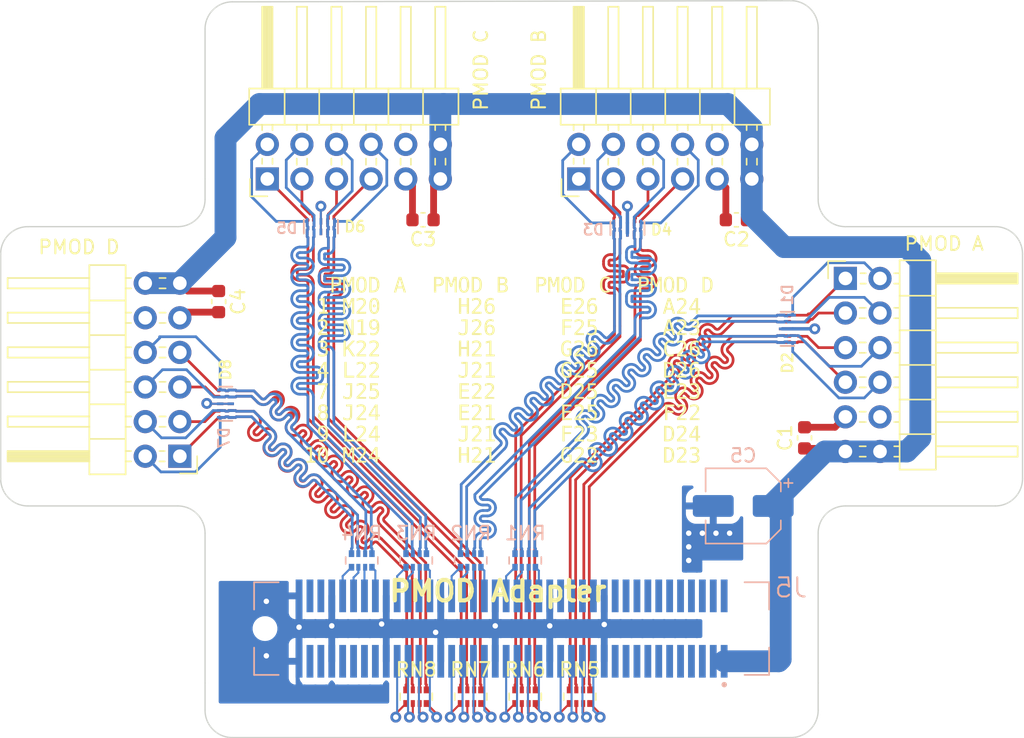
<source format=kicad_pcb>
(kicad_pcb (version 20211014) (generator pcbnew)
  (layers (0 "F.Cu" signal) (1 "In1.Cu" signal) (2 "In2.Cu" signal) (31 "B.Cu" signal) (34 "B.Paste" user) (35 "F.Paste" user) (36 "B.SilkS" user "B.Silkscreen") (37 "F.SilkS" user "F.Silkscreen") (38 "B.Mask" user) (39 "F.Mask" user) (44 "Edge.Cuts" user))
  (net 0 "")
  (net 1 "+3.3V")
  (net 2 "GND")
  (net 3 "/PIN_M24 N")
  (net 4 "/PIN_J24 P")
  (net 5 "/PIN_J24 N")
  (net 6 "/PIN_N19 P")
  (net 7 "/PIN_L22 N")
  (net 8 "/PIN_G22 N")
  (net 9 "/PIN_E21 P")
  (net 10 "/PIN_H21 N")
  (net 11 "/PIN_G25 P")
  (net 12 "/PIN_E25 N")
  (net 13 "/PIN_A23 P")
  (net 14 "/PIN_N19 N")
  (net 15 "/PIN_D26 P")
  (net 16 "/PIN_J21 N")
  (net 17 "/PIN_G22 P")
  (net 18 "/PIN_J26 N")
  (net 19 "/PIN_L22 P")
  (net 20 "/PIN_G25 N")
  (net 21 "/PIN_E25 P")
  (net 22 "/PIN_E21 N")
  (net 23 "/PIN_J21 P")
  (net 24 "/PIN_D23 N")
  (net 25 "/PIN_D23 P")
  (net 26 "/PIN_D26 N")
  (net 27 "/PIN_J26 P")
  (net 28 "/PIN_F22 P")
  (net 29 "/PIN_A23 N")
  (net 30 "/PIN_F25 P")
  (net 35 "/PIN_F25 N")
  (net 64 "/PIN_H21 P")
  (net 65 "/PIN_F22 N")
  (net 66 "/PIN_M24 P")
  (net 67 "Net-(J5-Pad72)")
  (net 68 "Net-(J5-Pad70)")
  (net 69 "Net-(J5-Pad68)")
  (net 70 "Net-(J5-Pad66)")
  (net 71 "Net-(J5-Pad62)")
  (net 72 "Net-(J5-Pad61)")
  (net 73 "Net-(J5-Pad60)")
  (net 74 "Net-(J5-Pad59)")
  (net 75 "Net-(J5-Pad58)")
  (net 76 "Net-(J5-Pad57)")
  (net 77 "Net-(J5-Pad56)")
  (net 78 "Net-(J5-Pad55)")
  (net 79 "Net-(J5-Pad52)")
  (net 80 "Net-(J5-Pad51)")
  (net 81 "Net-(J5-Pad50)")
  (net 82 "Net-(J5-Pad49)")
  (net 83 "Net-(J5-Pad48)")
  (net 84 "Net-(J5-Pad47)")
  (net 85 "Net-(J5-Pad46)")
  (net 86 "Net-(J5-Pad45)")
  (net 87 "Net-(J5-Pad42)")
  (net 88 "Net-(J5-Pad41)")
  (net 89 "Net-(J5-Pad40)")
  (net 90 "Net-(J5-Pad39)")
  (net 91 "Net-(J5-Pad38)")
  (net 92 "Net-(J5-Pad37)")
  (net 93 "Net-(J5-Pad36)")
  (net 94 "Net-(J5-Pad35)")
  (net 95 "Net-(J5-Pad31)")
  (net 96 "Net-(J5-Pad29)")
  (net 97 "Net-(J5-Pad27)")
  (net 98 "Net-(J5-Pad25)")
  (footprint "Resistor_SMD:R_Array_Convex_4x0402" (layer "F.Cu") (at 115.5 101 90)
    (fp_text reference "RN8")
    (fp_text value "200R")
  )
  (footprint "fpga-adapter:SOT1176" (layer "F.Cu") (at 108.5 66.5 180)
    (fp_text reference "D6")
    (fp_text value "PESD3V3L4UF" hide)
  )
  (footprint "fpga-adapter:PMOD-connector" (layer "F.Cu") (at 147 70.3)
    (fp_text reference "J1" hide)
    (fp_text value "PMOD A")
  )
  (footprint "Resistor_SMD:R_Array_Convex_4x0402" (layer "F.Cu") (at 119.5 101 90)
    (fp_text reference "RN7")
    (fp_text value "200R")
  )
  (footprint "fpga-adapter:table" (layer "F.Cu") (at 122.25 77)
    (fp_text reference "G***" hide)
    (fp_text value "LOGO" hide)
  )
  (footprint "fpga-adapter:PMOD-connector" (layer "F.Cu") (at 127.43 63 90)
    (fp_text reference "J2" hide)
    (fp_text value "PMOD B")
  )
  (footprint "fpga-adapter:SOT1176" (layer "F.Cu") (at 142.743751 74 90)
    (fp_text reference "D2")
    (fp_text value "PESD3V3L4UF" hide)
  )
  (footprint "fpga-adapter:PMOD-connector" (layer "F.Cu") (at 104.57 63 90)
    (fp_text reference "J3" hide)
    (fp_text value "PMOD C")
  )
  (footprint "Capacitor_SMD:C_0603_1608Metric" (layer "F.Cu") (at 116 66 180)
    (fp_text reference "C3")
    (fp_text value "1uF")
  )
  (footprint "Capacitor_SMD:C_0603_1608Metric" (layer "F.Cu") (at 139 66 180)
    (fp_text reference "C2")
    (fp_text value "1uF")
  )
  (footprint "Capacitor_SMD:C_0603_1608Metric" (layer "F.Cu") (at 101 72 -90)
    (fp_text reference "C4")
    (fp_text value "1uF")
  )
  (footprint "fpga-adapter:PMOD-connector" (layer "F.Cu") (at 98.15 83.35 180)
    (fp_text reference "J4" hide)
    (fp_text value "PMOD D")
  )
  (footprint "fpga-adapter:SOT1176" (layer "F.Cu") (at 131 66.6125 180)
    (fp_text reference "D4")
    (fp_text value "PESD3V3L4UF" hide)
  )
  (footprint "Resistor_SMD:R_Array_Convex_4x0402" (layer "F.Cu") (at 123.5 101 90)
    (fp_text reference "RN6")
    (fp_text value "200R")
  )
  (footprint "Capacitor_SMD:C_0603_1608Metric" (layer "F.Cu") (at 144 82 90)
    (fp_text reference "C1")
    (fp_text value "1uF")
  )
  (footprint "Resistor_SMD:R_Array_Convex_4x0402" (layer "F.Cu") (at 127.5 101 90)
    (fp_text reference "RN5")
    (fp_text value "200R")
  )
  (footprint "fpga-adapter:SOT1176" (layer "F.Cu") (at 101.5 79.5 -90)
    (fp_text reference "D8")
    (fp_text value "PESD3V3L4UF" hide)
  )
  (footprint "fpga-adapter:SOT1176" (layer "B.Cu") (at 131 66.6125 180)
    (fp_text reference "D3")
    (fp_text value "PESD3V3L4UF" hide)
  )
  (footprint "Resistor_SMD:R_Array_Convex_4x0402" (layer "B.Cu") (at 115.5 91 -90)
    (fp_text reference "RN3")
    (fp_text value "200R")
  )
  (footprint "fpga-adapter:SOT1176" (layer "B.Cu") (at 101.5 79.5 -90)
    (fp_text reference "D7")
    (fp_text value "PESD3V3L4UF" hide)
  )
  (footprint "Resistor_SMD:R_Array_Convex_4x0402" (layer "B.Cu") (at 111.5 91 -90)
    (fp_text reference "RN4")
    (fp_text value "200R")
  )
  (footprint "fpga-adapter:SOT1176" (layer "B.Cu") (at 142.743751 74 90)
    (fp_text reference "D1")
    (fp_text value "PESD3V3L4UF" hide)
  )
  (footprint "fpga-adapter:TE_5-5179180-3" (layer "B.Cu") (at 122.5 96 180)
    (fp_text reference "J5")
    (fp_text value "Conn_02x40_Odd_Even" hide)
  )
  (footprint "fpga-adapter:SOT1176" (layer "B.Cu") (at 108.5 66.5 180)
    (fp_text reference "D5")
    (fp_text value "PESD3V3L4UF" hide)
  )
  (footprint "Capacitor_SMD:CP_Elec_5x5.4" (layer "B.Cu") (at 139.5 87 180)
    (fp_text reference "C5")
    (fp_text value "47uF")
  )
  (footprint "Resistor_SMD:R_Array_Convex_4x0402" (layer "B.Cu") (at 123.5 91 -90)
    (fp_text reference "RN1")
    (fp_text value "200R")
  )
  (footprint "Resistor_SMD:R_Array_Convex_4x0402" (layer "B.Cu") (at 119.5 91 -90)
    (fp_text reference "RN2")
    (fp_text value "200R")
  )
  (gr_line (start 145 102) (end 145 100) (layer "Edge.Cuts") (width 0.1))
  (gr_arc (start 143 49.914214) (mid 144.414214 50.5) (end 145 51.914214) (layer "Edge.Cuts") (width 0.1))
  (gr_arc (start 102 104) (mid 100.585786 103.414214) (end 100 102) (layer "Edge.Cuts") (width 0.1))
  (gr_line (start 145 62.914214) (end 145 51.914214) (layer "Edge.Cuts") (width 0.1))
  (gr_arc (start 100 52) (mid 100.585786 50.585786) (end 102 50) (layer "Edge.Cuts") (width 0.1))
  (gr_arc (start 145 102) (mid 144.414214 103.414214) (end 143 104) (layer "Edge.Cuts") (width 0.1))
  (gr_line (start 145 100) (end 145 89) (layer "Edge.Cuts") (width 0.1))
  (gr_line (start 160 68.5) (end 160 85) (layer "Edge.Cuts") (width 0.1))
  (gr_line (start 147 87) (end 158 87) (layer "Edge.Cuts") (width 0.1))
  (gr_line (start 102 50) (end 143 49.914214) (layer "Edge.Cuts") (width 0.1))
  (gr_arc (start 100 64.5) (mid 99.414214 65.914214) (end 98 66.5) (layer "Edge.Cuts") (width 0.1))
  (gr_line (start 158 87) (end 158 87) (layer "Edge.Cuts") (width 0.1))
  (gr_line (start 100 100) (end 100 89) (layer "Edge.Cuts") (width 0.1))
  (gr_line (start 100 64.5) (end 100 63) (layer "Edge.Cuts") (width 0.1))
  (gr_line (start 100 102) (end 100 100) (layer "Edge.Cuts") (width 0.1))
  (gr_arc (start 158 66.5) (mid 159.414214 67.085786) (end 160 68.5) (layer "Edge.Cuts") (width 0.1))
  (gr_arc (start 85 68.5) (mid 85.585786 67.085786) (end 87 66.5) (layer "Edge.Cuts") (width 0.1))
  (gr_line (start 85 68.5) (end 85 85) (layer "Edge.Cuts") (width 0.1))
  (gr_arc (start 160 85) (mid 159.414214 86.414214) (end 158 87) (layer "Edge.Cuts") (width 0.1))
  (gr_arc (start 98 87) (mid 99.414214 87.585786) (end 100 89) (layer "Edge.Cuts") (width 0.1))
  (gr_line (start 147 66.5) (end 158 66.5) (layer "Edge.Cuts") (width 0.1))
  (gr_arc (start 145 89) (mid 145.585786 87.585786) (end 147 87) (layer "Edge.Cuts") (width 0.1))
  (gr_arc (start 87 87) (mid 85.585786 86.414214) (end 85 85) (layer "Edge.Cuts") (width 0.1))
  (gr_line (start 145 64.5) (end 145 62.914214) (layer "Edge.Cuts") (width 0.1))
  (gr_line (start 100 63) (end 100 52) (layer "Edge.Cuts") (width 0.1))
  (gr_line (start 87 66.5) (end 98 66.5) (layer "Edge.Cuts") (width 0.1))
  (gr_line (start 87 87) (end 98 87) (layer "Edge.Cuts") (width 0.1))
  (gr_arc (start 147 66.5) (mid 145.585786 65.914214) (end 145 64.5) (layer "Edge.Cuts") (width 0.1))
  (gr_line (start 102 104) (end 143 104) (layer "Edge.Cuts") (width 0.1))
  (gr_text "PMOD Adapter" (at 121.5 93.25) (layer "F.SilkS") (effects (font (size 1.5 1.5) (thickness 0.3))))
  (segment (start 139.775 63.355) (end 140.13 63) (width 0.5) (layer "F.Cu") (net 1))
  (segment (start 116.775 66) (end 116.775 63.495) (width 0.5) (layer "F.Cu") (net 1))
  (segment (start 98.725 71.225) (end 98.15 70.65) (width 0.5) (layer "F.Cu") (net 1))
  (segment (start 101 71.225) (end 98.725 71.225) (width 0.5) (layer "F.Cu") (net 1))
  (segment (start 146.775 82.775) (end 147 83) (width 0.5) (layer "F.Cu") (net 1))
  (segment (start 139.775 66) (end 139.775 63.355) (width 0.5) (layer "F.Cu") (net 1))
  (segment (start 116.775 63.495) (end 117.27 63) (width 0.5) (layer "F.Cu") (net 1))
  (segment (start 144 82.775) (end 146.775 82.775) (width 0.5) (layer "F.Cu") (net 1))
  (segment (start 151.5 83) (end 152.5 82) (width 1.6) (layer "B.Cu") (net 1))
  (segment (start 138.372081 57.5) (end 117.5 57.5) (width 1.6) (layer "B.Cu") (net 1))
  (segment (start 117.5 57.5) (end 104 57.5) (width 1.6) (layer "B.Cu") (net 1))
  (segment (start 151.5 68) (end 142.5 68) (width 1.6) (layer "B.Cu") (net 1))
  (segment (start 142.250001 87.550001) (end 141.7 87) (width 1.6) (layer "B.Cu") (net 1))
  (segment (start 117.27 63) (end 117.27 60.46) (width 1.6) (layer "B.Cu") (net 1))
  (segment (start 152.5 82) (end 152.5 69) (width 1.6) (layer "B.Cu") (net 1))
  (segment (start 142.5 68) (end 140.13 65.63) (width 1.6) (layer "B.Cu") (net 1))
  (segment (start 98.15 70.65) (end 95.61 70.65) (width 1.6) (layer "B.Cu") (net 1))
  (segment (start 117.27 60.46) (end 117.27 57.73) (width 1.6) (layer "B.Cu") (net 1))
  (segment (start 140.13 60.46) (end 140.13 59.257919) (width 1.6) (layer "B.Cu") (net 1))
  (segment (start 149.54 83) (end 151.5 83) (width 1.6) (layer "B.Cu") (net 1))
  (segment (start 142.1 98.4) (end 142.250001 98.249999) (width 1.6) (layer "B.Cu") (net 1))
  (segment (start 140.13 65.63) (end 140.13 60.46) (width 1.6) (layer "B.Cu") (net 1))
  (segment (start 104 57.5) (end 101.5 60) (width 1.6) (layer "B.Cu") (net 1))
  (segment (start 152.5 69) (end 151.5 68) (width 1.6) (layer "B.Cu") (net 1))
  (segment (start 140.13 59.257919) (end 138.372081 57.5) (width 1.6) (layer "B.Cu") (net 1))
  (segment (start 101.5 60) (end 101.5 67.3) (width 1.6) (layer "B.Cu") (net 1))
  (segment (start 142.250001 98.249999) (end 142.250001 87.550001) (width 1.6) (layer "B.Cu") (net 1))
  (segment (start 101.5 67.3) (end 98.15 70.65) (width 1.6) (layer "B.Cu") (net 1))
  (segment (start 117.27 57.73) (end 117.5 57.5) (width 1.6) (layer "B.Cu") (net 1))
  (segment (start 145.5 83) (end 149.54 83) (width 1.6) (layer "B.Cu") (net 1))
  (segment (start 141.7 86.8) (end 145.5 83) (width 1.6) (layer "B.Cu") (net 1))
  (segment (start 141.7 87) (end 141.7 86.8) (width 1.6) (layer "B.Cu") (net 1))
  (segment (start 138.1 98.4) (end 142.1 98.4) (width 1.6) (layer "B.Cu") (net 1))
  (segment (start 101 72.775) (end 98.565 72.775) (width 0.5) (layer "F.Cu") (net 2))
  (segment (start 101.1125 79.5) (end 100.154409 79.5) (width 0.15) (layer "F.Cu") (net 2))
  (segment (start 138.225 63.635) (end 137.59 63) (width 0.5) (layer "F.Cu") (net 2))
  (segment (start 101.1125 79.5) (end 101.8875 79.5) (width 0.15) (layer "F.Cu") (net 2))
  (segment (start 98.565 72.775) (end 98.15 73.19) (width 0.5) (layer "F.Cu") (net 2))
  (segment (start 108.5 66.1125) (end 108.5 65) (width 0.15) (layer "F.Cu") (net 2))
  (segment (start 142.356251 74) (end 143.131251 74) (width 0.22) (layer "F.Cu") (net 2))
  (segment (start 100.154409 79.5) (end 100.126928 79.472519) (width 0.15) (layer "F.Cu") (net 2))
  (segment (start 138.225 66) (end 138.225 63.635) (width 0.5) (layer "F.Cu") (net 2))
  (segment (start 115.225 63.495) (end 114.73 63) (width 0.5) (layer "F.Cu") (net 2))
  (segment (start 131 66.225) (end 131 65) (width 0.15) (layer "F.Cu") (net 2))
  (segment (start 144 81.225) (end 146.235 81.225) (width 0.5) (layer "F.Cu") (net 2))
  (segment (start 131 67) (end 131 66.225) (width 0.15) (layer "F.Cu") (net 2))
  (segment (start 143.131251 74) (end 144.75 74) (width 0.22) (layer "F.Cu") (net 2))
  (segment (start 115.225 66) (end 115.225 63.495) (width 0.5) (layer "F.Cu") (net 2))
  (segment (start 108.5 66.8875) (end 108.5 66.1125) (width 0.15) (layer "F.Cu") (net 2))
  (segment (start 146.235 81.225) (end 147 80.46) (width 0.5) (layer "F.Cu") (net 2))
  (via (at 137.5 89) (size 0.8) (drill 0.4) (layers "F.Cu" "B.Cu") (net 2))
  (via (at 100.126928 79.472519) (size 0.8) (drill 0.4) (layers "F.Cu" "B.Cu") (net 2))
  (via (at 136.5 89) (size 0.8) (drill 0.4) (layers "F.Cu" "B.Cu") (net 2))
  (via (at 135.5 91) (size 0.8) (drill 0.4) (layers "F.Cu" "B.Cu") (net 2))
  (via (at 129.3 95.7) (size 0.8) (drill 0.4) (layers "F.Cu" "B.Cu") (net 2))
  (via (at 125.3 95.8) (size 0.8) (drill 0.4) (layers "F.Cu" "B.Cu") (net 2))
  (via (at 135.5 89) (size 0.8) (drill 0.4) (layers "F.Cu" "B.Cu") (net 2))
  (via (at 104.5 94) (size 0.8) (drill 0.4) (layers "F.Cu" "B.Cu") (net 2))
  (via (at 138.5 89) (size 0.8) (drill 0.4) (layers "F.Cu" "B.Cu") (net 2))
  (via (at 121.3 95.8) (size 0.8) (drill 0.4) (layers "F.Cu" "B.Cu") (net 2))
  (via (at 109.3 95.8) (size 0.8) (drill 0.4) (layers "F.Cu" "B.Cu") (net 2))
  (via (at 108.5 65) (size 0.8) (drill 0.4) (layers "F.Cu" "B.Cu") (net 2))
  (via (at 106.9 95.9) (size 0.8) (drill 0.4) (layers "F.Cu" "B.Cu") (net 2))
  (via (at 116.9245 96.276944) (size 0.8) (drill 0.4) (layers "F.Cu" "B.Cu") (net 2))
  (via (at 131 65) (size 0.8) (drill 0.4) (layers "F.Cu" "B.Cu") (net 2))
  (via (at 135.5 90) (size 0.8) (drill 0.4) (layers "F.Cu" "B.Cu") (net 2))
  (via (at 144.75 74) (size 0.8) (drill 0.4) (layers "F.Cu" "B.Cu") (net 2))
  (via (at 112.960806 95.664694) (size 0.8) (drill 0.4) (layers "F.Cu" "B.Cu") (net 2))
  (via (at 104.5 98) (size 0.8) (drill 0.4) (layers "F.Cu" "B.Cu") (net 2))
  (segment (start 129.3 93.6) (end 129.3 95.7) (width 0.5) (layer "B.Cu") (net 2))
  (segment (start 109.3 93.6) (end 109.3 98.4) (width 0.5) (layer "B.Cu") (net 2))
  (segment (start 131 66.225) (end 131 67) (width 0.25) (layer "B.Cu") (net 2))
  (segment (start 117.3 93.6) (end 117.3 98.4) (width 0.5) (layer "B.Cu") (net 2))
  (segment (start 125.3 93.6) (end 125.3 98.4) (width 0.5) (layer "B.Cu") (net 2))
  (segment (start 129.3 95.7) (end 129.3 98.4) (width 0.5) (layer "B.Cu") (net 2))
  (segment (start 121.3 93.6) (end 121.3 98.4) (width 0.5) (layer "B.Cu") (net 2))
  (segment (start 143.131251 74) (end 142.356251 74) (width 0.25) (layer "B.Cu") (net 2))
  (segment (start 101.1125 79.5) (end 100.154409 79.5) (width 0.15) (layer "B.Cu") (net 2))
  (segment (start 108.5 66.1125) (end 108.5 65) (width 0.15) (layer "B.Cu") (net 2))
  (segment (start 106.9 93.6) (end 106.9 98.4) (width 0.5) (layer "B.Cu") (net 2))
  (segment (start 131 66.225) (end 131 65) (width 0.25) (layer "B.Cu") (net 2))
  (segment (start 143.131251 74) (end 144.75 74) (width 0.25) (layer "B.Cu") (net 2))
  (segment (start 108.5 66.1125) (end 108.5 66.8875) (width 0.15) (layer "B.Cu") (net 2))
  (segment (start 101.1125 79.5) (end 101.8875 79.5) (width 0.15) (layer "B.Cu") (net 2))
  (segment (start 100.154409 79.5) (end 100.126928 79.472519) (width 0.15) (layer "B.Cu") (net 2))
  (segment (start 113.3 93.6) (end 113.3 98.4) (width 0.5) (layer "B.Cu") (net 2))
  (segment (start 132.019231 80.568725) (end 132.01923 80.568727) (width 0.2) (layer "B.Cu") (net 3))
  (segment (start 131.774518 79.192643) (end 131.774517 79.192641) (width 0.2) (layer "B.Cu") (net 3))
  (segment (start 130.643147 80.324014) (end 130.643146 80.324012) (width 0.2) (layer "B.Cu") (net 3))
  (segment (start 143.131251 74.5) (end 143.568751 74.5) (width 0.2) (layer "B.Cu") (net 3))
  (segment (start 127.249033 83.718125) (end 123.8 87.167156) (width 0.2) (layer "B.Cu") (net 3))
  (segment (start 136.261872 76.043243) (end 136.017159 75.79853) (width 0.2) (layer "B.Cu") (net 3))
  (segment (start 142.725 74.55) (end 142.775 74.5) (width 0.2) (layer "B.Cu") (net 3))
  (segment (start 128.342275 83.96284) (end 128.097562 83.718127) (width 0.2) (layer "B.Cu") (net 3))
  (segment (start 129.473646 82.831469) (end 129.228933 82.586756) (width 0.2) (layer "B.Cu") (net 3))
  (segment (start 136.417156 74.55) (end 136.300001 74.667157) (width 0.2) (layer "B.Cu") (net 3))
  (segment (start 123.8 87.167156) (end 123.8 90.074999) (width 0.2) (layer "B.Cu") (net 3))
  (segment (start 142.493751 74.5) (end 142.543751 74.55) (width 0.2) (layer "B.Cu") (net 3))
  (segment (start 142 74.5) (end 141.95 74.55) (width 0.2) (layer "B.Cu") (net 3))
  (segment (start 131.736388 80.568727) (end 131.491675 80.324014) (width 0.2) (layer "B.Cu") (net 3))
  (segment (start 135.130501 77.174614) (end 134.885788 76.929901) (width 0.2) (layer "B.Cu") (net 3))
  (segment (start 135.413344 77.174612) (end 135.413343 77.174614) (width 0.2) (layer "B.Cu") (net 3))
  (segment (start 130.643146 81.17254) (end 130.88786 81.417254) (width 0.2) (layer "B.Cu") (net 3))
  (segment (start 145.818751 76.75) (end 148.17 76.75) (width 0.2) (layer "B.Cu") (net 3))
  (segment (start 134.281973 78.305983) (end 134.281972 78.305985) (width 0.2) (layer "B.Cu") (net 3))
  (segment (start 129.756489 82.831467) (end 129.756488 82.831469) (width 0.2) (layer "B.Cu") (net 3))
  (segment (start 132.905889 78.061272) (end 132.905888 78.06127) (width 0.2) (layer "B.Cu") (net 3))
  (segment (start 141.95 74.55) (end 136.417156 74.55) (width 0.2) (layer "B.Cu") (net 3))
  (segment (start 135.16863 76.647056) (end 135.413344 76.89177) (width 0.2) (layer "B.Cu") (net 3))
  (segment (start 142.356251 74.5) (end 142 74.5) (width 0.2) (layer "B.Cu") (net 3))
  (segment (start 128.625118 83.962838) (end 128.625117 83.96284) (width 0.2) (layer "B.Cu") (net 3))
  (segment (start 132.905888 78.909798) (end 133.150602 79.154512) (width 0.2) (layer "B.Cu") (net 3))
  (segment (start 134.037259 77.778427) (end 134.281973 78.023141) (width 0.2) (layer "B.Cu") (net 3))
  (segment (start 133.150602 79.437354) (end 133.150601 79.437356) (width 0.2) (layer "B.Cu") (net 3))
  (segment (start 127.249034 83.718127) (end 127.249033 83.718125) (width 0.2) (layer "B.Cu") (net 3))
  (segment (start 142.543751 74.55) (end 142.725 74.55) (width 0.2) (layer "B.Cu") (net 3))
  (segment (start 142.356251 74.5) (end 142.493751 74.5) (width 0.2) (layer "B.Cu") (net 3))
  (segment (start 129.511775 82.303911) (end 129.756489 82.548625) (width 0.2) (layer "B.Cu") (net 3))
  (segment (start 136.544715 76.043241) (end 136.544714 76.043243) (width 0.2) (layer "B.Cu") (net 3))
  (segment (start 128.380404 83.435282) (end 128.625118 83.679996) (width 0.2) (layer "B.Cu") (net 3))
  (segment (start 136.300001 75.515685) (end 136.544715 75.760399) (width 0.2) (layer "B.Cu") (net 3))
  (segment (start 123.8 90.074999) (end 123.75 90.124999) (width 0.2) (layer "B.Cu") (net 3))
  (segment (start 143.568751 74.5) (end 145.818751 76.75) (width 0.2) (layer "B.Cu") (net 3))
  (segment (start 133.99913 78.305985) (end 133.754417 78.061272) (width 0.2) (layer "B.Cu") (net 3))
  (segment (start 129.511776 81.455385) (end 129.511775 81.455383) (width 0.2) (layer "B.Cu") (net 3))
  (segment (start 132.867759 79.437356) (end 132.623046 79.192643) (width 0.2) (layer "B.Cu") (net 3))
  (segment (start 148.17 76.75) (end 149.54 75.38) (width 0.2) (layer "B.Cu") (net 3))
  (segment (start 128.380405 82.586756) (end 128.380404 82.586754) (width 0.2) (layer "B.Cu") (net 3))
  (segment (start 134.03726 76.929901) (end 134.037259 76.929899) (width 0.2) (layer "B.Cu") (net 3))
  (segment (start 130.88786 81.700096) (end 130.887859 81.700098) (width 0.2) (layer "B.Cu") (net 3))
  (segment (start 123.75 90.124999) (end 123.75 90.5) (width 0.2) (layer "B.Cu") (net 3))
  (segment (start 130.605017 81.700098) (end 130.360304 81.455385) (width 0.2) (layer "B.Cu") (net 3))
  (segment (start 131.774517 80.041169) (end 132.019231 80.285883) (width 0.2) (layer "B.Cu") (net 3))
  (segment (start 135.168631 75.79853) (end 135.16863 75.798528) (width 0.2) (layer "B.Cu") (net 3))
  (segment (start 142.775 74.5) (end 143.131251 74.5) (width 0.2) (layer "B.Cu") (net 3))
  (arc (start 134.037259 76.929899) (mid 133.861523 77.354163) (end 134.037259 77.778427) (width 0.2) (layer "B.Cu") (net 3))
  (arc (start 134.885788 76.929901) (mid 134.461524 76.754165) (end 134.03726 76.929901) (width 0.2) (layer "B.Cu") (net 3))
  (arc (start 130.643146 80.324012) (mid 130.46741 80.748276) (end 130.643146 81.17254) (width 0.2) (layer "B.Cu") (net 3))
  (arc (start 128.097562 83.718127) (mid 127.673298 83.542391) (end 127.249034 83.718127) (width 0.2) (layer "B.Cu") (net 3))
  (arc (start 133.150602 79.154512) (mid 133.209179 79.295934) (end 133.150602 79.437354) (width 0.2) (layer "B.Cu") (net 3))
  (arc (start 131.491675 80.324014) (mid 131.067411 80.148278) (end 130.643147 80.324014) (width 0.2) (layer "B.Cu") (net 3))
  (arc (start 133.150601 79.437356) (mid 133.009181 79.495933) (end 132.867759 79.437356) (width 0.2) (layer "B.Cu") (net 3))
  (arc (start 128.380404 82.586754) (mid 128.204668 83.011018) (end 128.380404 83.435282) (width 0.2) (layer "B.Cu") (net 3))
  (arc (start 128.625117 83.96284) (mid 128.483697 84.021417) (end 128.342275 83.96284) (width 0.2) (layer "B.Cu") (net 3))
  (arc (start 128.625118 83.679996) (mid 128.683695 83.821418) (end 128.625118 83.962838) (width 0.2) (layer "B.Cu") (net 3))
  (arc (start 132.905888 78.06127) (mid 132.730152 78.485534) (end 132.905888 78.909798) (width 0.2) (layer "B.Cu") (net 3))
  (arc (start 134.281973 78.023141) (mid 134.34055 78.164563) (end 134.281973 78.305983) (width 0.2) (layer "B.Cu") (net 3))
  (arc (start 136.300001 74.667157) (mid 136.124265 75.091421) (end 136.300001 75.515685) (width 0.2) (layer "B.Cu") (net 3))
  (arc (start 132.01923 80.568727) (mid 131.87781 80.627304) (end 131.736388 80.568727) (width 0.2) (layer "B.Cu") (net 3))
  (arc (start 130.360304 81.455385) (mid 129.93604 81.279649) (end 129.511776 81.455385) (width 0.2) (layer "B.Cu") (net 3))
  (arc (start 132.019231 80.285883) (mid 132.077808 80.427305) (end 132.019231 80.568725) (width 0.2) (layer "B.Cu") (net 3))
  (arc (start 129.756488 82.831469) (mid 129.615068 82.890046) (end 129.473646 82.831469) (width 0.2) (layer "B.Cu") (net 3))
  (arc (start 129.228933 82.586756) (mid 128.804669 82.41102) (end 128.380405 82.586756) (width 0.2) (layer "B.Cu") (net 3))
  (arc (start 130.887859 81.700098) (mid 130.746439 81.758675) (end 130.605017 81.700098) (width 0.2) (layer "B.Cu") (net 3))
  (arc (start 135.413343 77.174614) (mid 135.271923 77.233191) (end 135.130501 77.174614) (width 0.2) (layer "B.Cu") (net 3))
  (arc (start 136.544715 75.760399) (mid 136.603292 75.901821) (end 136.544715 76.043241) (width 0.2) (layer "B.Cu") (net 3))
  (arc (start 135.16863 75.798528) (mid 134.992894 76.222792) (end 135.16863 76.647056) (width 0.2) (layer "B.Cu") (net 3))
  (arc (start 130.88786 81.417254) (mid 130.946437 81.558676) (end 130.88786 81.700096) (width 0.2) (layer "B.Cu") (net 3))
  (arc (start 129.756489 82.548625) (mid 129.815066 82.690047) (end 129.756489 82.831467) (width 0.2) (layer "B.Cu") (net 3))
  (arc (start 132.623046 79.192643) (mid 132.198782 79.016907) (end 131.774518 79.192643) (width 0.2) (layer "B.Cu") (net 3))
  (arc (start 136.017159 75.79853) (mid 135.592895 75.622794) (end 135.168631 75.79853) (width 0.2) (layer "B.Cu") (net 3))
  (arc (start 134.281972 78.305985) (mid 134.140552 78.364562) (end 133.99913 78.305985) (width 0.2) (layer "B.Cu") (net 3))
  (arc (start 131.774517 79.192641) (mid 131.598781 79.616905) (end 131.774517 80.041169) (width 0.2) (layer "B.Cu") (net 3))
  (arc (start 135.413344 76.89177) (mid 135.471921 77.033192) (end 135.413344 77.174612) (width 0.2) (layer "B.Cu") (net 3))
  (arc (start 136.544714 76.043243) (mid 136.403294 76.10182) (end 136.261872 76.043243) (width 0.2) (layer "B.Cu") (net 3))
  (arc (start 133.754417 78.061272) (mid 133.330153 77.885536) (end 132.905889 78.061272) (width 0.2) (layer "B.Cu") (net 3))
  (arc (start 129.511775 81.455383) (mid 129.336039 81.879647) (end 129.511775 82.303911) (width 0.2) (layer "B.Cu") (net 3))
  (segment (start 129.386038 79.548276) (end 129.164324 79.326562) (width 0.2) (layer "B.Cu") (net 4))
  (segment (start 128.881481 79.609404) (end 129.103194 79.831117) (width 0.2) (layer "B.Cu") (net 4))
  (segment (start 127.75011 80.740775) (end 127.971823 80.962488) (width 0.2) (layer "B.Cu") (net 4))
  (segment (start 131.144223 77.063821) (end 131.144223 77.06382) (width 0.2) (layer "B.Cu") (net 4))
  (segment (start 133.628678 76.154161) (end 133.628679 76.154163) (width 0.2) (layer "B.Cu") (net 4))
  (segment (start 148.39 71.69) (end 149.54 72.84) (width 0.2) (layer "B.Cu") (net 4))
  (segment (start 133.406965 74.801079) (end 133.406965 74.801078) (width 0.2) (layer "B.Cu") (net 4))
  (segment (start 142.356251 73.5) (end 142 73.5) (width 0.2) (layer "B.Cu") (net 4))
  (segment (start 142.493751 73.5) (end 142.543751 73.45) (width 0.2) (layer "B.Cu") (net 4))
  (segment (start 133.406965 75.08392) (end 133.628678 75.305633) (width 0.2) (layer "B.Cu") (net 4))
  (segment (start 134.538336 73.669708) (end 134.538336 73.669707) (width 0.2) (layer "B.Cu") (net 4))
  (segment (start 130.012852 78.195192) (end 130.012852 78.195191) (width 0.2) (layer "B.Cu") (net 4))
  (segment (start 136.332844 73.45) (end 135.891421 73.891421) (width 0.2) (layer "B.Cu") (net 4))
  (segment (start 143.131251 73.5) (end 144 73.5) (width 0.2) (layer "B.Cu") (net 4))
  (segment (start 141.95 73.45) (end 136.332844 73.45) (width 0.2) (layer "B.Cu") (net 4))
  (segment (start 134.538336 73.952549) (end 134.760049 74.174262) (width 0.2) (layer "B.Cu") (net 4))
  (segment (start 142.775 73.5) (end 143.131251 73.5) (width 0.2) (layer "B.Cu") (net 4))
  (segment (start 127.75011 80.457934) (end 127.75011 80.457933) (width 0.2) (layer "B.Cu") (net 4))
  (segment (start 131.365936 78.416903) (end 131.365937 78.416905) (width 0.2) (layer "B.Cu") (net 4))
  (segment (start 123.2 90.074999) (end 123.25 90.124999) (width 0.2) (layer "B.Cu") (net 4))
  (segment (start 142.543751 73.45) (end 142.725 73.45) (width 0.2) (layer "B.Cu") (net 4))
  (segment (start 130.234565 79.548274) (end 130.234566 79.548276) (width 0.2) (layer "B.Cu") (net 4))
  (segment (start 135.042893 73.891421) (end 134.821179 73.669707) (width 0.2) (layer "B.Cu") (net 4))
  (segment (start 128.881481 79.326563) (end 128.881481 79.326562) (width 0.2) (layer "B.Cu") (net 4))
  (segment (start 145.81 71.69) (end 148.39 71.69) (width 0.2) (layer "B.Cu") (net 4))
  (segment (start 134.760049 75.02279) (end 134.76005 75.022792) (width 0.2) (layer "B.Cu") (net 4))
  (segment (start 130.517409 78.416905) (end 130.295695 78.195191) (width 0.2) (layer "B.Cu") (net 4))
  (segment (start 123.25 90.124999) (end 123.25 90.5) (width 0.2) (layer "B.Cu") (net 4))
  (segment (start 128.254667 80.679647) (end 128.032953 80.457933) (width 0.2) (layer "B.Cu") (net 4))
  (segment (start 127.971824 81.811018) (end 123.2 86.582844) (width 0.2) (layer "B.Cu") (net 4))
  (segment (start 144 73.5) (end 145.81 71.69) (width 0.2) (layer "B.Cu") (net 4))
  (segment (start 129.103194 80.679645) (end 129.103195 80.679647) (width 0.2) (layer "B.Cu") (net 4))
  (segment (start 142 73.5) (end 141.95 73.45) (width 0.2) (layer "B.Cu") (net 4))
  (segment (start 142.725 73.45) (end 142.775 73.5) (width 0.2) (layer "B.Cu") (net 4))
  (segment (start 132.780151 76.154163) (end 132.558437 75.932449) (width 0.2) (layer "B.Cu") (net 4))
  (segment (start 127.971823 81.811016) (end 127.971824 81.811018) (width 0.2) (layer "B.Cu") (net 4))
  (segment (start 132.275594 75.93245) (end 132.275594 75.932449) (width 0.2) (layer "B.Cu") (net 4))
  (segment (start 131.144223 77.346662) (end 131.365936 77.568375) (width 0.2) (layer "B.Cu") (net 4))
  (segment (start 142.356251 73.5) (end 142.493751 73.5) (width 0.2) (layer "B.Cu") (net 4))
  (segment (start 130.012852 78.478033) (end 130.234565 78.699746) (width 0.2) (layer "B.Cu") (net 4))
  (segment (start 123.2 86.582844) (end 123.2 90.074999) (width 0.2) (layer "B.Cu") (net 4))
  (segment (start 132.497307 77.285532) (end 132.497308 77.285534) (width 0.2) (layer "B.Cu") (net 4))
  (segment (start 132.275594 76.215291) (end 132.497307 76.437004) (width 0.2) (layer "B.Cu") (net 4))
  (segment (start 131.64878 77.285534) (end 131.427066 77.06382) (width 0.2) (layer "B.Cu") (net 4))
  (segment (start 133.911522 75.022792) (end 133.689808 74.801078) (width 0.2) (layer "B.Cu") (net 4))
  (arc (start 129.164324 79.326562) (mid 129.022902 79.267984) (end 128.881481 79.326563) (width 0.2) (layer "B.Cu") (net 4))
  (arc (start 134.821179 73.669707) (mid 134.679757 73.611129) (end 134.538336 73.669708) (width 0.2) (layer "B.Cu") (net 4))
  (arc (start 129.103194 79.831117) (mid 129.27893 80.255381) (end 129.103194 80.679645) (width 0.2) (layer "B.Cu") (net 4))
  (arc (start 129.103195 80.679647) (mid 128.678931 80.855383) (end 128.254667 80.679647) (width 0.2) (layer "B.Cu") (net 4))
  (arc (start 131.365936 77.568375) (mid 131.541672 77.992639) (end 131.365936 78.416903) (width 0.2) (layer "B.Cu") (net 4))
  (arc (start 132.558437 75.932449) (mid 132.417015 75.873871) (end 132.275594 75.93245) (width 0.2) (layer "B.Cu") (net 4))
  (arc (start 132.497308 77.285534) (mid 132.073044 77.46127) (end 131.64878 77.285534) (width 0.2) (layer "B.Cu") (net 4))
  (arc (start 130.295695 78.195191) (mid 130.154273 78.136613) (end 130.012852 78.195192) (width 0.2) (layer "B.Cu") (net 4))
  (arc (start 130.234565 78.699746) (mid 130.410301 79.12401) (end 130.234565 79.548274) (width 0.2) (layer "B.Cu") (net 4))
  (arc (start 131.427066 77.06382) (mid 131.285644 77.005242) (end 131.144223 77.063821) (width 0.2) (layer "B.Cu") (net 4))
  (arc (start 132.275594 75.932449) (mid 132.217016 76.07387) (end 132.275594 76.215291) (width 0.2) (layer "B.Cu") (net 4))
  (arc (start 130.012852 78.195191) (mid 129.954274 78.336612) (end 130.012852 78.478033) (width 0.2) (layer "B.Cu") (net 4))
  (arc (start 134.760049 74.174262) (mid 134.935785 74.598526) (end 134.760049 75.02279) (width 0.2) (layer "B.Cu") (net 4))
  (arc (start 135.891421 73.891421) (mid 135.467157 74.067157) (end 135.042893 73.891421) (width 0.2) (layer "B.Cu") (net 4))
  (arc (start 133.628679 76.154163) (mid 133.204415 76.329899) (end 132.780151 76.154163) (width 0.2) (layer "B.Cu") (net 4))
  (arc (start 133.406965 74.801078) (mid 133.348387 74.942499) (end 133.406965 75.08392) (width 0.2) (layer "B.Cu") (net 4))
  (arc (start 128.881481 79.326562) (mid 128.822903 79.467983) (end 128.881481 79.609404) (width 0.2) (layer "B.Cu") (net 4))
  (arc (start 133.689808 74.801078) (mid 133.548386 74.7425) (end 133.406965 74.801079) (width 0.2) (layer "B.Cu") (net 4))
  (arc (start 134.76005 75.022792) (mid 134.335786 75.198528) (end 133.911522 75.022792) (width 0.2) (layer "B.Cu") (net 4))
  (arc (start 128.032953 80.457933) (mid 127.891531 80.399355) (end 127.75011 80.457934) (width 0.2) (layer "B.Cu") (net 4))
  (arc (start 131.144223 77.06382) (mid 131.085645 77.205241) (end 131.144223 77.346662) (width 0.2) (layer "B.Cu") (net 4))
  (arc (start 134.538336 73.669707) (mid 134.479758 73.811128) (end 134.538336 73.952549) (width 0.2) (layer "B.Cu") (net 4))
  (arc (start 130.234566 79.548276) (mid 129.810302 79.724012) (end 129.386038 79.548276) (width 0.2) (layer "B.Cu") (net 4))
  (arc (start 133.628678 75.305633) (mid 133.804414 75.729897) (end 133.628678 76.154161) (width 0.2) (layer "B.Cu") (net 4))
  (arc (start 131.365937 78.416905) (mid 130.941673 78.592641) (end 130.517409 78.416905) (width 0.2) (layer "B.Cu") (net 4))
  (arc (start 127.75011 80.457933) (mid 127.691532 80.599354) (end 127.75011 80.740775) (width 0.2) (layer "B.Cu") (net 4))
  (arc (start 127.971823 80.962488) (mid 128.147559 81.386752) (end 127.971823 81.811016) (width 0.2) (layer "B.Cu") (net 4))
  (arc (start 132.497307 76.437004) (mid 132.673043 76.861268) (end 132.497307 77.285532) (width 0.2) (layer "B.Cu") (net 4))
  (segment (start 142.356251 73) (end 142.493751 73) (width 0.2) (layer "B.Cu") (net 5))
  (segment (start 127.688979 81.528174) (end 127.68898 81.528174) (width 0.2) (layer "B.Cu") (net 5))
  (segment (start 133.345835 75.871319) (end 133.345836 75.87132) (width 0.2) (layer "B.Cu") (net 5))
  (segment (start 128.537509 80.396804) (end 128.315795 80.17509) (width 0.2) (layer "B.Cu") (net 5))
  (segment (start 128.82035 80.396803) (end 128.820351 80.396803) (width 0.2) (layer "B.Cu") (net 5))
  (segment (start 128.820351 80.396803) (end 128.820352 80.396804) (width 0.2) (layer "B.Cu") (net 5))
  (segment (start 131.083093 78.134061) (end 131.083094 78.134062) (width 0.2) (layer "B.Cu") (net 5))
  (segment (start 129.730009 78.760876) (end 129.951722 78.982589) (width 0.2) (layer "B.Cu") (net 5))
  (segment (start 128.53751 80.396804) (end 128.537509 80.396804) (width 0.2) (layer "B.Cu") (net 5))
  (segment (start 129.66888 79.265433) (end 129.447166 79.043719) (width 0.2) (layer "B.Cu") (net 5))
  (segment (start 135.325736 73.608578) (end 135.325735 73.608578) (width 0.2) (layer "B.Cu") (net 5))
  (segment (start 131.992751 76.498134) (end 132.214464 76.719847) (width 0.2) (layer "B.Cu") (net 5))
  (segment (start 132.214464 77.00269) (end 132.214465 77.002691) (width 0.2) (layer "B.Cu") (net 5))
  (segment (start 129.951722 79.265432) (end 129.951723 79.265433) (width 0.2) (layer "B.Cu") (net 5))
  (segment (start 142.775 73) (end 143.131251 73) (width 0.2) (layer "B.Cu") (net 5))
  (segment (start 122.8 86.417156) (end 122.8 90.074999) (width 0.2) (layer "B.Cu") (net 5))
  (segment (start 127.467267 81.023618) (end 127.68898 81.245331) (width 0.2) (layer "B.Cu") (net 5))
  (segment (start 143.131251 73) (end 143.131251 71.708015) (width 0.2) (layer "B.Cu") (net 5))
  (segment (start 132.214463 77.00269) (end 132.214464 77.00269) (width 0.2) (layer "B.Cu") (net 5))
  (segment (start 131.931623 77.002691) (end 131.931622 77.002691) (width 0.2) (layer "B.Cu") (net 5))
  (segment (start 142.356251 73) (end 142 73) (width 0.2) (layer "B.Cu") (net 5))
  (segment (start 142.493751 73) (end 142.543751 73.05) (width 0.2) (layer "B.Cu") (net 5))
  (segment (start 122.8 90.074999) (end 122.75 90.124999) (width 0.2) (layer "B.Cu") (net 5))
  (segment (start 142 73) (end 141.95 73.05) (width 0.2) (layer "B.Cu") (net 5))
  (segment (start 122.75 90.124999) (end 122.75 90.5) (width 0.2) (layer "B.Cu") (net 5))
  (segment (start 148.39 69.15) (end 149.54 70.3) (width 0.2) (layer "B.Cu") (net 5))
  (segment (start 128.598638 79.892247) (end 128.820351 80.11396) (width 0.2) (layer "B.Cu") (net 5))
  (segment (start 134.255493 74.235392) (end 134.477206 74.457105) (width 0.2) (layer "B.Cu") (net 5))
  (segment (start 134.477205 74.739948) (end 134.477206 74.739948) (width 0.2) (layer "B.Cu") (net 5))
  (segment (start 130.800251 78.134062) (end 130.578537 77.912348) (width 0.2) (layer "B.Cu") (net 5))
  (segment (start 130.800252 78.134062) (end 130.800251 78.134062) (width 0.2) (layer "B.Cu") (net 5))
  (segment (start 136.167156 73.05) (end 135.608578 73.608578) (width 0.2) (layer "B.Cu") (net 5))
  (segment (start 127.68898 81.528174) (end 122.8 86.417156) (width 0.2) (layer "B.Cu") (net 5))
  (segment (start 129.668881 79.265433) (end 129.66888 79.265433) (width 0.2) (layer "B.Cu") (net 5))
  (segment (start 134.194364 74.739949) (end 133.97265 74.518235) (width 0.2) (layer "B.Cu") (net 5))
  (segment (start 133.345834 75.871319) (end 133.345835 75.871319) (width 0.2) (layer "B.Cu") (net 5))
  (segment (start 141.95 73.05) (end 136.167156 73.05) (width 0.2) (layer "B.Cu") (net 5))
  (segment (start 131.931622 77.002691) (end 131.709908 76.780977) (width 0.2) (layer "B.Cu") (net 5))
  (segment (start 133.062994 75.87132) (end 133.062993 75.87132) (width 0.2) (layer "B.Cu") (net 5))
  (segment (start 135.325735 73.608578) (end 135.104021 73.386864) (width 0.2) (layer "B.Cu") (net 5))
  (segment (start 131.083092 78.134061) (end 131.083093 78.134061) (width 0.2) (layer "B.Cu") (net 5))
  (segment (start 129.951721 79.265432) (end 129.951722 79.265432) (width 0.2) (layer "B.Cu") (net 5))
  (segment (start 133.124122 75.366763) (end 133.345835 75.588476) (width 0.2) (layer "B.Cu") (net 5))
  (segment (start 134.194365 74.739949) (end 134.194364 74.739949) (width 0.2) (layer "B.Cu") (net 5))
  (segment (start 134.477206 74.739948) (end 134.477207 74.739949) (width 0.2) (layer "B.Cu") (net 5))
  (segment (start 130.86138 77.629505) (end 131.083093 77.851218) (width 0.2) (layer "B.Cu") (net 5))
  (segment (start 142.725 73.05) (end 142.775 73) (width 0.2) (layer "B.Cu") (net 5))
  (segment (start 133.062993 75.87132) (end 132.841279 75.649606) (width 0.2) (layer "B.Cu") (net 5))
  (segment (start 143.131251 71.708015) (end 145.689266 69.15) (width 0.2) (layer "B.Cu") (net 5))
  (segment (start 142.543751 73.05) (end 142.725 73.05) (width 0.2) (layer "B.Cu") (net 5))
  (segment (start 145.689266 69.15) (end 148.39 69.15) (width 0.2) (layer "B.Cu") (net 5))
  (arc (start 129.951722 78.982589) (mid 130.0103 79.124011) (end 129.951721 79.265432) (width 0.2) (layer "B.Cu") (net 5))
  (arc (start 132.841279 75.649606) (mid 132.417015 75.47387) (end 131.992751 75.649606) (width 0.2) (layer "B.Cu") (net 5))
  (arc (start 134.477207 74.739949) (mid 134.335786 74.798527) (end 134.194365 74.739949) (width 0.2) (layer "B.Cu") (net 5))
  (arc (start 135.104021 73.386864) (mid 134.679757 73.211128) (end 134.255493 73.386864) (width 0.2) (layer "B.Cu") (net 5))
  (arc (start 129.951723 79.265433) (mid 129.810302 79.324011) (end 129.668881 79.265433) (width 0.2) (layer "B.Cu") (net 5))
  (arc (start 132.214464 76.719847) (mid 132.273042 76.861269) (end 132.214463 77.00269) (width 0.2) (layer "B.Cu") (net 5))
  (arc (start 130.578537 77.912348) (mid 130.154273 77.736612) (end 129.730009 77.912348) (width 0.2) (layer "B.Cu") (net 5))
  (arc (start 133.345836 75.87132) (mid 133.204415 75.929898) (end 133.062994 75.87132) (width 0.2) (layer "B.Cu") (net 5))
  (arc (start 135.608578 73.608578) (mid 135.467157 73.667156) (end 135.325736 73.608578) (width 0.2) (layer "B.Cu") (net 5))
  (arc (start 131.083094 78.134062) (mid 130.941673 78.19264) (end 130.800252 78.134062) (width 0.2) (layer "B.Cu") (net 5))
  (arc (start 133.97265 74.518235) (mid 133.548386 74.342499) (end 133.124122 74.518235) (width 0.2) (layer "B.Cu") (net 5))
  (arc (start 132.214465 77.002691) (mid 132.073044 77.061269) (end 131.931623 77.002691) (width 0.2) (layer "B.Cu") (net 5))
  (arc (start 133.124122 74.518235) (mid 132.948386 74.942499) (end 133.124122 75.366763) (width 0.2) (layer "B.Cu") (net 5))
  (arc (start 128.820352 80.396804) (mid 128.678931 80.455382) (end 128.53751 80.396804) (width 0.2) (layer "B.Cu") (net 5))
  (arc (start 128.315795 80.17509) (mid 127.891531 79.999354) (end 127.467267 80.17509) (width 0.2) (layer "B.Cu") (net 5))
  (arc (start 133.345835 75.588476) (mid 133.404413 75.729898) (end 133.345834 75.871319) (width 0.2) (layer "B.Cu") (net 5))
  (arc (start 128.598638 79.043719) (mid 128.422902 79.467983) (end 128.598638 79.892247) (width 0.2) (layer "B.Cu") (net 5))
  (arc (start 129.447166 79.043719) (mid 129.022902 78.867983) (end 128.598638 79.043719) (width 0.2) (layer "B.Cu") (net 5))
  (arc (start 134.477206 74.457105) (mid 134.535784 74.598527) (end 134.477205 74.739948) (width 0.2) (layer "B.Cu") (net 5))
  (arc (start 129.730009 77.912348) (mid 129.554273 78.336612) (end 129.730009 78.760876) (width 0.2) (layer "B.Cu") (net 5))
  (arc (start 131.992751 75.649606) (mid 131.817015 76.07387) (end 131.992751 76.498134) (width 0.2) (layer "B.Cu") (net 5))
  (arc (start 130.86138 76.780977) (mid 130.685644 77.205241) (end 130.86138 77.629505) (width 0.2) (layer "B.Cu") (net 5))
  (arc (start 127.68898 81.245331) (mid 127.747558 81.386753) (end 127.688979 81.528174) (width 0.2) (layer "B.Cu") (net 5))
  (arc (start 131.083093 77.851218) (mid 131.141671 77.99264) (end 131.083092 78.134061) (width 0.2) (layer "B.Cu") (net 5))
  (arc (start 131.709908 76.780977) (mid 131.285644 76.605241) (end 130.86138 76.780977) (width 0.2) (layer "B.Cu") (net 5))
  (arc (start 128.820351 80.11396) (mid 128.878929 80.255382) (end 128.82035 80.396803) (width 0.2) (layer "B.Cu") (net 5))
  (arc (start 127.467267 80.17509) (mid 127.291531 80.599354) (end 127.467267 81.023618) (width 0.2) (layer "B.Cu") (net 5))
  (arc (start 134.255493 73.386864) (mid 134.079757 73.811128) (end 134.255493 74.235392) (width 0.2) (layer "B.Cu") (net 5))
  (segment (start 135.620696 75.25637) (end 135.620697 75.256369) (width 0.2) (layer "F.Cu") (net 6))
  (segment (start 144.565186 73.3005) (end 145.025686 72.84) (width 0.2) (layer "F.Cu") (net 6))
  (segment (start 136.747848 74.407841) (end 136.747847 74.40784) (width 0.2) (layer "F.Cu") (net 6))
  (segment (start 134.909371 76.529163) (end 134.767948 76.38774) (width 0.2) (layer "F.Cu") (net 6))
  (segment (start 136.747847 74.40784) (end 136.889269 74.549262) (width 0.2) (layer "F.Cu") (net 6))
  (segment (start 134.622308 77.660534) (end 127.2 85.082844) (width 0.2) (layer "F.Cu") (net 6))
  (segment (start 143.131251 73.5) (end 142.993751 73.5) (width 0.2) (layer "F.Cu") (net 6))
  (segment (start 127.25 100.124999) (end 127.25 100.5) (width 0.2) (layer "F.Cu") (net 6))
  (segment (start 127.2 85.082844) (end 127.2 100.074999) (width 0.2) (layer "F.Cu") (net 6))
  (segment (start 135.620697 75.256369) (end 135.616476 75.260589) (width 0.2) (layer "F.Cu") (net 6))
  (segment (start 136.040742 75.397792) (end 135.899319 75.256369) (width 0.2) (layer "F.Cu") (net 6))
  (segment (start 134.489325 76.387741) (end 134.489326 76.38774) (width 0.2) (layer "F.Cu") (net 6))
  (segment (start 134.485106 76.670583) (end 134.485105 76.670582) (width 0.2) (layer "F.Cu") (net 6))
  (segment (start 136.752067 74.124999) (end 136.752068 74.124998) (width 0.2) (layer "F.Cu") (net 6))
  (segment (start 135.757898 76.524941) (end 135.753679 76.529163) (width 0.2) (layer "F.Cu") (net 6))
  (segment (start 145.025686 72.84) (end 147 72.84) (width 0.2) (layer "F.Cu") (net 6))
  (segment (start 142 73.5) (end 141.95 73.45) (width 0.2) (layer "F.Cu") (net 6))
  (segment (start 137.172113 74.266421) (end 137.03069 74.124998) (width 0.2) (layer "F.Cu") (net 6))
  (segment (start 134.489326 76.38774) (end 134.485105 76.39196) (width 0.2) (layer "F.Cu") (net 6))
  (segment (start 136.752068 74.124998) (end 136.747847 74.129218) (width 0.2) (layer "F.Cu") (net 6))
  (segment (start 142.993751 73.5) (end 142.943751 73.45) (width 0.2) (layer "F.Cu") (net 6))
  (segment (start 136.889269 75.39357) (end 136.88505 75.397792) (width 0.2) (layer "F.Cu") (net 6))
  (segment (start 142.356251 73.5) (end 142 73.5) (width 0.2) (layer "F.Cu") (net 6))
  (segment (start 135.616477 75.539212) (end 135.616476 75.539211) (width 0.2) (layer "F.Cu") (net 6))
  (segment (start 142.762502 73.45) (end 142.712502 73.5) (width 0.2) (layer "F.Cu") (net 6))
  (segment (start 134.485105 76.670582) (end 134.626527 76.812004) (width 0.2) (layer "F.Cu") (net 6))
  (segment (start 143.131251 73.5) (end 144.260757 73.5) (width 0.2) (layer "F.Cu") (net 6))
  (segment (start 144.460257 73.3005) (end 144.565186 73.3005) (width 0.2) (layer "F.Cu") (net 6))
  (segment (start 142.943751 73.45) (end 142.762502 73.45) (width 0.2) (layer "F.Cu") (net 6))
  (segment (start 144.260757 73.5) (end 144.460257 73.3005) (width 0.2) (layer "F.Cu") (net 6))
  (segment (start 138.832844 73.45) (end 138.016421 74.266421) (width 0.2) (layer "F.Cu") (net 6))
  (segment (start 135.616476 75.539211) (end 135.757898 75.680633) (width 0.2) (layer "F.Cu") (net 6))
  (segment (start 142.712502 73.5) (end 142.356251 73.5) (width 0.2) (layer "F.Cu") (net 6))
  (segment (start 127.2 100.074999) (end 127.25 100.124999) (width 0.2) (layer "F.Cu") (net 6))
  (segment (start 134.626527 77.656312) (end 134.622308 77.660534) (width 0.2) (layer "F.Cu") (net 6))
  (segment (start 141.95 73.45) (end 138.832844 73.45) (width 0.2) (layer "F.Cu") (net 6))
  (arc (start 135.616476 75.260589) (mid 135.558772 75.399901) (end 135.616477 75.539212) (width 0.2) (layer "F.Cu") (net 6))
  (arc (start 136.88505 75.397792) (mid 136.462896 75.572654) (end 136.040742 75.397792) (width 0.2) (layer "F.Cu") (net 6))
  (arc (start 138.016421 74.266421) (mid 137.594267 74.441283) (end 137.172113 74.266421) (width 0.2) (layer "F.Cu") (net 6))
  (arc (start 134.626527 76.812004) (mid 134.801389 77.234158) (end 134.626527 77.656312) (width 0.2) (layer "F.Cu") (net 6))
  (arc (start 136.747847 74.129218) (mid 136.690143 74.26853) (end 136.747848 74.407841) (width 0.2) (layer "F.Cu") (net 6))
  (arc (start 136.889269 74.549262) (mid 137.064131 74.971416) (end 136.889269 75.39357) (width 0.2) (layer "F.Cu") (net 6))
  (arc (start 135.757898 75.680633) (mid 135.93276 76.102787) (end 135.757898 76.524941) (width 0.2) (layer "F.Cu") (net 6))
  (arc (start 137.03069 74.124998) (mid 136.891378 74.067294) (end 136.752067 74.124999) (width 0.2) (layer "F.Cu") (net 6))
  (arc (start 135.899319 75.256369) (mid 135.760007 75.198665) (end 135.620696 75.25637) (width 0.2) (layer "F.Cu") (net 6))
  (arc (start 135.753679 76.529163) (mid 135.331525 76.704025) (end 134.909371 76.529163) (width 0.2) (layer "F.Cu") (net 6))
  (arc (start 134.485105 76.39196) (mid 134.427401 76.531272) (end 134.485106 76.670583) (width 0.2) (layer "F.Cu") (net 6))
  (arc (start 134.767948 76.38774) (mid 134.628636 76.330036) (end 134.489325 76.387741) (width 0.2) (layer "F.Cu") (net 6))
  (segment (start 134.714468 78.502692) (end 134.714466 78.502692) (width 0.2) (layer "F.Cu") (net 7))
  (segment (start 136.037209 78.694065) (end 136.03721 78.694064) (width 0.2) (layer "F.Cu") (net 7))
  (segment (start 143.131251 74.5) (end 143.487502 74.5) (width 0.2) (layer "F.Cu") (net 7))
  (segment (start 142.712502 74.5) (end 142.356251 74.5) (width 0.2) (layer "F.Cu") (net 7))
  (segment (start 138.667156 74.55) (end 138.108579 75.108579) (width 0.2) (layer "F.Cu") (net 7))
  (segment (start 135.754368 78.694064) (end 135.562996 78.502692) (width 0.2) (layer "F.Cu") (net 7))
  (segment (start 142.993751 74.5) (end 142.943751 74.55) (width 0.2) (layer "F.Cu") (net 7))
  (segment (start 136.97721 76.23995) (end 136.977208 76.23995) (width 0.2) (layer "F.Cu") (net 7))
  (segment (start 127.8 100.074999) (end 127.75 100.124999) (width 0.2) (layer "F.Cu") (net 7))
  (segment (start 127.75 100.124999) (end 127.75 100.5) (width 0.2) (layer "F.Cu") (net 7))
  (segment (start 127.8 85.417156) (end 127.8 100.074999) (width 0.2) (layer "F.Cu") (net 7))
  (segment (start 138.01711 76.431322) (end 137.825738 76.23995) (width 0.2) (layer "F.Cu") (net 7))
  (segment (start 134.622997 79.825435) (end 134.431625 79.634063) (width 0.2) (layer "F.Cu") (net 7))
  (segment (start 135.845839 77.371321) (end 135.845837 77.371321) (width 0.2) (layer "F.Cu") (net 7))
  (segment (start 136.885739 77.562693) (end 136.694367 77.371321) (width 0.2) (layer "F.Cu") (net 7))
  (segment (start 136.977208 77.088478) (end 137.168581 77.279851) (width 0.2) (layer "F.Cu") (net 7))
  (segment (start 137.16858 77.562694) (end 137.168581 77.562693) (width 0.2) (layer "F.Cu") (net 7))
  (segment (start 141.95 74.55) (end 138.667156 74.55) (width 0.2) (layer "F.Cu") (net 7))
  (segment (start 144.195686 74.55) (end 145.025686 75.38) (width 0.2) (layer "F.Cu") (net 7))
  (segment (start 143.131251 74.5) (end 142.993751 74.5) (width 0.2) (layer "F.Cu") (net 7))
  (segment (start 145.025686 75.38) (end 147 75.38) (width 0.2) (layer "F.Cu") (net 7))
  (segment (start 138.299951 76.431323) (end 138.299952 76.431322) (width 0.2) (layer "F.Cu") (net 7))
  (segment (start 134.714466 79.35122) (end 134.905839 79.542593) (width 0.2) (layer "F.Cu") (net 7))
  (segment (start 135.845837 78.219849) (end 136.03721 78.411222) (width 0.2) (layer "F.Cu") (net 7))
  (segment (start 143.487502 74.5) (end 143.537502 74.55) (width 0.2) (layer "F.Cu") (net 7))
  (segment (start 138.108579 75.957107) (end 138.299952 76.14848) (width 0.2) (layer "F.Cu") (net 7))
  (segment (start 142.943751 74.55) (end 142.762502 74.55) (width 0.2) (layer "F.Cu") (net 7))
  (segment (start 133.583097 79.634063) (end 133.583095 79.634063) (width 0.2) (layer "F.Cu") (net 7))
  (segment (start 133.583095 79.634063) (end 127.8 85.417156) (width 0.2) (layer "F.Cu") (net 7))
  (segment (start 142 74.5) (end 141.95 74.55) (width 0.2) (layer "F.Cu") (net 7))
  (segment (start 143.537502 74.55) (end 144.195686 74.55) (width 0.2) (layer "F.Cu") (net 7))
  (segment (start 142.762502 74.55) (end 142.712502 74.5) (width 0.2) (layer "F.Cu") (net 7))
  (segment (start 134.905838 79.825436) (end 134.905839 79.825435) (width 0.2) (layer "F.Cu") (net 7))
  (segment (start 142.356251 74.5) (end 142 74.5) (width 0.2) (layer "F.Cu") (net 7))
  (arc (start 136.03721 78.694064) (mid 135.895788 78.752643) (end 135.754368 78.694064) (width 0.2) (layer "F.Cu") (net 7))
  (arc (start 136.03721 78.411222) (mid 136.095788 78.552644) (end 136.037209 78.694065) (width 0.2) (layer "F.Cu") (net 7))
  (arc (start 134.431625 79.634063) (mid 134.007361 79.458327) (end 133.583097 79.634063) (width 0.2) (layer "F.Cu") (net 7))
  (arc (start 138.299952 76.431322) (mid 138.15853 76.489901) (end 138.01711 76.431322) (width 0.2) (layer "F.Cu") (net 7))
  (arc (start 138.299952 76.14848) (mid 138.35853 76.289902) (end 138.299951 76.431323) (width 0.2) (layer "F.Cu") (net 7))
  (arc (start 134.714466 78.502692) (mid 134.53873 78.926956) (end 134.714466 79.35122) (width 0.2) (layer "F.Cu") (net 7))
  (arc (start 138.108579 75.108579) (mid 137.932843 75.532843) (end 138.108579 75.957107) (width 0.2) (layer "F.Cu") (net 7))
  (arc (start 134.905839 79.825435) (mid 134.764417 79.884014) (end 134.622997 79.825435) (width 0.2) (layer "F.Cu") (net 7))
  (arc (start 135.562996 78.502692) (mid 135.138732 78.326956) (end 134.714468 78.502692) (width 0.2) (layer "F.Cu") (net 7))
  (arc (start 136.694367 77.371321) (mid 136.270103 77.195585) (end 135.845839 77.371321) (width 0.2) (layer "F.Cu") (net 7))
  (arc (start 137.825738 76.23995) (mid 137.401474 76.064214) (end 136.97721 76.23995) (width 0.2) (layer "F.Cu") (net 7))
  (arc (start 136.977208 76.23995) (mid 136.801472 76.664214) (end 136.977208 77.088478) (width 0.2) (layer "F.Cu") (net 7))
  (arc (start 134.905839 79.542593) (mid 134.964417 79.684015) (end 134.905838 79.825436) (width 0.2) (layer "F.Cu") (net 7))
  (arc (start 137.168581 77.279851) (mid 137.227159 77.421273) (end 137.16858 77.562694) (width 0.2) (layer "F.Cu") (net 7))
  (arc (start 137.168581 77.562693) (mid 137.027159 77.621272) (end 136.885739 77.562693) (width 0.2) (layer "F.Cu") (net 7))
  (arc (start 135.845837 77.371321) (mid 135.670101 77.795585) (end 135.845837 78.219849) (width 0.2) (layer "F.Cu") (net 7))
  (segment (start 109 66.75) (end 109.05 66.7) (width 0.2) (layer "B.Cu") (net 8))
  (segment (start 108.810799 75.7) (end 109.0108 75.7) (width 0.2) (layer "B.Cu") (net 8))
  (segment (start 109.45 69.7) (end 108.810799 69.7) (width 0.2) (layer "B.Cu") (net 8))
  (segment (start 109 67.243751) (end 109.05 67.293751) (width 0.2) (layer "B.Cu") (net 8))
  (segment (start 109 66.8875) (end 109 67.243751) (width 0.2) (layer "B.Cu") (net 8))
  (segment (start 109.0108 68.0892) (end 108.810799 68.0892) (width 0.2) (layer "B.Cu") (net 8))
  (segment (start 109 66.1125) (end 109 65.675) (width 0.2) (layer "B.Cu") (net 8))
  (segment (start 109 66.468751) (end 109 66.1125) (width 0.2) (layer "B.Cu") (net 8))
  (segment (start 108.371599 68.5284) (end 108.371599 68.85) (width 0.2) (layer "B.Cu") (net 8))
  (segment (start 108.810799 69.2892) (end 109.0108 69.2892) (width 0.2) (layer "B.Cu") (net 8))
  (segment (start 109.05 74.1) (end 110.028401 74.1) (width 0.2) (layer "B.Cu") (net 8))
  (segment (start 109.05 78.130432) (end 109.05 81.082844) (width 0.2) (layer "B.Cu") (net 8))
  (segment (start 109.05 66.7) (end 109.05 66.518751) (width 0.2) (layer "B.Cu") (net 8))
  (segment (start 109.05 70.9) (end 110.028401 70.9) (width 0.2) (layer "B.Cu") (net 8))
  (segment (start 115.8 90.074999) (end 115.75 90.124999) (width 0.2) (layer "B.Cu") (net 8))
  (segment (start 115.75 90.124999) (end 115.75 90.5) (width 0.2) (layer "B.Cu") (net 8))
  (segment (start 110.028401 71.3) (end 109.45 71.3) (width 0.2) (layer "B.Cu") (net 8))
  (segment (start 109.45 74.5) (end 108.810799 74.5) (width 0.2) (layer "B.Cu") (net 8))
  (segment (start 108.371599 70.1392) (end 108.371599 70.4608) (width 0.2) (layer "B.Cu") (net 8))
  (segment (start 110.028401 69.7) (end 109.45 69.7) (width 0.2) (layer "B.Cu") (net 8))
  (segment (start 110.8 63.875) (end 110.8 61.61) (width 0.2) (layer "B.Cu") (net 8))
  (segment (start 109.05 72.5) (end 110.028401 72.5) (width 0.2) (layer "B.Cu") (net 8))
  (segment (start 108.810799 72.5) (end 109.05 72.5) (width 0.2) (layer "B.Cu") (net 8))
  (segment (start 109.05 66.518751) (end 109 66.468751) (width 0.2) (layer "B.Cu") (net 8))
  (segment (start 109.25 69.2892) (end 109.25 69.3) (width 0.2) (layer "B.Cu") (net 8))
  (segment (start 108.810799 74.1) (end 109.05 74.1) (width 0.2) (layer "B.Cu") (net 8))
  (segment (start 108.371599 71.7392) (end 108.371599 72.0608) (width 0.2) (layer "B.Cu") (net 8))
  (segment (start 109 66.8875) (end 109 66.75) (width 0.2) (layer "B.Cu") (net 8))
  (segment (start 109.05 81.082844) (end 115.8 87.832844) (width 0.2) (layer "B.Cu") (net 8))
  (segment (start 109 65.675) (end 110.8 63.875) (width 0.2) (layer "B.Cu") (net 8))
  (segment (start 109.05 75.7392) (end 109.05 78.130432) (width 0.2) (layer "B.Cu") (net 8))
  (segment (start 108.371599 74.9392) (end 108.371599 75.2608) (width 0.2) (layer "B.Cu") (net 8))
  (segment (start 110.028401 72.9) (end 109.45 72.9) (width 0.2) (layer "B.Cu") (net 8))
  (segment (start 110.8 61.61) (end 109.65 60.46) (width 0.2) (layer "B.Cu") (net 8))
  (segment (start 109.45 71.3) (end 108.810799 71.3) (width 0.2) (layer "B.Cu") (net 8))
  (segment (start 108.371599 73.3392) (end 108.371599 73.6608) (width 0.2) (layer "B.Cu") (net 8))
  (segment (start 110.028401 74.5) (end 109.45 74.5) (width 0.2) (layer "B.Cu") (net 8))
  (segment (start 109.45 72.9) (end 108.810799 72.9) (width 0.2) (layer "B.Cu") (net 8))
  (segment (start 109.05 67.293751) (end 109.05 68.05) (width 0.2) (layer "B.Cu") (net 8))
  (segment (start 108.810799 70.9) (end 109.05 70.9) (width 0.2) (layer "B.Cu") (net 8))
  (segment (start 109.0108 69.2892) (end 109.25 69.2892) (width 0.2) (layer "B.Cu") (net 8))
  (segment (start 109.25 69.3) (end 110.028401 69.3) (width 0.2) (layer "B.Cu") (net 8))
  (segment (start 115.8 87.832844) (end 115.8 90.074999) (width 0.2) (layer "B.Cu") (net 8))
  (arc (start 110.228401 72.7) (mid 110.169822 72.841421) (end 110.028401 72.9) (width 0.2) (layer "B.Cu") (net 8))
  (arc (start 110.028401 72.5) (mid 110.169822 72.558579) (end 110.228401 72.7) (width 0.2) (layer "B.Cu") (net 8))
  (arc (start 110.028401 74.1) (mid 110.169822 74.158579) (end 110.228401 74.3) (width 0.2) (layer "B.Cu") (net 8))
  (arc (start 109.05 68.05) (mid 109.038519 68.077719) (end 109.0108 68.0892) (width 0.2) (layer "B.Cu") (net 8))
  (arc (start 108.810799 69.7) (mid 108.500238 69.828639) (end 108.371599 70.1392) (width 0.2) (layer "B.Cu") (net 8))
  (arc (start 108.810799 72.9) (mid 108.500238 73.028639) (end 108.371599 73.3392) (width 0.2) (layer "B.Cu") (net 8))
  (arc (start 108.371599 75.2608) (mid 108.500238 75.571361) (end 108.810799 75.7) (width 0.2) (layer "B.Cu") (net 8))
  (arc (start 110.228401 71.1) (mid 110.169822 71.241421) (end 110.028401 71.3) (width 0.2) (layer "B.Cu") (net 8))
  (arc (start 110.028401 70.9) (mid 110.169822 70.958579) (end 110.228401 71.1) (width 0.2) (layer "B.Cu") (net 8))
  (arc (start 110.028401 69.3) (mid 110.169822 69.358579) (end 110.228401 69.5) (width 0.2) (layer "B.Cu") (net 8))
  (arc (start 108.371599 70.4608) (mid 108.500238 70.771361) (end 108.810799 70.9) (width 0.2) (layer "B.Cu") (net 8))
  (arc (start 108.371599 68.85) (mid 108.500238 69.160561) (end 108.810799 69.2892) (width 0.2) (layer "B.Cu") (net 8))
  (arc (start 110.228401 74.3) (mid 110.169822 74.441421) (end 110.028401 74.5) (width 0.2) (layer "B.Cu") (net 8))
  (arc (start 108.371599 73.6608) (mid 108.500238 73.971361) (end 108.810799 74.1) (width 0.2) (layer "B.Cu") (net 8))
  (arc (start 110.228401 69.5) (mid 110.169822 69.641421) (end 110.028401 69.7) (width 0.2) (layer "B.Cu") (net 8))
  (arc (start 108.810799 71.3) (mid 108.500238 71.428639) (end 108.371599 71.7392) (width 0.2) (layer "B.Cu") (net 8))
  (arc (start 108.810799 74.5) (mid 108.500238 74.628639) (end 108.371599 74.9392) (width 0.2) (layer "B.Cu") (net 8))
  (arc (start 108.810799 68.0892) (mid 108.500238 68.217839) (end 108.371599 68.5284) (width 0.2) (layer "B.Cu") (net 8))
  (arc (start 109.0108 75.7) (mid 109.038519 75.711481) (end 109.05 75.7392) (width 0.2) (layer "B.Cu") (net 8))
  (arc (start 108.371599 72.0608) (mid 108.500238 72.371361) (end 108.810799 72.5) (width 0.2) (layer "B.Cu") (net 8))
  (segment (start 127.355647 76.032602) (end 127.628678 76.305633) (width 0.2) (layer "B.Cu") (net 9))
  (segment (start 126.497307 78.285532) (end 126.497308 78.285534) (width 0.2) (layer "B.Cu") (net 9))
  (segment (start 123.386038 80.548276) (end 123.113006 80.275244) (width 0.2) (layer "B.Cu") (net 9))
  (segment (start 123.103194 81.679645) (end 123.103195 81.679647) (width 0.2) (layer "B.Cu") (net 9))
  (segment (start 127.628678 77.154161) (end 127.628679 77.154163) (width 0.2) (layer "B.Cu") (net 9))
  (segment (start 119.2 85.582844) (end 119.2 90.074999) (width 0.2) (layer "B.Cu") (net 9))
  (segment (start 127.911522 76.022792) (end 127.63849 75.74976) (width 0.2) (layer "B.Cu") (net 9))
  (segment (start 123.961534 79.426715) (end 124.234565 79.699746) (width 0.2) (layer "B.Cu") (net 9))
  (segment (start 128.487019 74.618389) (end 128.487018 74.618389) (width 0.2) (layer "B.Cu") (net 9))
  (segment (start 126.780151 77.154163) (end 126.507119 76.881131) (width 0.2) (layer "B.Cu") (net 9))
  (segment (start 121.698792 81.689457) (end 121.971823 81.962488) (width 0.2) (layer "B.Cu") (net 9))
  (segment (start 122.830164 80.275244) (end 122.830163 80.275244) (width 0.2) (layer "B.Cu") (net 9))
  (segment (start 124.234565 80.548274) (end 124.234566 80.548276) (width 0.2) (layer "B.Cu") (net 9))
  (segment (start 125.092905 78.295344) (end 125.365936 78.568375) (width 0.2) (layer "B.Cu") (net 9))
  (segment (start 125.64878 78.285534) (end 125.375748 78.012502) (width 0.2) (layer "B.Cu") (net 9))
  (segment (start 130.45 67.406251) (end 130.45 74.332844) (width 0.2) (layer "B.Cu") (net 9))
  (segment (start 129.042893 74.891421) (end 128.769861 74.618389) (width 0.2) (layer "B.Cu") (net 9))
  (segment (start 125.092906 78.012502) (end 125.092905 78.012502) (width 0.2) (layer "B.Cu") (net 9))
  (segment (start 130.5 67) (end 130.5 66.8625) (width 0.2) (layer "B.Cu") (net 9))
  (segment (start 124.517409 79.416905) (end 124.244377 79.143873) (width 0.2) (layer "B.Cu") (net 9))
  (segment (start 122.254667 81.679647) (end 121.981635 81.406615) (width 0.2) (layer "B.Cu") (net 9))
  (segment (start 122.830163 80.558086) (end 123.103194 80.831117) (width 0.2) (layer "B.Cu") (net 9))
  (segment (start 121.698793 81.406615) (end 121.698792 81.406615) (width 0.2) (layer "B.Cu") (net 9))
  (segment (start 126.224276 77.163973) (end 126.497307 77.437004) (width 0.2) (layer "B.Cu") (net 9))
  (segment (start 128.82 64.1075) (end 128.82 61.61) (width 0.2) (layer "B.Cu") (net 9))
  (segment (start 123.961535 79.143873) (end 123.961534 79.143873) (width 0.2) (layer "B.Cu") (net 9))
  (segment (start 128.487018 74.901231) (end 128.760049 75.174262) (width 0.2) (layer "B.Cu") (net 9))
  (segment (start 119.25 90.124999) (end 119.25 90.5) (width 0.2) (layer "B.Cu") (net 9))
  (segment (start 128.760049 76.02279) (end 128.76005 76.022792) (width 0.2) (layer "B.Cu") (net 9))
  (segment (start 130.45 66.8125) (end 130.45 66.631251) (width 0.2) (layer "B.Cu") (net 9))
  (segment (start 121.971824 82.811018) (end 119.2 85.582844) (width 0.2) (layer "B.Cu") (net 9))
  (segment (start 130.45 66.631251) (end 130.5 66.581251) (width 0.2) (layer "B.Cu") (net 9))
  (segment (start 127.355648 75.74976) (end 127.355647 75.74976) (width 0.2) (layer "B.Cu") (net 9))
  (segment (start 130.5 67.356251) (end 130.45 67.406251) (width 0.2) (layer "B.Cu") (net 9))
  (segment (start 130.5 66.8625) (end 130.45 66.8125) (width 0.2) (layer "B.Cu") (net 9))
  (segment (start 119.2 90.074999) (end 119.25 90.124999) (width 0.2) (layer "B.Cu") (net 9))
  (segment (start 125.365936 79.416903) (end 125.365937 79.416905) (width 0.2) (layer "B.Cu") (net 9))
  (segment (start 121.971823 82.811016) (end 121.971824 82.811018) (width 0.2) (layer "B.Cu") (net 9))
  (segment (start 126.224277 76.881131) (end 126.224276 76.881131) (width 0.2) (layer "B.Cu") (net 9))
  (segment (start 130.5 66.225) (end 130.5 65.7875) (width 0.2) (layer "B.Cu") (net 9))
  (segment (start 130.45 74.332844) (end 129.891421 74.891421) (width 0.2) (layer "B.Cu") (net 9))
  (segment (start 130.5 66.581251) (end 130.5 66.225) (width 0.2) (layer "B.Cu") (net 9))
  (segment (start 128.82 61.61) (end 129.97 60.46) (width 0.2) (layer "B.Cu") (net 9))
  (segment (start 130.5 67) (end 130.5 67.356251) (width 0.2) (layer "B.Cu") (net 9))
  (segment (start 130.5 65.7875) (end 128.82 64.1075) (width 0.2) (layer "B.Cu") (net 9))
  (arc (start 126.507119 76.881131) (mid 126.365698 76.822553) (end 126.224277 76.881131) (width 0.2) (layer "B.Cu") (net 9))
  (arc (start 122.830163 80.275244) (mid 122.771585 80.416665) (end 122.830163 80.558086) (width 0.2) (layer "B.Cu") (net 9))
  (arc (start 128.487018 74.618389) (mid 128.42844 74.75981) (end 128.487018 74.901231) (width 0.2) (layer "B.Cu") (net 9))
  (arc (start 123.103195 81.679647) (mid 122.678931 81.855383) (end 122.254667 81.679647) (width 0.2) (layer "B.Cu") (net 9))
  (arc (start 126.497308 78.285534) (mid 126.073044 78.46127) (end 125.64878 78.285534) (width 0.2) (layer "B.Cu") (net 9))
  (arc (start 121.698792 81.406615) (mid 121.640214 81.548036) (end 121.698792 81.689457) (width 0.2) (layer "B.Cu") (net 9))
  (arc (start 121.981635 81.406615) (mid 121.840214 81.348037) (end 121.698793 81.406615) (width 0.2) (layer "B.Cu") (net 9))
  (arc (start 124.234566 80.548276) (mid 123.810302 80.724012) (end 123.386038 80.548276) (width 0.2) (layer "B.Cu") (net 9))
  (arc (start 129.891421 74.891421) (mid 129.467157 75.067157) (end 129.042893 74.891421) (width 0.2) (layer "B.Cu") (net 9))
  (arc (start 125.365937 79.416905) (mid 124.941673 79.592641) (end 124.517409 79.416905) (width 0.2) (layer "B.Cu") (net 9))
  (arc (start 121.971823 81.962488) (mid 122.147559 82.386752) (end 121.971823 82.811016) (width 0.2) (layer "B.Cu") (net 9))
  (arc (start 124.244377 79.143873) (mid 124.102956 79.085295) (end 123.961535 79.143873) (width 0.2) (layer "B.Cu") (net 9))
  (arc (start 123.961534 79.143873) (mid 123.902956 79.285294) (end 123.961534 79.426715) (width 0.2) (layer "B.Cu") (net 9))
  (arc (start 124.234565 79.699746) (mid 124.410301 80.12401) (end 124.234565 80.548274) (width 0.2) (layer "B.Cu") (net 9))
  (arc (start 128.769861 74.618389) (mid 128.62844 74.559811) (end 128.487019 74.618389) (width 0.2) (layer "B.Cu") (net 9))
  (arc (start 126.497307 77.437004) (mid 126.673043 77.861268) (end 126.497307 78.285532) (width 0.2) (layer "B.Cu") (net 9))
  (arc (start 127.63849 75.74976) (mid 127.497069 75.691182) (end 127.355648 75.74976) (width 0.2) (layer "B.Cu") (net 9))
  (arc (start 127.628679 77.154163) (mid 127.204415 77.329899) (end 126.780151 77.154163) (width 0.2) (layer "B.Cu") (net 9))
  (arc (start 125.365936 78.568375) (mid 125.541672 78.992639) (end 125.365936 79.416903) (width 0.2) (layer "B.Cu") (net 9))
  (arc (start 123.103194 80.831117) (mid 123.27893 81.255381) (end 123.103194 81.679645) (width 0.2) (layer "B.Cu") (net 9))
  (arc (start 128.76005 76.022792) (mid 128.335786 76.198528) (end 127.911522 76.022792) (width 0.2) (layer "B.Cu") (net 9))
  (arc (start 128.760049 75.174262) (mid 128.935785 75.598526) (end 128.760049 76.02279) (width 0.2) (layer "B.Cu") (net 9))
  (arc (start 126.224276 76.881131) (mid 126.165698 77.022552) (end 126.224276 77.163973) (width 0.2) (layer "B.Cu") (net 9))
  (arc (start 125.375748 78.012502) (mid 125.234327 77.953924) (end 125.092906 78.012502) (width 0.2) (layer "B.Cu") (net 9))
  (arc (start 127.355647 75.74976) (mid 127.297069 75.891181) (end 127.355647 76.032602) (width 0.2) (layer "B.Cu") (net 9))
  (arc (start 123.113006 80.275244) (mid 122.971585 80.216666) (end 122.830164 80.275244) (width 0.2) (layer "B.Cu") (net 9))
  (arc (start 127.628678 76.305633) (mid 127.804414 76.729897) (end 127.628678 77.154161) (width 0.2) (layer "B.Cu") (net 9))
  (arc (start 125.092905 78.012502) (mid 125.034327 78.153923) (end 125.092905 78.295344) (width 0.2) (layer "B.Cu") (net 9))
  (segment (start 131.55 70.8) (end 132.469887 70.8) (width 0.2) (layer "B.Cu") (net 10))
  (segment (start 120.4 86.932844) (end 120.719887 86.932844) (width 0.2) (layer "B.Cu") (net 10))
  (segment (start 119.8 90.074999) (end 119.75 90.124999) (width 0.2) (layer "B.Cu") (net 10))
  (segment (start 131.5 66.8625) (end 131.55 66.8125) (width 0.2) (layer "B.Cu") (net 10))
  (segment (start 131.5 67) (end 131.5 66.8625) (width 0.2) (layer "B.Cu") (net 10))
  (segment (start 131.340056 72.4) (end 131.55 72.4) (width 0.2) (layer "B.Cu") (net 10))
  (segment (start 132.469887 72.8) (end 132.15 72.8) (width 0.2) (layer "B.Cu") (net 10))
  (segment (start 120.719887 87.332844) (end 120.4 87.332844) (width 0.2) (layer "B.Cu") (net 10))
  (segment (start 132.469887 69.6) (end 131.95 69.6) (width 0.2) (layer "B.Cu") (net 10))
  (segment (start 131.5 67) (end 131.5 67.356251) (width 0.2) (layer "B.Cu") (net 10))
  (segment (start 131.95 69.6) (end 131.340056 69.6) (width 0.2) (layer "B.Cu") (net 10))
  (segment (start 131.75 69.159943) (end 131.75 69.2) (width 0.2) (layer "B.Cu") (net 10))
  (segment (start 130.930113 68.369886) (end 130.930113 68.75) (width 0.2) (layer "B.Cu") (net 10))
  (segment (start 131.55 73.4) (end 131.55 74.417156) (width 0.2) (layer "B.Cu") (net 10))
  (segment (start 119.8 89.532844) (end 119.8 89.558178) (width 0.2) (layer "B.Cu") (net 10))
  (segment (start 120.4 88.532844) (end 120.719887 88.532844) (width 0.2) (layer "B.Cu") (net 10))
  (segment (start 131.340056 70.8) (end 131.55 70.8) (width 0.2) (layer "B.Cu") (net 10))
  (segment (start 131.75 69.2) (end 132.469887 69.2) (width 0.2) (layer "B.Cu") (net 10))
  (segment (start 131.95 71.2) (end 131.340056 71.2) (width 0.2) (layer "B.Cu") (net 10))
  (segment (start 119.8 89.558178) (end 119.8 90.074999) (width 0.2) (layer "B.Cu") (net 10))
  (segment (start 131.5 65.7875) (end 133.66 63.6275) (width 0.2) (layer "B.Cu") (net 10))
  (segment (start 131.55 66.8125) (end 131.55 66.631251) (width 0.2) (layer "B.Cu") (net 10))
  (segment (start 132.469887 71.2) (end 131.95 71.2) (width 0.2) (layer "B.Cu") (net 10))
  (segment (start 131.5 67.356251) (end 131.55 67.406251) (width 0.2) (layer "B.Cu") (net 10))
  (segment (start 120.719887 88.932844) (end 120.4 88.932844) (width 0.2) (layer "B.Cu") (net 10))
  (segment (start 131.55 66.631251) (end 131.5 66.581251) (width 0.2) (layer "B.Cu") (net 10))
  (segment (start 130.930113 71.609943) (end 130.930113 71.990057) (width 0.2) (layer "B.Cu") (net 10))
  (segment (start 131.5 66.581251) (end 131.5 66.225) (width 0.2) (layer "B.Cu") (net 10))
  (segment (start 133.66 61.61) (end 132.51 60.46) (width 0.2) (layer "B.Cu") (net 10))
  (segment (start 131.540057 69.159943) (end 131.75 69.159943) (width 0.2) (layer "B.Cu") (net 10))
  (segment (start 119.8 86.167156) (end 119.8 86.332844) (width 0.2) (layer "B.Cu") (net 10))
  (segment (start 133.66 63.6275) (end 133.66 61.61) (width 0.2) (layer "B.Cu") (net 10))
  (segment (start 131.540057 67.959943) (end 131.340056 67.959943) (width 0.2) (layer "B.Cu") (net 10))
  (segment (start 131.55 67.406251) (end 131.55 67.95) (width 0.2) (layer "B.Cu") (net 10))
  (segment (start 119.75 90.124999) (end 119.75 90.5) (width 0.2) (layer "B.Cu") (net 10))
  (segment (start 131.340056 69.159943) (end 131.540057 69.159943) (width 0.2) (layer "B.Cu") (net 10))
  (segment (start 131.5 66.225) (end 131.5 65.7875) (width 0.2) (layer "B.Cu") (net 10))
  (segment (start 131.55 74.417156) (end 119.8 86.167156) (width 0.2) (layer "B.Cu") (net 10))
  (segment (start 130.930113 70.009943) (end 130.930113 70.390057) (width 0.2) (layer "B.Cu") (net 10))
  (segment (start 131.55 72.4) (end 132.469887 72.4) (width 0.2) (layer "B.Cu") (net 10))
  (arc (start 132.15 72.8) (mid 131.725736 72.975736) (end 131.55 73.4) (width 0.2) (layer "B.Cu") (net 10))
  (arc (start 131.55 67.95) (mid 131.547088 67.957031) (end 131.540057 67.959943) (width 0.2) (layer "B.Cu") (net 10))
  (arc (start 120.4 88.932844) (mid 119.975736 89.10858) (end 119.8 89.532844) (width 0.2) (layer "B.Cu") (net 10))
  (arc (start 120.719887 86.932844) (mid 120.861308 86.991423) (end 120.919887 87.132844) (width 0.2) (layer "B.Cu") (net 10))
  (arc (start 132.669887 71) (mid 132.611308 71.141421) (end 132.469887 71.2) (width 0.2) (layer "B.Cu") (net 10))
  (arc (start 132.469887 72.4) (mid 132.611308 72.458579) (end 132.669887 72.6) (width 0.2) (layer "B.Cu") (net 10))
  (arc (start 130.930113 70.390057) (mid 131.050183 70.67993) (end 131.340056 70.8) (width 0.2) (layer "B.Cu") (net 10))
  (arc (start 131.340056 69.6) (mid 131.050183 69.72007) (end 130.930113 70.009943) (width 0.2) (layer "B.Cu") (net 10))
  (arc (start 132.469887 69.2) (mid 132.611308 69.258579) (end 132.669887 69.4) (width 0.2) (layer "B.Cu") (net 10))
  (arc (start 132.669887 69.4) (mid 132.611308 69.541421) (end 132.469887 69.6) (width 0.2) (layer "B.Cu") (net 10))
  (arc (start 131.340056 67.959943) (mid 131.050183 68.080013) (end 130.930113 68.369886) (width 0.2) (layer "B.Cu") (net 10))
  (arc (start 120.919887 87.132844) (mid 120.861308 87.274265) (end 120.719887 87.332844) (width 0.2) (layer "B.Cu") (net 10))
  (arc (start 130.930113 68.75) (mid 131.050183 69.039873) (end 131.340056 69.159943) (width 0.2) (layer "B.Cu") (net 10))
  (arc (start 120.719887 88.532844) (mid 120.861308 88.591423) (end 120.919887 88.732844) (width 0.2) (layer "B.Cu") (net 10))
  (arc (start 131.340056 71.2) (mid 131.050183 71.32007) (end 130.930113 71.609943) (width 0.2) (layer "B.Cu") (net 10))
  (arc (start 130.930113 71.990057) (mid 131.050183 72.27993) (end 131.340056 72.4) (width 0.2) (layer "B.Cu") (net 10))
  (arc (start 132.469887 70.8) (mid 132.611308 70.858579) (end 132.669887 71) (width 0.2) (layer "B.Cu") (net 10))
  (arc (start 132.669887 72.6) (mid 132.611308 72.741421) (end 132.469887 72.8) (width 0.2) (layer "B.Cu") (net 10))
  (arc (start 120.4 87.332844) (mid 119.975736 87.50858) (end 119.8 87.932844) (width 0.2) (layer "B.Cu") (net 10))
  (arc (start 119.8 86.332844) (mid 119.975736 86.757108) (end 120.4 86.932844) (width 0.2) (layer "B.Cu") (net 10))
  (arc (start 120.919887 88.732844) (mid 120.861308 88.874265) (end 120.719887 88.932844) (width 0.2) (layer "B.Cu") (net 10))
  (arc (start 119.8 87.932844) (mid 119.975736 88.357108) (end 120.4 88.532844) (width 0.2) (layer "B.Cu") (net 10))
  (segment (start 109.45 65.925) (end 109.45 65.74) (width 0.2) (layer "F.Cu") (net 11))
  (segment (start 120.2 100.074999) (end 120.25 100.124999) (width 0.2) (layer "F.Cu") (net 11))
  (segment (start 109.45 67.293751) (end 109.45 69.55) (width 0.2) (layer "F.Cu") (net 11))
  (segment (start 108.832863 70.367137) (end 109.032863 70.367137) (width 0.2) (layer "F.Cu") (net 11))
  (segment (start 109.45 66.7) (end 109.45 66.518751) (width 0.2) (layer "F.Cu") (net 11))
  (segment (start 109.45 72.116003) (end 109.45 80.417156) (width 0.2) (layer "F.Cu") (net 11))
  (segment (start 109.25 70.367137) (end 109.25 70.4) (width 0.2) (layer "F.Cu") (net 11))
  (segment (start 109.032863 70.367137) (end 109.25 70.367137) (width 0.2) (layer "F.Cu") (net 11))
  (segment (start 109.45 66.518751) (end 109.5 66.468751) (width 0.2) (layer "F.Cu") (net 11))
  (segment (start 109.5 66.8875) (end 109.5 66.75) (width 0.2) (layer "F.Cu") (net 11))
  (segment (start 109.45 80.417156) (end 120.2 91.167156) (width 0.2) (layer "F.Cu") (net 11))
  (segment (start 109.45 71.617137) (end 109.45 72.116003) (width 0.2) (layer "F.Cu") (net 11))
  (segment (start 120.25 100.124999) (end 120.25 100.5) (width 0.2) (layer "F.Cu") (net 11))
  (segment (start 109.032863 69.967137) (end 108.832863 69.967137) (width 0.2) (layer "F.Cu") (net 11))
  (segment (start 109.5 66.8875) (end 109.5 67.243751) (width 0.2) (layer "F.Cu") (net 11))
  (segment (start 109.5 66.75) (end 109.45 66.7) (width 0.2) (layer "F.Cu") (net 11))
  (segment (start 109.5 66.1125) (end 109.5 65.975) (width 0.2) (layer "F.Cu") (net 11))
  (segment (start 120.2 91.167156) (end 120.2 100.074999) (width 0.2) (layer "F.Cu") (net 11))
  (segment (start 109.5 67.243751) (end 109.45 67.293751) (width 0.2) (layer "F.Cu") (net 11))
  (segment (start 108.815726 69.984274) (end 108.815726 70.35) (width 0.2) (layer "F.Cu") (net 11))
  (segment (start 109.5 66.468751) (end 109.5 66.1125) (width 0.2) (layer "F.Cu") (net 11))
  (segment (start 109.5 65.975) (end 109.45 65.925) (width 0.2) (layer "F.Cu") (net 11))
  (segment (start 109.667137 71.6) (end 109.467137 71.6) (width 0.2) (layer "F.Cu") (net 11))
  (segment (start 110.084274 70.817137) (end 110.084274 71.182863) (width 0.2) (layer "F.Cu") (net 11))
  (segment (start 109.25 70.4) (end 109.667137 70.4) (width 0.2) (layer "F.Cu") (net 11))
  (segment (start 109.45 65.74) (end 112.19 63) (width 0.2) (layer "F.Cu") (net 11))
  (arc (start 109.667137 70.4) (mid 109.962097 70.522177) (end 110.084274 70.817137) (width 0.2) (layer "F.Cu") (net 11))
  (arc (start 108.832863 69.967137) (mid 108.820745 69.972156) (end 108.815726 69.984274) (width 0.2) (layer "F.Cu") (net 11))
  (arc (start 110.084274 71.182863) (mid 109.962097 71.477823) (end 109.667137 71.6) (width 0.2) (layer "F.Cu") (net 11))
  (arc (start 109.467137 71.6) (mid 109.455019 71.605019) (end 109.45 71.617137) (width 0.2) (layer "F.Cu") (net 11))
  (arc (start 108.815726 70.35) (mid 108.820745 70.362118) (end 108.832863 70.367137) (width 0.2) (layer "F.Cu") (net 11))
  (arc (start 109.45 69.55) (mid 109.327823 69.84496) (end 109.032863 69.967137) (width 0.2) (layer "F.Cu") (net 11))
  (segment (start 107.5 66.8875) (end 107.5 66.75) (width 0.2) (layer "B.Cu") (net 12))
  (segment (start 114.8 90.074999) (end 114.75 90.124999) (width 0.2) (layer "B.Cu") (net 12))
  (segment (start 107.55 67.293751) (end 107.55 67.8) (width 0.2) (layer "B.Cu") (net 12))
  (segment (start 106.961164 77.2) (end 107.35 77.2) (width 0.2) (layer "B.Cu") (net 12))
  (segment (start 107.5 67.243751) (end 107.55 67.293751) (width 0.2) (layer "B.Cu") (net 12))
  (segment (start 106.961164 75.6) (end 107.35 75.6) (width 0.2) (layer "B.Cu") (net 12))
  (segment (start 107.35 74.4) (end 106.961164 74.4) (width 0.2) (layer "B.Cu") (net 12))
  (segment (start 114.75 90.124999) (end 114.75 90.5) (width 0.2) (layer "B.Cu") (net 12))
  (segment (start 103.42 61.61) (end 104.57 60.46) (width 0.2) (layer "B.Cu") (net 12))
  (segment (start 107.95 77.6) (end 106.961164 77.6) (width 0.2) (layer "B.Cu") (net 12))
  (segment (start 107.35 68) (end 106.961164 68) (width 0.2) (layer "B.Cu") (net 12))
  (segment (start 107.35 69.6) (end 106.961164 69.6) (width 0.2) (layer "B.Cu") (net 12))
  (segment (start 107.55 79) (end 107.55 81.082844) (width 0.2) (layer "B.Cu") (net 12))
  (segment (start 107.55 81.082844) (end 114.8 88.332844) (width 0.2) (layer "B.Cu") (net 12))
  (segment (start 107.5 66.1125) (end 105.221766 66.1125) (width 0.2) (layer "B.Cu") (net 12))
  (segment (start 107.35 76) (end 106.961164 76) (width 0.2) (layer "B.Cu") (net 12))
  (segment (start 106.961164 72.4) (end 107.35 72.4) (width 0.2) (layer "B.Cu") (net 12))
  (segment (start 107.55 66.518751) (end 107.5 66.468751) (width 0.2) (layer "B.Cu") (net 12))
  (segment (start 106.961164 74) (end 107.35 74) (width 0.2) (layer "B.Cu") (net 12))
  (segment (start 114.8 88.332844) (end 114.8 90.074999) (width 0.2) (layer "B.Cu") (net 12))
  (segment (start 106.961164 70.8) (end 107.35 70.8) (width 0.2) (layer "B.Cu") (net 12))
  (segment (start 107.5 66.8875) (end 107.5 67.243751) (width 0.2) (layer "B.Cu") (net 12))
  (segment (start 107.35 77.2) (end 108.194418 77.2) (width 0.2) (layer "B.Cu") (net 12))
  (segment (start 107.55 66.7) (end 107.55 66.518751) (width 0.2) (layer "B.Cu") (net 12))
  (segment (start 107.35 72.8) (end 106.961164 72.8) (width 0.2) (layer "B.Cu") (net 12))
  (segment (start 107.5 66.75) (end 107.55 66.7) (width 0.2) (layer "B.Cu") (net 12))
  (segment (start 107.5 66.468751) (end 107.5 66.1125) (width 0.2) (layer "B.Cu") (net 12))
  (segment (start 108.238836 77.244418) (end 108.238836 77.555582) (width 0.2) (layer "B.Cu") (net 12))
  (segment (start 105.221766 66.1125) (end 103.42 64.310734) (width 0.2) (layer "B.Cu") (net 12))
  (segment (start 108.194418 77.6) (end 107.95 77.6) (width 0.2) (layer "B.Cu") (net 12))
  (segment (start 106.961164 78.8) (end 107.35 78.8) (width 0.2) (layer "B.Cu") (net 12))
  (segment (start 106.961164 69.2) (end 107.35 69.2) (width 0.2) (layer "B.Cu") (net 12))
  (segment (start 107.35 71.2) (end 106.961164 71.2) (width 0.2) (layer "B.Cu") (net 12))
  (segment (start 103.42 64.310734) (end 103.42 61.61) (width 0.2) (layer "B.Cu") (net 12))
  (arc (start 107.55 72.6) (mid 107.491421 72.741421) (end 107.35 72.8) (width 0.2) (layer "B.Cu") (net 12))
  (arc (start 108.238836 77.555582) (mid 108.225826 77.58699) (end 108.194418 77.6) (width 0.2) (layer "B.Cu") (net 12))
  (arc (start 106.361164 73.4) (mid 106.5369 73.824264) (end 106.961164 74) (width 0.2) (layer "B.Cu") (net 12))
  (arc (start 107.55 67.8) (mid 107.491421 67.941421) (end 107.35 68) (width 0.2) (layer "B.Cu") (net 12))
  (arc (start 107.35 72.4) (mid 107.491421 72.458579) (end 107.55 72.6) (width 0.2) (layer "B.Cu") (net 12))
  (arc (start 106.961164 76) (mid 106.5369 76.175736) (end 106.361164 76.6) (width 0.2) (layer "B.Cu") (net 12))
  (arc (start 107.55 74.2) (mid 107.491421 74.341421) (end 107.35 74.4) (width 0.2) (layer "B.Cu") (net 12))
  (arc (start 106.361164 68.6) (mid 106.5369 69.024264) (end 106.961164 69.2) (width 0.2) (layer "B.Cu") (net 12))
  (arc (start 106.361164 71.8) (mid 106.5369 72.224264) (end 106.961164 72.4) (width 0.2) (layer "B.Cu") (net 12))
  (arc (start 106.961164 74.4) (mid 106.5369 74.575736) (end 106.361164 75) (width 0.2) (layer "B.Cu") (net 12))
  (arc (start 106.361164 78.2) (mid 106.5369 78.624264) (end 106.961164 78.8) (width 0.2) (layer "B.Cu") (net 12))
  (arc (start 107.35 70.8) (mid 107.491421 70.858579) (end 107.55 71) (width 0.2) (layer "B.Cu") (net 12))
  (arc (start 107.55 69.4) (mid 107.491421 69.541421) (end 107.35 69.6) (width 0.2) (layer "B.Cu") (net 12))
  (arc (start 107.35 78.8) (mid 107.491421 78.858579) (end 107.55 79) (width 0.2) (layer "B.Cu") (net 12))
  (arc (start 106.961164 72.8) (mid 106.5369 72.975736) (end 106.361164 73.4) (width 0.2) (layer "B.Cu") (net 12))
  (arc (start 106.361164 75) (mid 106.5369 75.424264) (end 106.961164 75.6) (width 0.2) (layer "B.Cu") (net 12))
  (arc (start 107.55 75.8) (mid 107.491421 75.941421) (end 107.35 76) (width 0.2) (layer "B.Cu") (net 12))
  (arc (start 106.961164 77.6) (mid 106.5369 77.775736) (end 106.361164 78.2) (width 0.2) (layer "B.Cu") (net 12))
  (arc (start 107.35 69.2) (mid 107.491421 69.258579) (end 107.55 69.4) (width 0.2) (layer "B.Cu") (net 12))
  (arc (start 108.194418 77.2) (mid 108.225826 77.21301) (end 108.238836 77.244418) (width 0.2) (layer "B.Cu") (net 12))
  (arc (start 106.961164 71.2) (mid 106.5369 71.375736) (end 106.361164 71.8) (width 0.2) (layer "B.Cu") (net 12))
  (arc (start 107.35 75.6) (mid 107.491421 75.658579) (end 107.55 75.8) (width 0.2) (layer "B.Cu") (net 12))
  (arc (start 106.961164 68) (mid 106.5369 68.175736) (end 106.361164 68.6) (width 0.2) (layer "B.Cu") (net 12))
  (arc (start 106.961164 69.6) (mid 106.5369 69.775736) (end 106.361164 70.2) (width 0.2) (layer "B.Cu") (net 12))
  (arc (start 106.361164 70.2) (mid 106.5369 70.624264) (end 106.961164 70.8) (width 0.2) (layer "B.Cu") (net 12))
  (arc (start 107.35 74) (mid 107.491421 74.058579) (end 107.55 74.2) (width 0.2) (layer "B.Cu") (net 12))
  (arc (start 107.55 71) (mid 107.491421 71.141421) (end 107.35 71.2) (width 0.2) (layer "B.Cu") (net 12))
  (arc (start 106.361164 76.6) (mid 106.5369 77.024264) (end 106.961164 77.2) (width 0.2) (layer "B.Cu") (net 12))
  (segment (start 107.033843 85.135747) (end 107.033842 85.135747) (width 0.2) (layer "F.Cu") (net 13))
  (segment (start 105.902473 84.004377) (end 105.902472 84.004377) (width 0.2) (layer "F.Cu") (net 13))
  (segment (start 107.28553 83.752688) (end 107.285532 83.752689) (width 0.2) (layer "F.Cu") (net 13))
  (segment (start 108.165213 86.267117) (end 108.165212 86.267117) (width 0.2) (layer "F.Cu") (net 13))
  (segment (start 108.448054 86.267117) (end 108.699742 86.015428) (width 0.2) (layer "F.Cu") (net 13))
  (segment (start 111.842164 89.661227) (end 112.093852 89.409538) (width 0.2) (layer "F.Cu") (net 13))
  (segment (start 107.316684 85.135747) (end 107.568372 84.884058) (width 0.2) (layer "F.Cu") (net 13))
  (segment (start 111.811011 89.126696) (end 111.559322 89.378384) (width 0.2) (layer "F.Cu") (net 13))
  (segment (start 100.746102 80.05) (end 99.986102 80.81) (width 0.2) (layer "F.Cu") (net 13))
  (segment (start 103.639733 81.741637) (end 103.639732 81.741637) (width 0.2) (layer "F.Cu") (net 13))
  (segment (start 106.185315 84.004376) (end 106.185314 84.004377) (width 0.2) (layer "F.Cu") (net 13))
  (segment (start 109.548272 86.015429) (end 109.548271 86.015428) (width 0.2) (layer "F.Cu") (net 13))
  (segment (start 104.771103 82.873007) (end 104.771102 82.873007) (width 0.2) (layer "F.Cu") (net 13))
  (segment (start 105.053944 82.873007) (end 105.305632 82.621318) (width 0.2) (layer "F.Cu") (net 13))
  (segment (start 109.579424 87.398487) (end 109.831112 87.146798) (width 0.2) (layer "F.Cu") (net 13))
  (segment (start 101.0625 80.05) (end 100.746102 80.05) (width 0.2) (layer "F.Cu") (net 13))
  (segment (start 110.67964 87.146798) (end 110.679642 87.146799) (width 0.2) (layer "F.Cu") (net 13))
  (segment (start 110.427953 88.529857) (end 110.427952 88.529857) (width 0.2) (layer "F.Cu") (net 13))
  (segment (start 102.243751 80) (end 102.293751 80.05) (width 0.2) (layer "F.Cu") (net 13))
  (segment (start 111.811012 88.278169) (end 111.811011 88.278168) (width 0.2) (layer "F.Cu") (net 13))
  (segment (start 109.54827 86.015428) (end 109.548272 86.015429) (width 0.2) (layer "F.Cu") (net 13))
  (segment (start 101.468751 80) (end 101.1125 80) (width 0.2) (layer "F.Cu") (net 13))
  (segment (start 103.891421 81.207106) (end 103.639732 81.458794) (width 0.2) (layer "F.Cu") (net 13))
  (segment (start 108.4169 84.884058) (end 108.416902 84.884059) (width 0.2) (layer "F.Cu") (net 13))
  (segment (start 115.2 100.074999) (end 115.25 100.124999) (width 0.2) (layer "F.Cu") (net 13))
  (segment (start 101.8875 80) (end 101.75 80) (width 0.2) (layer "F.Cu") (net 13))
  (segment (start 110.710794 88.529857) (end 110.962482 88.278168) (width 0.2) (layer "F.Cu") (net 13))
  (segment (start 106.15416 82.621318) (end 106.154162 82.621319) (width 0.2) (layer "F.Cu") (net 13))
  (segment (start 109.548271 86.863956) (end 109.296582 87.115644) (width 0.2) (layer "F.Cu") (net 13))
  (segment (start 101.75 80) (end 101.7 80.05) (width 0.2) (layer "F.Cu") (net 13))
  (segment (start 108.448055 86.267116) (end 108.448054 86.267117) (width 0.2) (layer "F.Cu") (net 13))
  (segment (start 101.8875 80) (end 102.243751 80) (width 0.2) (layer "F.Cu") (net 13))
  (segment (start 111.81101 88.278168) (end 111.811012 88.278169) (width 0.2) (layer "F.Cu") (net 13))
  (segment (start 103.582844 80.05) (end 103.891421 80.358578) (width 0.2) (layer "F.Cu") (net 13))
  (segment (start 105.022792 81.489949) (end 105.022791 81.489948) (width 0.2) (layer "F.Cu") (net 13))
  (segment (start 101.518751 80.05) (end 101.468751 80) (width 0.2) (layer "F.Cu") (net 13))
  (segment (start 109.579425 87.398486) (end 109.579424 87.398487) (width 0.2) (layer "F.Cu") (net 13))
  (segment (start 115.25 100.124999) (end 115.25 100.5) (width 0.2) (layer "F.Cu") (net 13))
  (segment (start 108.416901 85.732586) (end 108.165212 85.984274) (width 0.2) (layer "F.Cu") (net 13))
  (segment (start 106.185314 84.004377) (end 106.437002 83.752688) (width 0.2) (layer "F.Cu") (net 13))
  (segment (start 111.559323 89.661227) (end 111.559322 89.661227) (width 0.2) (layer "F.Cu") (net 13))
  (segment (start 105.053945 82.873006) (end 105.053944 82.873007) (width 0.2) (layer "F.Cu") (net 13))
  (segment (start 110.679641 87.995326) (end 110.427952 88.247014) (width 0.2) (layer "F.Cu") (net 13))
  (segment (start 101.7 80.05) (end 101.518751 80.05) (width 0.2) (layer "F.Cu") (net 13))
  (segment (start 99.986102 80.81) (end 98.15 80.81) (width 0.2) (layer "F.Cu") (net 13))
  (segment (start 109.296583 87.398487) (end 109.296582 87.398487) (width 0.2) (layer "F.Cu") (net 13))
  (segment (start 103.922575 81.741636) (end 103.922574 81.741637) (width 0.2) (layer "F.Cu") (net 13))
  (segment (start 108.416902 84.884059) (end 108.416901 84.884058) (width 0.2) (layer "F.Cu") (net 13))
  (segment (start 115.2 91.667156) (end 115.2 100.074999) (width 0.2) (layer "F.Cu") (net 13))
  (segment (start 106.154161 83.469846) (end 105.902472 83.721534) (width 0.2) (layer "F.Cu") (net 13))
  (segment (start 101.1125 80) (end 101.0625 80.05) (width 0.2) (layer "F.Cu") (net 13))
  (segment (start 105.02279 81.489948) (end 105.022792 81.489949) (width 0.2) (layer "F.Cu") (net 13))
  (segment (start 112.94238 89.409538) (end 112.942382 89.409539) (width 0.2) (layer "F.Cu") (net 13))
  (segment (start 106.154162 82.621319) (end 106.154161 82.621318) (width 0.2) (layer "F.Cu") (net 13))
  (segment (start 102.293751 80.05) (end 103.582844 80.05) (width 0.2) (layer "F.Cu") (net 13))
  (segment (start 110.679642 87.146799) (end 110.679641 87.146798) (width 0.2) (layer "F.Cu") (net 13))
  (segment (start 112.942382 89.409539) (end 115.2 91.667156) (width 0.2) (layer "F.Cu") (net 13))
  (segment (start 107.316685 85.135746) (end 107.316684 85.135747) (width 0.2) (layer "F.Cu") (net 13))
  (segment (start 110.710795 88.529856) (end 110.710794 88.529857) (width 0.2) (layer "F.Cu") (net 13))
  (segment (start 103.922574 81.741637) (end 104.174262 81.489948) (width 0.2) (layer "F.Cu") (net 13))
  (segment (start 107.285532 83.752689) (end 107.285531 83.752688) (width 0.2) (layer "F.Cu") (net 13))
  (segment (start 111.842165 89.661226) (end 111.842164 89.661227) (width 0.2) (layer "F.Cu") (net 13))
  (segment (start 105.022791 82.338476) (end 104.771102 82.590164) (width 0.2) (layer "F.Cu") (net 13))
  (segment (start 107.285531 84.601216) (end 107.033842 84.852904) (width 0.2) (layer "F.Cu") (net 13))
  (arc (start 107.285531 83.752688) (mid 107.461267 84.176952) (end 107.285531 84.601216) (width 0.2) (layer "F.Cu") (net 13))
  (arc (start 104.771102 82.873007) (mid 104.912524 82.931585) (end 105.053945 82.873006) (width 0.2) (layer "F.Cu") (net 13))
  (arc (start 104.174262 81.489948) (mid 104.598526 81.314212) (end 105.02279 81.489948) (width 0.2) (layer "F.Cu") (net 13))
  (arc (start 107.568372 84.884058) (mid 107.992636 84.708322) (end 108.4169 84.884058) (width 0.2) (layer "F.Cu") (net 13))
  (arc (start 108.165212 85.984274) (mid 108.106634 86.125696) (end 108.165213 86.267117) (width 0.2) (layer "F.Cu") (net 13))
  (arc (start 110.679641 87.146798) (mid 110.855377 87.571062) (end 110.679641 87.995326) (width 0.2) (layer "F.Cu") (net 13))
  (arc (start 108.699742 86.015428) (mid 109.124006 85.839692) (end 109.54827 86.015428) (width 0.2) (layer "F.Cu") (net 13))
  (arc (start 109.548271 86.015428) (mid 109.724007 86.439692) (end 109.548271 86.863956) (width 0.2) (layer "F.Cu") (net 13))
  (arc (start 107.033842 85.135747) (mid 107.175264 85.194325) (end 107.316685 85.135746) (width 0.2) (layer "F.Cu") (net 13))
  (arc (start 105.022791 81.489948) (mid 105.198527 81.914212) (end 105.022791 82.338476) (width 0.2) (layer "F.Cu") (net 13))
  (arc (start 109.831112 87.146798) (mid 110.255376 86.971062) (end 110.67964 87.146798) (width 0.2) (layer "F.Cu") (net 13))
  (arc (start 103.639732 81.458794) (mid 103.581154 81.600216) (end 103.639733 81.741637) (width 0.2) (layer "F.Cu") (net 13))
  (arc (start 109.296582 87.115644) (mid 109.238004 87.257066) (end 109.296583 87.398487) (width 0.2) (layer "F.Cu") (net 13))
  (arc (start 111.559322 89.378384) (mid 111.500744 89.519806) (end 111.559323 89.661227) (width 0.2) (layer "F.Cu") (net 13))
  (arc (start 106.437002 83.752688) (mid 106.861266 83.576952) (end 107.28553 83.752688) (width 0.2) (layer "F.Cu") (net 13))
  (arc (start 112.093852 89.409538) (mid 112.518116 89.233802) (end 112.94238 89.409538) (width 0.2) (layer "F.Cu") (net 13))
  (arc (start 108.165212 86.267117) (mid 108.306634 86.325695) (end 108.448055 86.267116) (width 0.2) (layer "F.Cu") (net 13))
  (arc (start 111.811011 88.278168) (mid 111.986747 88.702432) (end 111.811011 89.126696) (width 0.2) (layer "F.Cu") (net 13))
  (arc (start 111.559322 89.661227) (mid 111.700744 89.719805) (end 111.842165 89.661226) (width 0.2) (layer "F.Cu") (net 13))
  (arc (start 106.154161 82.621318) (mid 106.329897 83.045582) (end 106.154161 83.469846) (width 0.2) (layer "F.Cu") (net 13))
  (arc (start 110.427952 88.247014) (mid 110.369374 88.388436) (end 110.427953 88.529857) (width 0.2) (layer "F.Cu") (net 13))
  (arc (start 104.771102 82.590164) (mid 104.712524 82.731586) (end 104.771103 82.873007) (width 0.2) (layer "F.Cu") (net 13))
  (arc (start 103.639732 81.741637) (mid 103.781154 81.800215) (end 103.922575 81.741636) (width 0.2) (layer "F.Cu") (net 13))
  (arc (start 110.962482 88.278168) (mid 111.386746 88.102432) (end 111.81101 88.278168) (width 0.2) (layer "F.Cu") (net 13))
  (arc (start 107.033842 84.852904) (mid 106.975264 84.994326) (end 107.033843 85.135747) (width 0.2) (layer "F.Cu") (net 13))
  (arc (start 105.305632 82.621318) (mid 105.729896 82.445582) (end 106.15416 82.621318) (width 0.2) (layer "F.Cu") (net 13))
  (arc (start 108.416901 84.884058) (mid 108.592637 85.308322) (end 108.416901 85.732586) (width 0.2) (layer "F.Cu") (net 13))
  (arc (start 103.891421 80.358578) (mid 104.067157 80.782842) (end 103.891421 81.207106) (width 0.2) (layer "F.Cu") (net 13))
  (arc (start 110.427952 88.529857) (mid 110.569374 88.588435) (end 110.710795 88.529856) (width 0.2) (layer "F.Cu") (net 13))
  (arc (start 105.902472 83.721534) (mid 105.843894 83.862956) (end 105.902473 84.004377) (width 0.2) (layer "F.Cu") (net 13))
  (arc (start 105.902472 84.004377) (mid 106.043894 84.062955) (end 106.185315 84.004376) (width 0.2) (layer "F.Cu") (net 13))
  (arc (start 109.296582 87.398487) (mid 109.438004 87.457065) (end 109.579425 87.398486) (width 0.2) (layer "F.Cu") (net 13))
  (segment (start 144.294778 72.900999) (end 144.399001 72.900999) (width 0.2) (layer "F.Cu") (net 14))
  (segment (start 136.323584 75.114949) (end 136.182161 74.973526) (width 0.2) (layer "F.Cu") (net 14))
  (segment (start 135.192214 76.24632) (end 135.192213 76.24632) (width 0.2) (layer "F.Cu") (net 14))
  (segment (start 135.333632 75.822054) (end 135.475054 75.963476) (width 0.2) (layer "F.Cu") (net 14))
  (segment (start 141.95 73.05) (end 138.667156 73.05) (width 0.2) (layer "F.Cu") (net 14))
  (segment (start 137.454956 73.983578) (end 137.454955 73.983578) (width 0.2) (layer "F.Cu") (net 14))
  (segment (start 134.202262 76.953426) (end 134.202261 76.953425) (width 0.2) (layer "F.Cu") (net 14))
  (segment (start 134.202261 76.953425) (end 134.343683 77.094847) (width 0.2) (layer "F.Cu") (net 14))
  (segment (start 142.762502 73.05) (end 142.712502 73) (width 0.2) (layer "F.Cu") (net 14))
  (segment (start 135.337853 74.973526) (end 135.333632 74.977746) (width 0.2) (layer "F.Cu") (net 14))
  (segment (start 142.993751 73) (end 142.943751 73.05) (width 0.2) (layer "F.Cu") (net 14))
  (segment (start 137.454955 73.983578) (end 137.313532 73.842155) (width 0.2) (layer "F.Cu") (net 14))
  (segment (start 144.399001 72.900999) (end 147 70.3) (width 0.2) (layer "F.Cu") (net 14))
  (segment (start 142.712502 73) (end 142.356251 73) (width 0.2) (layer "F.Cu") (net 14))
  (segment (start 135.333633 75.822055) (end 135.333632 75.822054) (width 0.2) (layer "F.Cu") (net 14))
  (segment (start 136.606425 75.110727) (end 136.602207 75.114949) (width 0.2) (layer "F.Cu") (net 14))
  (segment (start 142.943751 73.05) (end 142.762502 73.05) (width 0.2) (layer "F.Cu") (net 14))
  (segment (start 135.475054 76.242098) (end 135.470836 76.24632) (width 0.2) (layer "F.Cu") (net 14))
  (segment (start 136.606424 75.110728) (end 136.606425 75.110727) (width 0.2) (layer "F.Cu") (net 14))
  (segment (start 136.323585 75.114949) (end 136.323584 75.114949) (width 0.2) (layer "F.Cu") (net 14))
  (segment (start 143.131251 73) (end 144.195777 73) (width 0.2) (layer "F.Cu") (net 14))
  (segment (start 136.469224 73.842155) (end 136.465003 73.846375) (width 0.2) (layer "F.Cu") (net 14))
  (segment (start 134.339465 77.377691) (end 126.8 84.917156) (width 0.2) (layer "F.Cu") (net 14))
  (segment (start 126.8 84.917156) (end 126.8 100.074999) (width 0.2) (layer "F.Cu") (net 14))
  (segment (start 134.206482 76.104897) (end 134.202261 76.109117) (width 0.2) (layer "F.Cu") (net 14))
  (segment (start 142 73) (end 141.95 73.05) (width 0.2) (layer "F.Cu") (net 14))
  (segment (start 135.192213 76.24632) (end 135.05079 76.104897) (width 0.2) (layer "F.Cu") (net 14))
  (segment (start 142.356251 73) (end 142 73) (width 0.2) (layer "F.Cu") (net 14))
  (segment (start 138.667156 73.05) (end 137.733578 73.983578) (width 0.2) (layer "F.Cu") (net 14))
  (segment (start 126.75 100.124999) (end 126.75 100.5) (width 0.2) (layer "F.Cu") (net 14))
  (segment (start 134.343682 77.37347) (end 134.343683 77.373469) (width 0.2) (layer "F.Cu") (net 14))
  (segment (start 144.195777 73) (end 144.294778 72.900999) (width 0.2) (layer "F.Cu") (net 14))
  (segment (start 134.343683 77.373469) (end 134.339465 77.377691) (width 0.2) (layer "F.Cu") (net 14))
  (segment (start 143.131251 73) (end 142.993751 73) (width 0.2) (layer "F.Cu") (net 14))
  (segment (start 135.475053 76.242099) (end 135.475054 76.242098) (width 0.2) (layer "F.Cu") (net 14))
  (segment (start 126.8 100.074999) (end 126.75 100.124999) (width 0.2) (layer "F.Cu") (net 14))
  (segment (start 136.465003 74.690683) (end 136.606425 74.832105) (width 0.2) (layer "F.Cu") (net 14))
  (segment (start 136.465004 74.690684) (end 136.465003 74.690683) (width 0.2) (layer "F.Cu") (net 14))
  (arc (start 135.475054 75.963476) (mid 135.532758 76.102788) (end 135.475053 76.242099) (width 0.2) (layer "F.Cu") (net 14))
  (arc (start 136.182161 74.973526) (mid 135.760007 74.798664) (end 135.337853 74.973526) (width 0.2) (layer "F.Cu") (net 14))
  (arc (start 135.05079 76.104897) (mid 134.628636 75.930035) (end 134.206482 76.104897) (width 0.2) (layer "F.Cu") (net 14))
  (arc (start 136.465003 73.846375) (mid 136.290141 74.26853) (end 136.465004 74.690684) (width 0.2) (layer "F.Cu") (net 14))
  (arc (start 134.202261 76.109117) (mid 134.027399 76.531272) (end 134.202262 76.953426) (width 0.2) (layer "F.Cu") (net 14))
  (arc (start 134.343683 77.094847) (mid 134.401387 77.234159) (end 134.343682 77.37347) (width 0.2) (layer "F.Cu") (net 14))
  (arc (start 136.606425 74.832105) (mid 136.664129 74.971417) (end 136.606424 75.110728) (width 0.2) (layer "F.Cu") (net 14))
  (arc (start 135.333632 74.977746) (mid 135.15877 75.399901) (end 135.333633 75.822055) (width 0.2) (layer "F.Cu") (net 14))
  (arc (start 137.733578 73.983578) (mid 137.594267 74.041283) (end 137.454956 73.983578) (width 0.2) (layer "F.Cu") (net 14))
  (arc (start 137.313532 73.842155) (mid 136.891378 73.667293) (end 136.469224 73.842155) (width 0.2) (layer "F.Cu") (net 14))
  (arc (start 136.602207 75.114949) (mid 136.462896 75.172654) (end 136.323585 75.114949) (width 0.2) (layer "F.Cu") (net 14))
  (arc (start 135.470836 76.24632) (mid 135.331525 76.304025) (end 135.192214 76.24632) (width 0.2) (layer "F.Cu") (net 14))
  (segment (start 104.424264 79.108578) (end 104.739082 78.793761) (width 0.2) (layer "F.Cu") (net 15))
  (segment (start 106.404162 81.371318) (end 106.404163 81.37132) (width 0.2) (layer "F.Cu") (net 15))
  (segment (start 106.71898 80.773661) (end 106.718981 80.77366) (width 0.2) (layer "F.Cu") (net 15))
  (segment (start 105.58761 79.642289) (end 105.272791 79.957105) (width 0.2) (layer "F.Cu") (net 15))
  (segment (start 112.163703 86.60391) (end 112.022279 86.745331) (width 0.2) (layer "F.Cu") (net 15))
  (segment (start 110.890908 85.858066) (end 110.929648 85.896805) (width 0.2) (layer "F.Cu") (net 15))
  (segment (start 105.272792 80.239949) (end 105.272791 80.239948) (width 0.2) (layer "F.Cu") (net 15))
  (segment (start 109.798277 84.765434) (end 109.798275 84.765432) (width 0.2) (layer "F.Cu") (net 15))
  (segment (start 108.911012 83.634063) (end 109.052433 83.492639) (width 0.2) (layer "F.Cu") (net 15))
  (segment (start 112.305125 87.028176) (end 112.446546 86.886752) (width 0.2) (layer "F.Cu") (net 15))
  (segment (start 101.1125 78.5) (end 101.0625 78.55) (width 0.2) (layer "F.Cu") (net 15))
  (segment (start 108.628166 83.595324) (end 108.666906 83.634063) (width 0.2) (layer "F.Cu") (net 15))
  (segment (start 113.295074 87.735281) (end 113.15365 87.876702) (width 0.2) (layer "F.Cu") (net 15))
  (segment (start 113.256337 86.886753) (end 113.256338 86.886753) (width 0.2) (layer "F.Cu") (net 15))
  (segment (start 109.900962 84.341167) (end 109.900961 84.341168) (width 0.2) (layer "F.Cu") (net 15))
  (segment (start 112.124967 85.755382) (end 112.163703 85.794118) (width 0.2) (layer "F.Cu") (net 15))
  (segment (start 102.293751 78.55) (end 103.582844 78.55) (width 0.2) (layer "F.Cu") (net 15))
  (segment (start 106.64827 81.371321) (end 106.789691 81.229897) (width 0.2) (layer "F.Cu") (net 15))
  (segment (start 101.8875 78.5) (end 102.243751 78.5) (width 0.2) (layer "F.Cu") (net 15))
  (segment (start 109.862224 83.49264) (end 109.862225 83.49264) (width 0.2) (layer "F.Cu") (net 15))
  (segment (start 109.759537 84.726695) (end 109.798277 84.765434) (width 0.2) (layer "F.Cu") (net 15))
  (segment (start 101.8875 78.5) (end 101.75 78.5) (width 0.2) (layer "F.Cu") (net 15))
  (segment (start 113.15365 88.120808) (end 113.19239 88.159547) (width 0.2) (layer "F.Cu") (net 15))
  (segment (start 109.900961 84.341168) (end 109.759537 84.482589) (width 0.2) (layer "F.Cu") (net 15))
  (segment (start 110.042383 84.765434) (end 110.183804 84.62401) (width 0.2) (layer "F.Cu") (net 15))
  (segment (start 101.75 78.5) (end 101.7 78.55) (width 0.2) (layer "F.Cu") (net 15))
  (segment (start 105.555635 80.23995) (end 105.555635 80.239949) (width 0.2) (layer "F.Cu") (net 15))
  (segment (start 116.2 91.167156) (end 116.2 100.074999) (width 0.2) (layer "F.Cu") (net 15))
  (segment (start 101.0625 78.55) (end 100.97 78.55) (width 0.2) (layer "F.Cu") (net 15))
  (segment (start 106.718981 80.77366) (end 106.404162 81.088476) (width 0.2) (layer "F.Cu") (net 15))
  (segment (start 113.295075 87.73528) (end 113.295074 87.735281) (width 0.2) (layer "F.Cu") (net 15))
  (segment (start 116.25 100.124999) (end 116.25 100.5) (width 0.2) (layer "F.Cu") (net 15))
  (segment (start 107.638219 82.078426) (end 107.496795 82.219847) (width 0.2) (layer "F.Cu") (net 15))
  (segment (start 107.63822 82.078425) (end 107.638219 82.078426) (width 0.2) (layer "F.Cu") (net 15))
  (segment (start 110.993595 84.624011) (end 110.993596 84.624011) (width 0.2) (layer "F.Cu") (net 15))
  (segment (start 113.19239 88.159547) (end 116.2 91.167156) (width 0.2) (layer "F.Cu") (net 15))
  (segment (start 112.124966 85.755382) (end 112.124967 85.755382) (width 0.2) (layer "F.Cu") (net 15))
  (segment (start 104.424264 79.108579) (end 104.424264 79.108578) (width 0.2) (layer "F.Cu") (net 15))
  (segment (start 111.032333 85.472538) (end 111.032332 85.472539) (width 0.2) (layer "F.Cu") (net 15))
  (segment (start 108.769591 83.209796) (end 108.76959 83.209797) (width 0.2) (layer "F.Cu") (net 15))
  (segment (start 101.7 78.55) (end 101.518751 78.55) (width 0.2) (layer "F.Cu") (net 15))
  (segment (start 110.929648 85.896805) (end 110.929646 85.896803) (width 0.2) (layer "F.Cu") (net 15))
  (segment (start 111.032332 85.472539) (end 110.890908 85.61396) (width 0.2) (layer "F.Cu") (net 15))
  (segment (start 103.582844 78.55) (end 104.14142 79.108577) (width 0.2) (layer "F.Cu") (net 15))
  (segment (start 111.173754 85.896805) (end 111.315175 85.755381) (width 0.2) (layer "F.Cu") (net 15))
  (segment (start 107.496795 82.463953) (end 107.535535 82.502692) (width 0.2) (layer "F.Cu") (net 15))
  (segment (start 102.243751 78.5) (end 102.293751 78.55) (width 0.2) (layer "F.Cu") (net 15))
  (segment (start 106.404163 81.37132) (end 106.404162 81.371319) (width 0.2) (layer "F.Cu") (net 15))
  (segment (start 108.730854 82.361269) (end 108.76959 82.400005) (width 0.2) (layer "F.Cu") (net 15))
  (segment (start 112.022279 86.989437) (end 112.061019 87.028176) (width 0.2) (layer "F.Cu") (net 15))
  (segment (start 108.76959 83.209797) (end 108.628166 83.351218) (width 0.2) (layer "F.Cu") (net 15))
  (segment (start 107.535535 82.502692) (end 107.535533 82.50269) (width 0.2) (layer "F.Cu") (net 15))
  (segment (start 101.518751 78.55) (end 101.468751 78.5) (width 0.2) (layer "F.Cu") (net 15))
  (segment (start 112.061019 87.028176) (end 112.061017 87.028174) (width 0.2) (layer "F.Cu") (net 15))
  (segment (start 109.862225 83.49264) (end 109.900961 83.531376) (width 0.2) (layer "F.Cu") (net 15))
  (segment (start 107.779641 82.502692) (end 107.921062 82.361268) (width 0.2) (layer "F.Cu") (net 15))
  (segment (start 105.555635 80.239949) (end 105.870453 79.925132) (width 0.2) (layer "F.Cu") (net 15))
  (segment (start 107.599483 81.229898) (end 107.638219 81.268634) (width 0.2) (layer "F.Cu") (net 15))
  (segment (start 108.730853 82.361269) (end 108.730854 82.361269) (width 0.2) (layer "F.Cu") (net 15))
  (segment (start 105.587609 79.64229) (end 105.58761 79.642289) (width 0.2) (layer "F.Cu") (net 15))
  (segment (start 108.666906 83.634063) (end 108.666904 83.634061) (width 0.2) (layer "F.Cu") (net 15))
  (segment (start 113.256338 86.886753) (end 113.295074 86.925489) (width 0.2) (layer "F.Cu") (net 15))
  (segment (start 112.163704 86.603909) (end 112.163703 86.60391) (width 0.2) (layer "F.Cu") (net 15))
  (segment (start 110.993596 84.624011) (end 111.032332 84.662747) (width 0.2) (layer "F.Cu") (net 15))
  (segment (start 107.599482 81.229898) (end 107.599483 81.229898) (width 0.2) (layer "F.Cu") (net 15))
  (segment (start 105.272791 80.239947) (end 105.272792 80.239949) (width 0.2) (layer "F.Cu") (net 15))
  (segment (start 100.97 78.55) (end 98.15 75.73) (width 0.2) (layer "F.Cu") (net 15))
  (segment (start 116.2 100.074999) (end 116.25 100.124999) (width 0.2) (layer "F.Cu") (net 15))
  (segment (start 101.468751 78.5) (end 101.1125 78.5) (width 0.2) (layer "F.Cu") (net 15))
  (arc (start 104.739082 78.793761) (mid 105.163346 78.618025) (end 105.58761 78.793761) (width 0.2) (layer "F.Cu") (net 15))
  (arc (start 112.061017 87.028174) (mid 112.183071 87.078731) (end 112.305125 87.028176) (width 0.2) (layer "F.Cu") (net 15))
  (arc (start 106.404162 81.371319) (mid 106.526216 81.421876) (end 106.64827 81.371321) (width 0.2) (layer "F.Cu") (net 15))
  (arc (start 106.789691 81.229897) (mid 107.194588 81.062185) (end 107.599482 81.229898) (width 0.2) (layer "F.Cu") (net 15))
  (arc (start 109.798275 84.765432) (mid 109.920329 84.815989) (end 110.042383 84.765434) (width 0.2) (layer "F.Cu") (net 15))
  (arc (start 107.496795 82.219847) (mid 107.44624 82.341901) (end 107.496795 82.463953) (width 0.2) (layer "F.Cu") (net 15))
  (arc (start 113.295074 86.925489) (mid 113.462787 87.330383) (end 113.295075 87.73528) (width 0.2) (layer "F.Cu") (net 15))
  (arc (start 109.900961 83.531376) (mid 110.068674 83.93627) (end 109.900962 84.341167) (width 0.2) (layer "F.Cu") (net 15))
  (arc (start 108.666904 83.634061) (mid 108.788958 83.684618) (end 108.911012 83.634063) (width 0.2) (layer "F.Cu") (net 15))
  (arc (start 106.718981 79.925132) (mid 106.894716 80.349396) (end 106.71898 80.773661) (width 0.2) (layer "F.Cu") (net 15))
  (arc (start 110.929646 85.896803) (mid 111.0517 85.94736) (end 111.173754 85.896805) (width 0.2) (layer "F.Cu") (net 15))
  (arc (start 112.022279 86.745331) (mid 111.971724 86.867385) (end 112.022279 86.989437) (width 0.2) (layer "F.Cu") (net 15))
  (arc (start 112.163703 85.794118) (mid 112.331416 86.199012) (end 112.163704 86.603909) (width 0.2) (layer "F.Cu") (net 15))
  (arc (start 110.890908 85.61396) (mid 110.840353 85.736014) (end 110.890908 85.858066) (width 0.2) (layer "F.Cu") (net 15))
  (arc (start 107.921062 82.361268) (mid 108.325959 82.193556) (end 108.730853 82.361269) (width 0.2) (layer "F.Cu") (net 15))
  (arc (start 108.628166 83.351218) (mid 108.577611 83.473272) (end 108.628166 83.595324) (width 0.2) (layer "F.Cu") (net 15))
  (arc (start 112.446546 86.886752) (mid 112.851443 86.71904) (end 113.256337 86.886753) (width 0.2) (layer "F.Cu") (net 15))
  (arc (start 107.638219 81.268634) (mid 107.805932 81.673528) (end 107.63822 82.078425) (width 0.2) (layer "F.Cu") (net 15))
  (arc (start 105.870453 79.925132) (mid 106.294717 79.749396) (end 106.718981 79.925132) (width 0.2) (layer "F.Cu") (net 15))
  (arc (start 105.272791 79.957105) (mid 105.214214 80.098527) (end 105.272791 80.239947) (width 0.2) (layer "F.Cu") (net 15))
  (arc (start 109.759537 84.482589) (mid 109.708982 84.604643) (end 109.759537 84.726695) (width 0.2) (layer "F.Cu") (net 15))
  (arc (start 111.032332 84.662747) (mid 111.200045 85.067641) (end 111.032333 85.472538) (width 0.2) (layer "F.Cu") (net 15))
  (arc (start 109.052433 83.492639) (mid 109.45733 83.324927) (end 109.862224 83.49264) (width 0.2) (layer "F.Cu") (net 15))
  (arc (start 105.58761 78.793761) (mid 105.763345 79.218025) (end 105.587609 79.64229) (width 0.2) (layer "F.Cu") (net 15))
  (arc (start 104.14142 79.108577) (mid 104.282842 79.167156) (end 104.424264 79.108579) (width 0.2) (layer "F.Cu") (net 15))
  (arc (start 110.183804 84.62401) (mid 110.588701 84.456298) (end 110.993595 84.624011) (width 0.2) (layer "F.Cu") (net 15))
  (arc (start 113.15365 87.876702) (mid 113.103095 87.998756) (end 113.15365 88.120808) (width 0.2) (layer "F.Cu") (net 15))
  (arc (start 107.535533 82.50269) (mid 107.657587 82.553247) (end 107.779641 82.502692) (width 0.2) (layer "F.Cu") (net 15))
  (arc (start 108.76959 82.400005) (mid 108.937303 82.804899) (end 108.769591 83.209796) (width 0.2) (layer "F.Cu") (net 15))
  (arc (start 105.272791 80.239948) (mid 105.414213 80.298527) (end 105.555635 80.23995) (width 0.2) (layer "F.Cu") (net 15))
  (arc (start 106.404162 81.088476) (mid 106.345585 81.229898) (end 106.404162 81.371318) (width 0.2) (layer "F.Cu") (net 15))
  (arc (start 111.315175 85.755381) (mid 111.720072 85.587669) (end 112.124966 85.755382) (width 0.2) (layer "F.Cu") (net 15))
  (segment (start 131.55 74.667156) (end 123.8 82.417156) (width 0.2) (layer "F.Cu") (net 16))
  (segment (start 131.5 66.8625) (end 131.55 66.8125) (width 0.2) (layer "F.Cu") (net 16))
  (segment (start 131.55 71.859349) (end 131.55 74.667156) (width 0.2) (layer "F.Cu") (net 16))
  (segment (start 123.8 100.074999) (end 123.75 100.124999) (width 0.2) (layer "F.Cu") (net 16))
  (segment (start 131.5 67) (end 131.5 67.356251) (width 0.2) (layer "F.Cu") (net 16))
  (segment (start 132.505471 69.05) (end 132.15 69.05) (width 0.2) (layer "F.Cu") (net 16))
  (segment (start 131.796814 65.6875) (end 132.51 64.974314) (width 0.2) (layer "F.Cu") (net 16))
  (segment (start 132.15 70.25) (end 132.505471 70.25) (width 0.2) (layer "F.Cu") (net 16))
  (segment (start 131.6 65.884314) (end 131.6 65.6875) (width 0.2) (layer "F.Cu") (net 16))
  (segment (start 132.505471 70.65) (end 132.15 70.65) (width 0.2) (layer "F.Cu") (net 16))
  (segment (start 123.75 100.124999) (end 123.75 100.5) (width 0.2) (layer "F.Cu") (net 16))
  (segment (start 131.5 67) (end 131.5 66.8625) (width 0.2) (layer "F.Cu") (net 16))
  (segment (start 131.55 65.934314) (end 131.6 65.884314) (width 0.2) (layer "F.Cu") (net 16))
  (segment (start 131.55 71.25) (end 131.55 71.859349) (width 0.2) (layer "F.Cu") (net 16))
  (segment (start 132.51 64.974314) (end 132.51 63) (width 0.2) (layer "F.Cu") (net 16))
  (segment (start 131.55 66.631251) (end 131.5 66.581251) (width 0.2) (layer "F.Cu") (net 16))
  (segment (start 131.5 67.356251) (end 131.55 67.406251) (width 0.2) (layer "F.Cu") (net 16))
  (segment (start 131.5 66.581251) (end 131.5 66.225) (width 0.2) (layer "F.Cu") (net 16))
  (segment (start 131.55 66.175) (end 131.55 65.934314) (width 0.2) (layer "F.Cu") (net 16))
  (segment (start 123.8 82.417156) (end 123.8 100.074999) (width 0.2) (layer "F.Cu") (net 16))
  (segment (start 131.6 65.6875) (end 131.796814 65.6875) (width 0.2) (layer "F.Cu") (net 16))
  (segment (start 131.55 67.406251) (end 131.55 68.05) (width 0.2) (layer "F.Cu") (net 16))
  (segment (start 131.5 66.225) (end 131.55 66.175) (width 0.2) (layer "F.Cu") (net 16))
  (segment (start 131.55 66.8125) (end 131.55 66.631251) (width 0.2) (layer "F.Cu") (net 16))
  (segment (start 132.15 68.65) (end 132.505471 68.65) (width 0.2) (layer "F.Cu") (net 16))
  (arc (start 132.15 70.65) (mid 131.725736 70.825736) (end 131.55 71.25) (width 0.2) (layer "F.Cu") (net 16))
  (arc (start 131.55 69.65) (mid 131.725736 70.074264) (end 132.15 70.25) (width 0.2) (layer "F.Cu") (net 16))
  (arc (start 132.15 69.05) (mid 131.725736 69.225736) (end 131.55 69.65) (width 0.2) (layer "F.Cu") (net 16))
  (arc (start 132.705471 68.85) (mid 132.646892 68.991421) (end 132.505471 69.05) (width 0.2) (layer "F.Cu") (net 16))
  (arc (start 131.55 68.05) (mid 131.725736 68.474264) (end 132.15 68.65) (width 0.2) (layer "F.Cu") (net 16))
  (arc (start 132.505471 70.25) (mid 132.646892 70.308579) (end 132.705471 70.45) (width 0.2) (layer "F.Cu") (net 16))
  (arc (start 132.705471 70.45) (mid 132.646892 70.591421) (end 132.505471 70.65) (width 0.2) (layer "F.Cu") (net 16))
  (arc (start 132.505471 68.65) (mid 132.646892 68.708579) (end 132.705471 68.85) (width 0.2) (layer "F.Cu") (net 16))
  (segment (start 113.34 61.61) (end 112.19 60.46) (width 0.2) (layer "B.Cu") (net 17))
  (segment (start 108.810799 70.5) (end 109.05 70.5) (width 0.2) (layer "B.Cu") (net 17))
  (segment (start 108.771599 74.9392) (end 108.771599 75.2608) (width 0.2) (layer "B.Cu") (net 17))
  (segment (start 116.2 90.074999) (end 116.25 90.124999) (width 0.2) (layer "B.Cu") (net 17))
  (segment (start 108.810799 68.8892) (end 109.0108 68.8892) (width 0.2) (layer "B.Cu") (net 17))
  (segment (start 110.703846 66.1125) (end 113.34 63.476346) (width 0.2) (layer "B.Cu") (net 17))
  (segment (start 110.028401 74.9) (end 109.45 74.9) (width 0.2) (layer "B.Cu") (net 17))
  (segment (start 109.05 72.1) (end 110.028401 72.1) (width 0.2) (layer "B.Cu") (net 17))
  (segment (start 109.5 67.243751) (end 109.45 67.293751) (width 0.2) (layer "B.Cu") (net 17))
  (segment (start 109.45 74.9) (end 108.810799 74.9) (width 0.2) (layer "B.Cu") (net 17))
  (segment (start 108.771599 73.3392) (end 108.771599 73.6608) (width 0.2) (layer "B.Cu") (net 17))
  (segment (start 109.05 73.7) (end 110.028401 73.7) (width 0.2) (layer "B.Cu") (net 17))
  (segment (start 116.25 90.124999) (end 116.25 90.5) (width 0.2) (layer "B.Cu") (net 17))
  (segment (start 109.05 70.5) (end 110.028401 70.5) (width 0.2) (layer "B.Cu") (net 17))
  (segment (start 109.5 66.1125) (end 110.703846 66.1125) (width 0.2) (layer "B.Cu") (net 17))
  (segment (start 116.2 87.667156) (end 116.2 90.074999) (width 0.2) (layer "B.Cu") (net 17))
  (segment (start 108.771599 71.7392) (end 108.771599 72.0608) (width 0.2) (layer "B.Cu") (net 17))
  (segment (start 109.5 66.75) (end 109.45 66.7) (width 0.2) (layer "B.Cu") (net 17))
  (segment (start 108.810799 73.7) (end 109.05 73.7) (width 0.2) (layer "B.Cu") (net 17))
  (segment (start 109.0108 68.8892) (end 109.25 68.8892) (width 0.2) (layer "B.Cu") (net 17))
  (segment (start 109.45 73.3) (end 108.810799 73.3) (width 0.2) (layer "B.Cu") (net 17))
  (segment (start 109.45 66.518751) (end 109.5 66.468751) (width 0.2) (layer "B.Cu") (net 17))
  (segment (start 110.028401 71.7) (end 109.45 71.7) (width 0.2) (layer "B.Cu") (net 17))
  (segment (start 109.45 80.917156) (end 116.2 87.667156) (width 0.2) (layer "B.Cu") (net 17))
  (segment (start 109.45 78.130432) (end 109.45 80.917156) (width 0.2) (layer "B.Cu") (net 17))
  (segment (start 108.810799 75.3) (end 109.0108 75.3) (width 0.2) (layer "B.Cu") (net 17))
  (segment (start 109.5 66.8875) (end 109.5 67.243751) (width 0.2) (layer "B.Cu") (net 17))
  (segment (start 108.771599 68.5284) (end 108.771599 68.85) (width 0.2) (layer "B.Cu") (net 17))
  (segment (start 110.028401 70.1) (end 109.45 70.1) (width 0.2) (layer "B.Cu") (net 17))
  (segment (start 108.771599 70.1392) (end 108.771599 70.4608) (width 0.2) (layer "B.Cu") (net 17))
  (segment (start 108.810799 72.1) (end 109.05 72.1) (width 0.2) (layer "B.Cu") (net 17))
  (segment (start 109.45 70.1) (end 108.810799 70.1) (width 0.2) (layer "B.Cu") (net 17))
  (segment (start 109.45 67.293751) (end 109.45 68.05) (width 0.2) (layer "B.Cu") (net 17))
  (segment (start 109.25 68.8892) (end 109.25 68.9) (width 0.2) (layer "B.Cu") (net 17))
  (segment (start 113.34 63.476346) (end 113.34 61.61) (width 0.2) (layer "B.Cu") (net 17))
  (segment (start 109.45 66.7) (end 109.45 66.518751) (width 0.2) (layer "B.Cu") (net 17))
  (segment (start 109.5 66.8875) (end 109.5 66.75) (width 0.2) (layer "B.Cu") (net 17))
  (segment (start 109.45 75.7392) (end 109.45 78.130432) (width 0.2) (layer "B.Cu") (net 17))
  (segment (start 109.25 68.9) (end 110.028401 68.9) (width 0.2) (layer "B.Cu") (net 17))
  (segment (start 109.5 66.468751) (end 109.5 66.1125) (width 0.2) (layer "B.Cu") (net 17))
  (segment (start 110.028401 73.3) (end 109.45 73.3) (width 0.2) (layer "B.Cu") (net 17))
  (segment (start 109.45 71.7) (end 108.810799 71.7) (width 0.2) (layer "B.Cu") (net 17))
  (segment (start 109.0108 68.4892) (end 108.810799 68.4892) (width 0.2) (layer "B.Cu") (net 17))
  (arc (start 110.628401 72.7) (mid 110.452665 73.124264) (end 110.028401 73.3) (width 0.2) (layer "B.Cu") (net 17))
  (arc (start 108.810799 68.4892) (mid 108.78308 68.500681) (end 108.771599 68.5284) (width 0.2) (layer "B.Cu") (net 17))
  (arc (start 109.0108 75.3) (mid 109.321361 75.428639) (end 109.45 75.7392) (width 0.2) (layer "B.Cu") (net 17))
  (arc (start 110.628401 71.1) (mid 110.452665 71.524264) (end 110.028401 71.7) (width 0.2) (layer "B.Cu") (net 17))
  (arc (start 108.810799 71.7) (mid 108.78308 71.711481) (end 108.771599 71.7392) (width 0.2) (layer "B.Cu") (net 17))
  (arc (start 108.810799 70.1) (mid 108.78308 70.111481) (end 108.771599 70.1392) (width 0.2) (layer "B.Cu") (net 17))
  (arc (start 108.771599 68.85) (mid 108.78308 68.877719) (end 108.810799 68.8892) (width 0.2) (layer "B.Cu") (net 17))
  (arc (start 109.45 68.05) (mid 109.321361 68.360561) (end 109.0108 68.4892) (width 0.2) (layer "B.Cu") (net 17))
  (arc (start 108.810799 73.3) (mid 108.78308 73.311481) (end 108.771599 73.3392) (width 0.2) (layer "B.Cu") (net 17))
  (arc (start 108.771599 75.2608) (mid 108.78308 75.288519) (end 108.810799 75.3) (width 0.2) (layer "B.Cu") (net 17))
  (arc (start 110.628401 74.3) (mid 110.452665 74.724264) (end 110.028401 74.9) (width 0.2) (layer "B.Cu") (net 17))
  (arc (start 108.771599 73.6608) (mid 108.78308 73.688519) (end 108.810799 73.7) (width 0.2) (layer "B.Cu") (net 17))
  (arc (start 108.771599 70.4608) (mid 108.78308 70.488519) (end 108.810799 70.5) (width 0.2) (layer "B.Cu") (net 17))
  (arc (start 110.628401 69.5) (mid 110.452665 69.924264) (end 110.028401 70.1) (width 0.2) (layer "B.Cu") (net 17))
  (arc (start 110.028401 68.9) (mid 110.452665 69.075736) (end 110.628401 69.5) (width 0.2) (layer "B.Cu") (net 17))
  (arc (start 108.771599 72.0608) (mid 108.78308 72.088519) (end 108.810799 72.1) (width 0.2) (layer "B.Cu") (net 17))
  (arc (start 110.028401 72.1) (mid 110.452665 72.275736) (end 110.628401 72.7) (width 0.2) (layer "B.Cu") (net 17))
  (arc (start 108.810799 74.9) (mid 108.78308 74.911481) (end 108.771599 74.9392) (width 0.2) (layer "B.Cu") (net 17))
  (arc (start 110.028401 73.7) (mid 110.452665 73.875736) (end 110.628401 74.3) (width 0.2) (layer "B.Cu") (net 17))
  (arc (start 110.028401 70.5) (mid 110.452665 70.675736) (end 110.628401 71.1) (width 0.2) (layer "B.Cu") (net 17))
  (segment (start 122.75 100.124999) (end 122.75 100.5) (width 0.2) (layer "F.Cu") (net 18))
  (segment (start 129.94941 69.75059) (end 130.25 69.75059) (width 0.2) (layer "F.Cu") (net 18))
  (segment (start 130.05 66.631251) (end 130 66.581251) (width 0.2) (layer "F.Cu") (net 18))
  (segment (start 122.8 81.667156) (end 122.8 100.074999) (width 0.2) (layer "F.Cu") (net 18))
  (segment (start 130.05 66.8125) (end 130.05 66.631251) (width 0.2) (layer "F.Cu") (net 18))
  (segment (start 130.05 65.62) (end 127.43 63) (width 0.2) (layer "F.Cu") (net 18))
  (segment (start 130 66.225) (end 130 65.868749) (width 0.2) (layer "F.Cu") (net 18))
  (segment (start 130.05 74.417156) (end 122.8 81.667156) (width 0.2) (layer "F.Cu") (net 18))
  (segment (start 129.248819 70.67559) (end 129.248819 70.87441) (width 0.2) (layer "F.Cu") (net 18))
  (segment (start 130 66.8625) (end 130.05 66.8125) (width 0.2) (layer "F.Cu") (net 18))
  (segment (start 129.749409 69.75059) (end 129.94941 69.75059) (width 0.2) (layer "F.Cu") (net 18))
  (segment (start 130.701181 69.80059) (end 130.701181 70.14941) (width 0.2) (layer "F.Cu") (net 18))
  (segment (start 130 65.868749) (end 130.05 65.818749) (width 0.2) (layer "F.Cu") (net 18))
  (segment (start 130.05 73.798514) (end 130.05 74.417156) (width 0.2) (layer "F.Cu") (net 18))
  (segment (start 130.05 71.47559) (end 130.05 73.798514) (width 0.2) (layer "F.Cu") (net 18))
  (segment (start 130 67) (end 130 67.356251) (width 0.2) (layer "F.Cu") (net 18))
  (segment (start 129.749409 71.375) (end 129.94941 71.375) (width 0.2) (layer "F.Cu") (net 18))
  (segment (start 130.05 67.406251) (end 130.05 68.45) (width 0.2) (layer "F.Cu") (net 18))
  (segment (start 130.05 65.818749) (end 130.05 65.62) (width 0.2) (layer "F.Cu") (net 18))
  (segment (start 130.45 70.175) (end 129.749409 70.175) (width 0.2) (layer "F.Cu") (net 18))
  (segment (start 130 67.356251) (end 130.05 67.406251) (width 0.2) (layer "F.Cu") (net 18))
  (segment (start 130.675591 70.175) (end 130.45 70.175) (width 0.2) (layer "F.Cu") (net 18))
  (segment (start 129.248819 69.05118) (end 129.248819 69.25) (width 0.2) (layer "F.Cu") (net 18))
  (segment (start 130 66.581251) (end 130 66.225) (width 0.2) (layer "F.Cu") (net 18))
  (segment (start 130.25 69.775) (end 130.675591 69.775) (width 0.2) (layer "F.Cu") (net 18))
  (segment (start 122.8 100.074999) (end 122.75 100.124999) (width 0.2) (layer "F.Cu") (net 18))
  (segment (start 130 67) (end 130 66.8625) (width 0.2) (layer "F.Cu") (net 18))
  (segment (start 130.25 69.75059) (end 130.25 69.775) (width 0.2) (layer "F.Cu") (net 18))
  (segment (start 129.94941 68.55059) (end 129.749409 68.55059) (width 0.2) (layer "F.Cu") (net 18))
  (arc (start 129.248819 69.25) (mid 129.395438 69.603971) (end 129.749409 69.75059) (width 0.2) (layer "F.Cu") (net 18))
  (arc (start 130.05 68.45) (mid 130.020538 68.521128) (end 129.94941 68.55059) (width 0.2) (layer "F.Cu") (net 18))
  (arc (start 130.675591 69.775) (mid 130.693686 69.782495) (end 130.701181 69.80059) (width 0.2) (layer "F.Cu") (net 18))
  (arc (start 129.749409 68.55059) (mid 129.395438 68.697209) (end 129.248819 69.05118) (width 0.2) (layer "F.Cu") (net 18))
  (arc (start 129.94941 71.375) (mid 130.020538 71.404462) (end 130.05 71.47559) (width 0.2) (layer "F.Cu") (net 18))
  (arc (start 129.749409 70.175) (mid 129.395438 70.321619) (end 129.248819 70.67559) (width 0.2) (layer "F.Cu") (net 18))
  (arc (start 129.248819 70.87441) (mid 129.395438 71.228381) (end 129.749409 71.375) (width 0.2) (layer "F.Cu") (net 18))
  (arc (start 130.701181 70.14941) (mid 130.693686 70.167505) (end 130.675591 70.175) (width 0.2) (layer "F.Cu") (net 18))
  (segment (start 143.131251 75) (end 142.993751 75) (width 0.2) (layer "F.Cu") (net 19))
  (segment (start 137.260052 76.522795) (end 137.260051 76.522793) (width 0.2) (layer "F.Cu") (net 19))
  (segment (start 128.25 100.124999) (end 128.25 100.5) (width 0.2) (layer "F.Cu") (net 19))
  (segment (start 136.128681 77.654166) (end 136.12868 77.654164) (width 0.2) (layer "F.Cu") (net 19))
  (segment (start 133.865939 79.916908) (end 133.865938 79.916906) (width 0.2) (layer "F.Cu") (net 19))
  (segment (start 128.2 85.582844) (end 128.2 100.074999) (width 0.2) (layer "F.Cu") (net 19))
  (segment (start 143.487502 75) (end 143.537502 74.95) (width 0.2) (layer "F.Cu") (net 19))
  (segment (start 136.128679 77.937008) (end 136.320052 78.128381) (width 0.2) (layer "F.Cu") (net 19))
  (segment (start 138.391422 75.674264) (end 138.391421 75.674266) (width 0.2) (layer "F.Cu") (net 19))
  (segment (start 135.471524 78.976909) (end 135.280152 78.785537) (width 0.2) (layer "F.Cu") (net 19))
  (segment (start 134.997308 79.068379) (end 135.188681 79.259752) (width 0.2) (layer "F.Cu") (net 19))
  (segment (start 137.734266 76.714167) (end 137.542894 76.522795) (width 0.2) (layer "F.Cu") (net 19))
  (segment (start 134.99731 78.785537) (end 134.997309 78.785535) (width 0.2) (layer "F.Cu") (net 19))
  (segment (start 133.865938 79.916909) (end 133.865939 79.916908) (width 0.2) (layer "F.Cu") (net 19))
  (segment (start 142.712502 75) (end 142.356251 75) (width 0.2) (layer "F.Cu") (net 19))
  (segment (start 136.602895 77.845538) (end 136.411523 77.654166) (width 0.2) (layer "F.Cu") (net 19))
  (segment (start 136.12868 77.937006) (end 136.128679 77.937008) (width 0.2) (layer "F.Cu") (net 19))
  (segment (start 142.943751 74.95) (end 142.762502 74.95) (width 0.2) (layer "F.Cu") (net 19))
  (segment (start 138.832844 74.95) (end 138.391422 75.391422) (width 0.2) (layer "F.Cu") (net 19))
  (segment (start 142.993751 75) (end 142.943751 74.95) (width 0.2) (layer "F.Cu") (net 19))
  (segment (start 141.95 74.95) (end 138.832844 74.95) (width 0.2) (layer "F.Cu") (net 19))
  (segment (start 134.997309 79.068377) (end 134.997308 79.068379) (width 0.2) (layer "F.Cu") (net 19))
  (segment (start 137.260051 76.805635) (end 137.26005 76.805637) (width 0.2) (layer "F.Cu") (net 19))
  (segment (start 136.12868 77.654167) (end 136.128681 77.654166) (width 0.2) (layer "F.Cu") (net 19))
  (segment (start 142 75) (end 141.95 74.95) (width 0.2) (layer "F.Cu") (net 19))
  (segment (start 142.762502 74.95) (end 142.712502 75) (width 0.2) (layer "F.Cu") (net 19))
  (segment (start 142.356251 75) (end 142 75) (width 0.2) (layer "F.Cu") (net 19))
  (segment (start 133.865938 79.916906) (end 128.2 85.582844) (width 0.2) (layer "F.Cu") (net 19))
  (segment (start 134.997309 78.785538) (end 134.99731 78.785537) (width 0.2) (layer "F.Cu") (net 19))
  (segment (start 134.340153 80.10828) (end 134.148781 79.916908) (width 0.2) (layer "F.Cu") (net 19))
  (segment (start 138.391421 75.674266) (end 138.582794 75.865639) (width 0.2) (layer "F.Cu") (net 19))
  (segment (start 143.537502 74.95) (end 144.03 74.95) (width 0.2) (layer "F.Cu") (net 19))
  (segment (start 144.03 74.95) (end 147 77.92) (width 0.2) (layer "F.Cu") (net 19))
  (segment (start 143.131251 75) (end 143.487502 75) (width 0.2) (layer "F.Cu") (net 19))
  (segment (start 128.2 100.074999) (end 128.25 100.124999) (width 0.2) (layer "F.Cu") (net 19))
  (segment (start 137.260051 76.522796) (end 137.260052 76.522795) (width 0.2) (layer "F.Cu") (net 19))
  (segment (start 137.26005 76.805637) (end 137.451423 76.99701) (width 0.2) (layer "F.Cu") (net 19))
  (arc (start 135.188681 80.10828) (mid 134.764417 80.284016) (end 134.340153 80.10828) (width 0.2) (layer "F.Cu") (net 19))
  (arc (start 138.582794 75.865639) (mid 138.75853 76.289903) (end 138.582794 76.714167) (width 0.2) (layer "F.Cu") (net 19))
  (arc (start 137.260051 76.522793) (mid 137.201472 76.664215) (end 137.260051 76.805635) (width 0.2) (layer "F.Cu") (net 19))
  (arc (start 136.12868 77.654164) (mid 136.070101 77.795586) (end 136.12868 77.937006) (width 0.2) (layer "F.Cu") (net 19))
  (arc (start 136.411523 77.654166) (mid 136.270101 77.595588) (end 136.12868 77.654167) (width 0.2) (layer "F.Cu") (net 19))
  (arc (start 136.320052 78.976909) (mid 135.895788 79.152645) (end 135.471524 78.976909) (width 0.2) (layer "F.Cu") (net 19))
  (arc (start 134.148781 79.916908) (mid 134.007359 79.85833) (end 133.865938 79.916909) (width 0.2) (layer "F.Cu") (net 19))
  (arc (start 134.997309 78.785535) (mid 134.93873 78.926957) (end 134.997309 79.068377) (width 0.2) (layer "F.Cu") (net 19))
  (arc (start 137.451423 77.845538) (mid 137.027159 78.021274) (end 136.602895 77.845538) (width 0.2) (layer "F.Cu") (net 19))
  (arc (start 138.391422 75.391422) (mid 138.332843 75.532844) (end 138.391422 75.674264) (width 0.2) (layer "F.Cu") (net 19))
  (arc (start 137.451423 76.99701) (mid 137.627159 77.421274) (end 137.451423 77.845538) (width 0.2) (layer "F.Cu") (net 19))
  (arc (start 135.188681 79.259752) (mid 135.364417 79.684016) (end 135.188681 80.10828) (width 0.2) (layer "F.Cu") (net 19))
  (arc (start 135.280152 78.785537) (mid 135.13873 78.726959) (end 134.997309 78.785538) (width 0.2) (layer "F.Cu") (net 19))
  (arc (start 137.542894 76.522795) (mid 137.401472 76.464217) (end 137.260051 76.522796) (width 0.2) (layer "F.Cu") (net 19))
  (arc (start 136.320052 78.128381) (mid 136.495788 78.552645) (end 136.320052 78.976909) (width 0.2) (layer "F.Cu") (net 19))
  (arc (start 138.582794 76.714167) (mid 138.15853 76.889903) (end 137.734266 76.714167) (width 0.2) (layer "F.Cu") (net 19))
  (segment (start 109 66.8875) (end 109 67.243751) (width 0.2) (layer "F.Cu") (net 20))
  (segment (start 109.684274 70.817137) (end 109.684274 71.182863) (width 0.2) (layer "F.Cu") (net 20))
  (segment (start 109.05 66.7) (end 109.05 66.518751) (width 0.2) (layer "F.Cu") (net 20))
  (segment (start 109 67.243751) (end 109.05 67.293751) (width 0.2) (layer "F.Cu") (net 20))
  (segment (start 109.05 71.617137) (end 109.05 72.116003) (width 0.2) (layer "F.Cu") (net 20))
  (segment (start 108.832863 70.767137) (end 109.032863 70.767137) (width 0.2) (layer "F.Cu") (net 20))
  (segment (start 109.05 80.582844) (end 119.8 91.332844) (width 0.2) (layer "F.Cu") (net 20))
  (segment (start 119.8 100.074999) (end 119.75 100.124999) (width 0.2) (layer "F.Cu") (net 20))
  (segment (start 119.8 91.332844) (end 119.8 100.074999) (width 0.2) (layer "F.Cu") (net 20))
  (segment (start 109 66.468751) (end 109 66.1125) (width 0.2) (layer "F.Cu") (net 20))
  (segment (start 109.032863 69.567137) (end 108.832863 69.567137) (width 0.2) (layer "F.Cu") (net 20))
  (segment (start 109.05 72.116003) (end 109.05 80.582844) (width 0.2) (layer "F.Cu") (net 20))
  (segment (start 109 65.975) (end 109.05 65.925) (width 0.2) (layer "F.Cu") (net 20))
  (segment (start 119.75 100.124999) (end 119.75 100.5) (width 0.2) (layer "F.Cu") (net 20))
  (segment (start 109.667137 71.2) (end 109.467137 71.2) (width 0.2) (layer "F.Cu") (net 20))
  (segment (start 109.05 66.518751) (end 109 66.468751) (width 0.2) (layer "F.Cu") (net 20))
  (segment (start 109 66.75) (end 109.05 66.7) (width 0.2) (layer "F.Cu") (net 20))
  (segment (start 109 66.8875) (end 109 66.75) (width 0.2) (layer "F.Cu") (net 20))
  (segment (start 109.032863 70.767137) (end 109.25 70.767137) (width 0.2) (layer "F.Cu") (net 20))
  (segment (start 109.65 64.974314) (end 109.65 63) (width 0.2) (layer "F.Cu") (net 20))
  (segment (start 109 66.1125) (end 109 65.975) (width 0.2) (layer "F.Cu") (net 20))
  (segment (start 108.415726 69.984274) (end 108.415726 70.35) (width 0.2) (layer "F.Cu") (net 20))
  (segment (start 109.25 70.767137) (end 109.25 70.8) (width 0.2) (layer "F.Cu") (net 20))
  (segment (start 109.25 70.8) (end 109.667137 70.8) (width 0.2) (layer "F.Cu") (net 20))
  (segment (start 109.05 65.574314) (end 109.65 64.974314) (width 0.2) (layer "F.Cu") (net 20))
  (segment (start 109.05 67.293751) (end 109.05 69.55) (width 0.2) (layer "F.Cu") (net 20))
  (segment (start 109.05 65.925) (end 109.05 65.574314) (width 0.2) (layer "F.Cu") (net 20))
  (arc (start 108.832863 69.567137) (mid 108.537903 69.689314) (end 108.415726 69.984274) (width 0.2) (layer "F.Cu") (net 20))
  (arc (start 109.467137 71.2) (mid 109.172177 71.322177) (end 109.05 71.617137) (width 0.2) (layer "F.Cu") (net 20))
  (arc (start 109.684274 71.182863) (mid 109.679255 71.194981) (end 109.667137 71.2) (width 0.2) (layer "F.Cu") (net 20))
  (arc (start 108.415726 70.35) (mid 108.537903 70.64496) (end 108.832863 70.767137) (width 0.2) (layer "F.Cu") (net 20))
  (arc (start 109.667137 70.8) (mid 109.679255 70.805019) (end 109.684274 70.817137) (width 0.2) (layer "F.Cu") (net 20))
  (arc (start 109.05 69.55) (mid 109.044981 69.562118) (end 109.032863 69.567137) (width 0.2) (layer "F.Cu") (net 20))
  (segment (start 108 66.8875) (end 108 66.75) (width 0.2) (layer "B.Cu") (net 21))
  (segment (start 106.961164 76.8) (end 107.35 76.8) (width 0.2) (layer "B.Cu") (net 21))
  (segment (start 106.961164 75.2) (end 107.35 75.2) (width 0.2) (layer "B.Cu") (net 21))
  (segment (start 107.35 70) (end 106.961164 70) (width 0.2) (layer "B.Cu") (net 21))
  (segment (start 106.961164 70.4) (end 107.35 70.4) (width 0.2) (layer "B.Cu") (net 21))
  (segment (start 106.961164 78.4) (end 107.35 78.4) (width 0.2) (layer "B.Cu") (net 21))
  (segment (start 107.35 76.8) (end 108.194418 76.8) (width 0.2) (layer "B.Cu") (net 21))
  (segment (start 115.25 90.124999) (end 115.25 90.5) (width 0.2) (layer "B.Cu") (net 21))
  (segment (start 107.95 67.293751) (end 107.95 67.8) (width 0.2) (layer "B.Cu") (net 21))
  (segment (start 107.95 79) (end 107.95 80.917156) (width 0.2) (layer "B.Cu") (net 21))
  (segment (start 107.95 78) (end 106.961164 78) (width 0.2) (layer "B.Cu") (net 21))
  (segment (start 108.194418 78) (end 107.95 78) (width 0.2) (layer "B.Cu") (net 21))
  (segment (start 106.961164 68.8) (end 107.35 68.8) (width 0.2) (layer "B.Cu") (net 21))
  (segment (start 106.961164 73.6) (end 107.35 73.6) (width 0.2) (layer "B.Cu") (net 21))
  (segment (start 107.35 74.8) (end 106.961164 74.8) (width 0.2) (layer "B.Cu") (net 21))
  (segment (start 105.96 63.635) (end 105.96 61.61) (width 0.2) (layer "B.Cu") (net 21))
  (segment (start 108 66.75) (end 107.95 66.7) (width 0.2) (layer "B.Cu") (net 21))
  (segment (start 107.35 76.4) (end 106.961164 76.4) (width 0.2) (layer "B.Cu") (net 21))
  (segment (start 115.2 90.074999) (end 115.25 90.124999) (width 0.2) (layer "B.Cu") (net 21))
  (segment (start 107.95 66.7) (end 107.95 66.518751) (width 0.2) (layer "B.Cu") (net 21))
  (segment (start 108 66.1125) (end 108 65.675) (width 0.2) (layer "B.Cu") (net 21))
  (segment (start 107.35 73.2) (end 106.961164 73.2) (width 0.2) (layer "B.Cu") (net 21))
  (segment (start 106.961164 72) (end 107.35 72) (width 0.2) (layer "B.Cu") (net 21))
  (segment (start 108.638836 77.244418) (end 108.638836 77.555582) (width 0.2) (layer "B.Cu") (net 21))
  (segment (start 108 65.675) (end 105.96 63.635) (width 0.2) (layer "B.Cu") (net 21))
  (segment (start 107.35 68.4) (end 106.961164 68.4) (width 0.2) (layer "B.Cu") (net 21))
  (segment (start 108 66.468751) (end 108 66.1125) (width 0.2) (layer "B.Cu") (net 21))
  (segment (start 108 66.8875) (end 108 67.243751) (width 0.2) (layer "B.Cu") (net 21))
  (segment (start 105.96 61.61) (end 107.11 60.46) (width 0.2) (layer "B.Cu") (net 21))
  (segment (start 107.95 80.917156) (end 115.2 88.167156) (width 0.2) (layer "B.Cu") (net 21))
  (segment (start 115.2 88.167156) (end 115.2 90.074999) (width 0.2) (layer "B.Cu") (net 21))
  (segment (start 107.95 66.518751) (end 108 66.468751) (width 0.2) (layer "B.Cu") (net 21))
  (segment (start 108 67.243751) (end 107.95 67.293751) (width 0.2) (layer "B.Cu") (net 21))
  (segment (start 107.35 71.6) (end 106.961164 71.6) (width 0.2) (layer "B.Cu") (net 21))
  (arc (start 108.194418 76.8) (mid 108.508669 76.930167) (end 108.638836 77.244418) (width 0.2) (layer "B.Cu") (net 21))
  (arc (start 107.95 67.8) (mid 107.774264 68.224264) (end 107.35 68.4) (width 0.2) (layer "B.Cu") (net 21))
  (arc (start 106.761164 73.4) (mid 106.819743 73.541421) (end 106.961164 73.6) (width 0.2) (layer "B.Cu") (net 21))
  (arc (start 107.95 69.4) (mid 107.774264 69.824264) (end 107.35 70) (width 0.2) (layer "B.Cu") (net 21))
  (arc (start 106.961164 76.4) (mid 106.819743 76.458579) (end 106.761164 76.6) (width 0.2) (layer "B.Cu") (net 21))
  (arc (start 106.761164 76.6) (mid 106.819743 76.741421) (end 106.961164 76.8) (width 0.2) (layer "B.Cu") (net 21))
  (arc (start 107.35 75.2) (mid 107.774264 75.375736) (end 107.95 75.8) (width 0.2) (layer "B.Cu") (net 21))
  (arc (start 106.961164 68.4) (mid 106.819743 68.458579) (end 106.761164 68.6) (width 0.2) (layer "B.Cu") (net 21))
  (arc (start 106.761164 75) (mid 106.819743 75.141421) (end 106.961164 75.2) (width 0.2) (layer "B.Cu") (net 21))
  (arc (start 106.961164 70) (mid 106.819743 70.058579) (end 106.761164 70.2) (width 0.2) (layer "B.Cu") (net 21))
  (arc (start 106.761164 78.2) (mid 106.819743 78.341421) (end 106.961164 78.4) (width 0.2) (layer "B.Cu") (net 21))
  (arc (start 106.961164 74.8) (mid 106.819743 74.858579) (end 106.761164 75) (width 0.2) (layer "B.Cu") (net 21))
  (arc (start 107.35 72) (mid 107.774264 72.175736) (end 107.95 72.6) (width 0.2) (layer "B.Cu") (net 21))
  (arc (start 107.95 71) (mid 107.774264 71.424264) (end 107.35 71.6) (width 0.2) (layer "B.Cu") (net 21))
  (arc (start 106.761164 71.8) (mid 106.819743 71.941421) (end 106.961164 72) (width 0.2) (layer "B.Cu") (net 21))
  (arc (start 107.95 74.2) (mid 107.774264 74.624264) (end 107.35 74.8) (width 0.2) (layer "B.Cu") (net 21))
  (arc (start 106.961164 73.2) (mid 106.819743 73.258579) (end 106.761164 73.4) (width 0.2) (layer "B.Cu") (net 21))
  (arc (start 108.638836 77.555582) (mid 108.508669 77.869833) (end 108.194418 78) (width 0.2) (layer "B.Cu") (net 21))
  (arc (start 107.95 75.8) (mid 107.774264 76.224264) (end 107.35 76.4) (width 0.2) (layer "B.Cu") (net 21))
  (arc (start 107.35 78.4) (mid 107.774264 78.575736) (end 107.95 79) (width 0.2) (layer "B.Cu") (net 21))
  (arc (start 106.761164 70.2) (mid 106.819743 70.341421) (end 106.961164 70.4) (width 0.2) (layer "B.Cu") (net 21))
  (arc (start 106.761164 68.6) (mid 106.819743 68.741421) (end 106.961164 68.8) (width 0.2) (layer "B.Cu") (net 21))
  (arc (start 107.35 73.6) (mid 107.774264 73.775736) (end 107.95 74.2) (width 0.2) (layer "B.Cu") (net 21))
  (arc (start 107.35 68.8) (mid 107.774264 68.975736) (end 107.95 69.4) (width 0.2) (layer "B.Cu") (net 21))
  (arc (start 106.961164 71.6) (mid 106.819743 71.658579) (end 106.761164 71.8) (width 0.2) (layer "B.Cu") (net 21))
  (arc (start 107.95 72.6) (mid 107.774264 73.024264) (end 107.35 73.2) (width 0.2) (layer "B.Cu") (net 21))
  (arc (start 106.961164 78) (mid 106.819743 78.058579) (end 106.761164 78.2) (width 0.2) (layer "B.Cu") (net 21))
  (arc (start 107.35 70.4) (mid 107.774264 70.575736) (end 107.95 71) (width 0.2) (layer "B.Cu") (net 21))
  (segment (start 126.214464 78.00269) (end 126.214465 78.002691) (width 0.2) (layer "B.Cu") (net 22))
  (segment (start 128.204175 75.184074) (end 128.477206 75.457105) (width 0.2) (layer "B.Cu") (net 22))
  (segment (start 124.810062 78.578187) (end 125.083093 78.851218) (width 0.2) (layer "B.Cu") (net 22))
  (segment (start 128.194365 75.739949) (end 128.194364 75.739949) (width 0.2) (layer "B.Cu") (net 22))
  (segment (start 128.477206 75.739947) (end 128.477206 75.739948) (width 0.2) (layer "B.Cu") (net 22))
  (segment (start 121.415949 81.9723) (end 121.68898 82.245331) (width 0.2) (layer "B.Cu") (net 22))
  (segment (start 123.678691 79.709558) (end 123.951722 79.982589) (width 0.2) (layer "B.Cu") (net 22))
  (segment (start 127.345835 76.871318) (end 127.345835 76.871319) (width 0.2) (layer "B.Cu") (net 22))
  (segment (start 124.800252 79.134062) (end 124.800251 79.134062) (width 0.2) (layer "B.Cu") (net 22))
  (segment (start 118.8 90.074999) (end 118.75 90.124999) (width 0.2) (layer "B.Cu") (net 22))
  (segment (start 126.25 61.64) (end 127.43 60.46) (width 0.2) (layer "B.Cu") (net 22))
  (segment (start 129.325736 74.608578) (end 129.325735 74.608578) (width 0.2) (layer "B.Cu") (net 22))
  (segment (start 123.66888 80.265433) (end 123.395848 79.992401) (width 0.2) (layer "B.Cu") (net 22))
  (segment (start 130 66.225) (end 128.355 66.225) (width 0.2) (layer "B.Cu") (net 22))
  (segment (start 125.941433 77.446816) (end 126.214464 77.719847) (width 0.2) (layer "B.Cu") (net 22))
  (segment (start 124.800251 79.134062) (end 124.527219 78.86103) (width 0.2) (layer "B.Cu") (net 22))
  (segment (start 130 66.8625) (end 130.05 66.8125) (width 0.2) (layer "B.Cu") (net 22))
  (segment (start 118.8 85.417156) (end 118.8 90.074999) (width 0.2) (layer "B.Cu") (net 22))
  (segment (start 128.355 66.225) (end 126.25 64.12) (width 0.2) (layer "B.Cu") (net 22))
  (segment (start 123.951722 80.265431) (end 123.951722 80.265432) (width 0.2) (layer "B.Cu") (net 22))
  (segment (start 127.062994 76.87132) (end 127.062993 76.87132) (width 0.2) (layer "B.Cu") (net 22))
  (segment (start 130 67) (end 130 66.8625) (width 0.2) (layer "B.Cu") (net 22))
  (segment (start 118.75 90.124999) (end 118.75 90.5) (width 0.2) (layer "B.Cu") (net 22))
  (segment (start 127.345835 76.871319) (end 127.345836 76.87132) (width 0.2) (layer "B.Cu") (net 22))
  (segment (start 127.062993 76.87132) (end 126.789961 76.598288) (width 0.2) (layer "B.Cu") (net 22))
  (segment (start 130 67) (end 130 67.356251) (width 0.2) (layer "B.Cu") (net 22))
  (segment (start 121.68898 82.528173) (end 121.68898 82.528174) (width 0.2) (layer "B.Cu") (net 22))
  (segment (start 123.951722 80.265432) (end 123.951723 80.265433) (width 0.2) (layer "B.Cu") (net 22))
  (segment (start 129.325735 74.608578) (end 129.052703 74.335546) (width 0.2) (layer "B.Cu") (net 22))
  (segment (start 125.931622 78.002691) (end 125.65859 77.729659) (width 0.2) (layer "B.Cu") (net 22))
  (segment (start 130 66.581251) (end 130 66.225) (width 0.2) (layer "B.Cu") (net 22))
  (segment (start 127.072804 76.315445) (end 127.345835 76.588476) (width 0.2) (layer "B.Cu") (net 22))
  (segment (start 121.68898 82.528174) (end 118.8 85.417156) (width 0.2) (layer "B.Cu") (net 22))
  (segment (start 130.05 74.167156) (end 129.608578 74.608578) (width 0.2) (layer "B.Cu") (net 22))
  (segment (start 125.931623 78.002691) (end 125.931622 78.002691) (width 0.2) (layer "B.Cu") (net 22))
  (segment (start 130 67.356251) (end 130.05 67.406251) (width 0.2) (layer "B.Cu") (net 22))
  (segment (start 130.05 66.8125) (end 130.05 66.631251) (width 0.2) (layer "B.Cu") (net 22))
  (segment (start 122.53751 81.396804) (end 122.537509 81.396804) (width 0.2) (layer "B.Cu") (net 22))
  (segment (start 122.820351 81.396802) (end 122.820351 81.396803) (width 0.2) (layer "B.Cu") (net 22))
  (segment (start 128.477206 75.739948) (end 128.477207 75.739949) (width 0.2) (layer "B.Cu") (net 22))
  (segment (start 126.25 64.12) (end 126.25 61.64) (width 0.2) (layer "B.Cu") (net 22))
  (segment (start 130.05 66.631251) (end 130 66.581251) (width 0.2) (layer "B.Cu") (net 22))
  (segment (start 122.54732 80.840929) (end 122.820351 81.11396) (width 0.2) (layer "B.Cu") (net 22))
  (segment (start 130.05 67.406251) (end 130.05 74.167156) (width 0.2) (layer "B.Cu") (net 22))
  (segment (start 122.820351 81.396803) (end 122.820352 81.396804) (width 0.2) (layer "B.Cu") (net 22))
  (segment (start 126.214464 78.002689) (end 126.214464 78.00269) (width 0.2) (layer "B.Cu") (net 22))
  (segment (start 122.537509 81.396804) (end 122.264477 81.123772) (width 0.2) (layer "B.Cu") (net 22))
  (segment (start 123.668881 80.265433) (end 123.66888 80.265433) (width 0.2) (layer "B.Cu") (net 22))
  (segment (start 125.083093 79.13406) (end 125.083093 79.134061) (width 0.2) (layer "B.Cu") (net 22))
  (segment (start 128.194364 75.739949) (end 127.921332 75.466917) (width 0.2) (layer "B.Cu") (net 22))
  (segment (start 125.083093 79.134061) (end 125.083094 79.134062) (width 0.2) (layer "B.Cu") (net 22))
  (arc (start 123.951723 80.265433) (mid 123.810302 80.324011) (end 123.668881 80.265433) (width 0.2) (layer "B.Cu") (net 22))
  (arc (start 123.951722 79.982589) (mid 124.0103 80.12401) (end 123.951722 80.265431) (width 0.2) (layer "B.Cu") (net 22))
  (arc (start 127.345836 76.87132) (mid 127.204415 76.929898) (end 127.062994 76.87132) (width 0.2) (layer "B.Cu") (net 22))
  (arc (start 126.214464 77.719847) (mid 126.273042 77.861268) (end 126.214464 78.002689) (width 0.2) (layer "B.Cu") (net 22))
  (arc (start 127.345835 76.588476) (mid 127.404413 76.729897) (end 127.345835 76.871318) (width 0.2) (layer "B.Cu") (net 22))
  (arc (start 127.072804 75.466917) (mid 126.897068 75.891181) (end 127.072804 76.315445) (width 0.2) (layer "B.Cu") (net 22))
  (arc (start 122.54732 79.992401) (mid 122.371584 80.416665) (end 122.54732 80.840929) (width 0.2) (layer "B.Cu") (net 22))
  (arc (start 122.820352 81.396804) (mid 122.678931 81.455382) (end 122.53751 81.396804) (width 0.2) (layer "B.Cu") (net 22))
  (arc (start 121.68898 82.245331) (mid 121.747558 82.386752) (end 121.68898 82.528173) (width 0.2) (layer "B.Cu") (net 22))
  (arc (start 129.608578 74.608578) (mid 129.467157 74.667156) (end 129.325736 74.608578) (width 0.2) (layer "B.Cu") (net 22))
  (arc (start 125.083094 79.134062) (mid 124.941673 79.19264) (end 124.800252 79.134062) (width 0.2) (layer "B.Cu") (net 22))
  (arc (start 122.820351 81.11396) (mid 122.878929 81.255381) (end 122.820351 81.396802) (width 0.2) (layer "B.Cu") (net 22))
  (arc (start 128.477206 75.457105) (mid 128.535784 75.598526) (end 128.477206 75.739947) (width 0.2) (layer "B.Cu") (net 22))
  (arc (start 122.264477 81.123772) (mid 121.840213 80.948036) (end 121.415949 81.123772) (width 0.2) (layer "B.Cu") (net 22))
  (arc (start 124.810062 77.729659) (mid 124.634326 78.153923) (end 124.810062 78.578187) (width 0.2) (layer "B.Cu") (net 22))
  (arc (start 125.941433 76.598288) (mid 125.765697 77.022552) (end 125.941433 77.446816) (width 0.2) (layer "B.Cu") (net 22))
  (arc (start 126.789961 76.598288) (mid 126.365697 76.422552) (end 125.941433 76.598288) (width 0.2) (layer "B.Cu") (net 22))
  (arc (start 129.052703 74.335546) (mid 128.628439 74.15981) (end 128.204175 74.335546) (width 0.2) (layer "B.Cu") (net 22))
  (arc (start 123.678691 78.86103) (mid 123.502955 79.285294) (end 123.678691 79.709558) (width 0.2) (layer "B.Cu") (net 22))
  (arc (start 124.527219 78.86103) (mid 124.102955 78.685294) (end 123.678691 78.86103) (width 0.2) (layer "B.Cu") (net 22))
  (arc (start 125.65859 77.729659) (mid 125.234326 77.553923) (end 124.810062 77.729659) (width 0.2) (layer "B.Cu") (net 22))
  (arc (start 121.415949 81.123772) (mid 121.240213 81.548036) (end 121.415949 81.9723) (width 0.2) (layer "B.Cu") (net 22))
  (arc (start 123.395848 79.992401) (mid 122.971584 79.816665) (end 122.54732 79.992401) (width 0.2) (layer "B.Cu") (net 22))
  (arc (start 128.477207 75.739949) (mid 128.335786 75.798527) (end 128.194365 75.739949) (width 0.2) (layer "B.Cu") (net 22))
  (arc (start 126.214465 78.002691) (mid 126.073044 78.061269) (end 125.931623 78.002691) (width 0.2) (layer "B.Cu") (net 22))
  (arc (start 125.083093 78.851218) (mid 125.141671 78.992639) (end 125.083093 79.13406) (width 0.2) (layer "B.Cu") (net 22))
  (arc (start 127.921332 75.466917) (mid 127.497068 75.291181) (end 127.072804 75.466917) (width 0.2) (layer "B.Cu") (net 22))
  (arc (start 128.204175 74.335546) (mid 128.028439 74.75981) (end 128.204175 75.184074) (width 0.2) (layer "B.Cu") (net 22))
  (segment (start 131.95 66.1) (end 135.05 63) (width 0.2) (layer "F.Cu") (net 23))
  (segment (start 131.95 71.25) (end 131.95 71.859349) (width 0.2) (layer "F.Cu") (net 23))
  (segment (start 132 67) (end 132 66.8625) (width 0.2) (layer "F.Cu") (net 23))
  (segment (start 131.95 66.8125) (end 131.95 66.631251) (width 0.2) (layer "F.Cu") (net 23))
  (segment (start 131.95 67.406251) (end 131.95 68.05) (width 0.2) (layer "F.Cu") (net 23))
  (segment (start 132 66.581251) (end 132 66.225) (width 0.2) (layer "F.Cu") (net 23))
  (segment (start 132 67) (end 132 67.356251) (width 0.2) (layer "F.Cu") (net 23))
  (segment (start 131.95 74.832844) (end 124.2 82.582844) (width 0.2) (layer "F.Cu") (net 23))
  (segment (start 124.2 100.074999) (end 124.25 100.124999) (width 0.2) (layer "F.Cu") (net 23))
  (segment (start 132 67.356251) (end 131.95 67.406251) (width 0.2) (layer "F.Cu") (net 23))
  (segment (start 132.505471 71.05) (end 132.15 71.05) (width 0.2) (layer "F.Cu") (net 23))
  (segment (start 131.95 66.631251) (end 132 66.581251) (width 0.2) (layer "F.Cu") (net 23))
  (segment (start 132.15 68.25) (end 132.505471 68.25) (width 0.2) (layer "F.Cu") (net 23))
  (segment (start 132 66.8625) (end 131.95 66.8125) (width 0.2) (layer "F.Cu") (net 23))
  (segment (start 132.505471 69.45) (end 132.15 69.45) (width 0.2) (layer "F.Cu") (net 23))
  (segment (start 132.15 69.85) (end 132.505471 69.85) (width 0.2) (layer "F.Cu") (net 23))
  (segment (start 131.95 66.175) (end 131.95 66.1) (width 0.2) (layer "F.Cu") (net 23))
  (segment (start 132 66.225) (end 131.95 66.175) (width 0.2) (layer "F.Cu") (net 23))
  (segment (start 124.25 100.124999) (end 124.25 100.5) (width 0.2) (layer "F.Cu") (net 23))
  (segment (start 124.2 82.582844) (end 124.2 100.074999) (width 0.2) (layer "F.Cu") (net 23))
  (segment (start 131.95 71.859349) (end 131.95 74.832844) (width 0.2) (layer "F.Cu") (net 23))
  (arc (start 131.95 68.05) (mid 132.008579 68.191421) (end 132.15 68.25) (width 0.2) (layer "F.Cu") (net 23))
  (arc (start 132.505471 68.25) (mid 132.929735 68.425736) (end 133.105471 68.85) (width 0.2) (layer "F.Cu") (net 23))
  (arc (start 132.15 69.45) (mid 132.008579 69.508579) (end 131.95 69.65) (width 0.2) (layer "F.Cu") (net 23))
  (arc (start 132.505471 69.85) (mid 132.929735 70.025736) (end 133.105471 70.45) (width 0.2) (layer "F.Cu") (net 23))
  (arc (start 131.95 69.65) (mid 132.008579 69.791421) (end 132.15 69.85) (width 0.2) (layer "F.Cu") (net 23))
  (arc (start 133.105471 70.45) (mid 132.929735 70.874264) (end 132.505471 71.05) (width 0.2) (layer "F.Cu") (net 23))
  (arc (start 132.15 71.05) (mid 132.008579 71.108579) (end 131.95 71.25) (width 0.2) (layer "F.Cu") (net 23))
  (arc (start 133.105471 68.85) (mid 132.929735 69.274264) (end 132.505471 69.45) (width 0.2) (layer "F.Cu") (net 23))
  (segment (start 105.838478 80.522793) (end 106.000654 80.360614) (width 0.2) (layer "B.Cu") (net 24))
  (segment (start 101.8875 79) (end 102.243751 79) (width 0.2) (layer "B.Cu") (net 24))
  (segment (start 105.152126 79.229244) (end 105.152125 79.229243) (width 0.2) (layer "B.Cu") (net 24))
  (segment (start 104.989949 80.522792) (end 104.989948 80.522791) (width 0.2) (layer "B.Cu") (net 24))
  (segment (start 100.411121 78.773019) (end 98.638102 77) (width 0.2) (layer "B.Cu") (net 24))
  (segment (start 101.8875 79) (end 101.75 79) (width 0.2) (layer "B.Cu") (net 24))
  (segment (start 100.416671 78.773019) (end 100.411121 78.773019) (width 0.2) (layer "B.Cu") (net 24))
  (segment (start 101.468751 79) (end 101.1125 79) (width 0.2) (layer "B.Cu") (net 24))
  (segment (start 111.8 90.074999) (end 111.75 90.124999) (width 0.2) (layer "B.Cu") (net 24))
  (segment (start 101.1125 79) (end 100.643652 79) (width 0.2) (layer "B.Cu") (net 24))
  (segment (start 106.283497 80.360615) (end 106.283496 80.360614) (width 0.2) (layer "B.Cu") (net 24))
  (segment (start 106.12132 81.654163) (end 106.121319 81.654162) (width 0.2) (layer "B.Cu") (net 24))
  (segment (start 102.293751 78.95) (end 103.417156 78.95) (width 0.2) (layer "B.Cu") (net 24))
  (segment (start 104.707107 79.391422) (end 104.869283 79.229243) (width 0.2) (layer "B.Cu") (net 24))
  (segment (start 98.638102 77) (end 96.88 77) (width 0.2) (layer "B.Cu") (net 24))
  (segment (start 96.88 77) (end 95.61 78.27) (width 0.2) (layer "B.Cu") (net 24))
  (segment (start 100.643652 79) (end 100.416671 78.773019) (width 0.2) (layer "B.Cu") (net 24))
  (segment (start 101.75 79) (end 101.7 78.95) (width 0.2) (layer "B.Cu") (net 24))
  (segment (start 106.121319 81.654162) (end 111.8 87.332844) (width 0.2) (layer "B.Cu") (net 24))
  (segment (start 106.283496 80.643456) (end 106.121319 80.805634) (width 0.2) (layer "B.Cu") (net 24))
  (segment (start 103.417156 78.95) (end 103.858577 79.39142) (width 0.2) (layer "B.Cu") (net 24))
  (segment (start 111.8 87.332844) (end 111.8 90.074999) (width 0.2) (layer "B.Cu") (net 24))
  (segment (start 101.518751 78.95) (end 101.468751 79) (width 0.2) (layer "B.Cu") (net 24))
  (segment (start 101.7 78.95) (end 101.518751 78.95) (width 0.2) (layer "B.Cu") (net 24))
  (segment (start 105.152125 79.512085) (end 104.989948 79.674263) (width 0.2) (layer "B.Cu") (net 24))
  (segment (start 106.283495 80.643457) (end 106.283496 80.643456) (width 0.2) (layer "B.Cu") (net 24))
  (segment (start 105.152124 79.512086) (end 105.152125 79.512085) (width 0.2) (layer "B.Cu") (net 24))
  (segment (start 111.75 90.124999) (end 111.75 90.5) (width 0.2) (layer "B.Cu") (net 24))
  (segment (start 102.243751 79) (end 102.293751 78.95) (width 0.2) (layer "B.Cu") (net 24))
  (arc (start 106.000654 80.360614) (mid 106.142076 80.302036) (end 106.283497 80.360615) (width 0.2) (layer "B.Cu") (net 24))
  (arc (start 106.121319 80.805634) (mid 105.945582 81.229898) (end 106.12132 81.654163) (width 0.2) (layer "B.Cu") (net 24))
  (arc (start 104.989948 79.674263) (mid 104.814211 80.098527) (end 104.989949 80.522792) (width 0.2) (layer "B.Cu") (net 24))
  (arc (start 103.858577 79.39142) (mid 104.282843 79.567158) (end 104.707107 79.391422) (width 0.2) (layer "B.Cu") (net 24))
  (arc (start 104.869283 79.229243) (mid 105.010705 79.170665) (end 105.152126 79.229244) (width 0.2) (layer "B.Cu") (net 24))
  (arc (start 105.152125 79.229243) (mid 105.210703 79.370665) (end 105.152124 79.512086) (width 0.2) (layer "B.Cu") (net 24))
  (arc (start 106.283496 80.360614) (mid 106.342074 80.502036) (end 106.283495 80.643457) (width 0.2) (layer "B.Cu") (net 24))
  (arc (start 104.989948 80.522791) (mid 105.414214 80.698529) (end 105.838478 80.522793) (width 0.2) (layer "B.Cu") (net 24))
  (segment (start 105.434971 78.946402) (end 105.43497 78.946401) (width 0.2) (layer "B.Cu") (net 25))
  (segment (start 96.67 74.58) (end 96.67 74.67) (width 0.2) (layer "B.Cu") (net 25))
  (segment (start 101.75 78.5) (end 101.7 78.55) (width 0.2) (layer "B.Cu") (net 25))
  (segment (start 104.424264 79.108578) (end 104.586442 78.946401) (width 0.2) (layer "B.Cu") (net 25))
  (segment (start 104.424264 79.108579) (end 104.424264 79.108578) (width 0.2) (layer "B.Cu") (net 25))
  (segment (start 106.566341 80.9263) (end 106.404162 81.088476) (width 0.2) (layer "B.Cu") (net 25))
  (segment (start 101.8875 78.5) (end 102.243751 78.5) (width 0.2) (layer "B.Cu") (net 25))
  (segment (start 106.404162 81.371318) (end 112.2 87.167156) (width 0.2) (layer "B.Cu") (net 25))
  (segment (start 101.8875 78.5) (end 101.75 78.5) (width 0.2) (layer "B.Cu") (net 25))
  (segment (start 101.1125 76.3625) (end 99.33 74.58) (width 0.2) (layer "B.Cu") (net 25))
  (segment (start 112.2 90.074999) (end 112.25 90.124999) (width 0.2) (layer "B.Cu") (net 25))
  (segment (start 105.272792 80.239948) (end 105.272791 80.239947) (width 0.2) (layer "B.Cu") (net 25))
  (segment (start 102.243751 78.5) (end 102.293751 78.55) (width 0.2) (layer "B.Cu") (net 25))
  (segment (start 101.1125 78.5) (end 101.1125 76.3625) (width 0.2) (layer "B.Cu") (net 25))
  (segment (start 105.272791 80.239947) (end 105.272793 80.23995) (width 0.2) (layer "B.Cu") (net 25))
  (segment (start 112.2 87.167156) (end 112.2 90.074999) (width 0.2) (layer "B.Cu") (net 25))
  (segment (start 105.272793 80.23995) (end 105.272791 80.239948) (width 0.2) (layer "B.Cu") (net 25))
  (segment (start 103.582844 78.55) (end 104.14142 79.108577) (width 0.2) (layer "B.Cu") (net 25))
  (segment (start 101.518751 78.55) (end 101.468751 78.5) (width 0.2) (layer "B.Cu") (net 25))
  (segment (start 101.468751 78.5) (end 101.1125 78.5) (width 0.2) (layer "B.Cu") (net 25))
  (segment (start 101.7 78.55) (end 101.518751 78.55) (width 0.2) (layer "B.Cu") (net 25))
  (segment (start 105.555635 80.239949) (end 105.717813 80.077772) (width 0.2) (layer "B.Cu") (net 25))
  (segment (start 106.566342 80.077773) (end 106.566341 80.077772) (width 0.2) (layer "B.Cu") (net 25))
  (segment (start 112.25 90.124999) (end 112.25 90.5) (width 0.2) (layer "B.Cu") (net 25))
  (segment (start 105.43497 79.794929) (end 105.272791 79.957105) (width 0.2) (layer "B.Cu") (net 25))
  (segment (start 96.67 74.67) (end 95.61 75.73) (width 0.2) (layer "B.Cu") (net 25))
  (segment (start 106.404163 81.371319) (end 106.404162 81.371318) (width 0.2) (layer "B.Cu") (net 25))
  (segment (start 105.555635 80.23995) (end 105.555635 80.239949) (width 0.2) (layer "B.Cu") (net 25))
  (segment (start 105.434969 79.79493) (end 105.43497 79.794929) (width 0.2) (layer "B.Cu") (net 25))
  (segment (start 102.293751 78.55) (end 103.582844 78.55) (width 0.2) (layer "B.Cu") (net 25))
  (segment (start 106.56634 80.926301) (end 106.566341 80.9263) (width 0.2) (layer "B.Cu") (net 25))
  (segment (start 99.33 74.58) (end 96.67 74.58) (width 0.2) (layer "B.Cu") (net 25))
  (arc (start 106.404162 81.088476) (mid 106.345584 81.229898) (end 106.404163 81.371319) (width 0.2) (layer "B.Cu") (net 25))
  (arc (start 105.272791 79.957105) (mid 105.214213 80.098527) (end 105.272792 80.239948) (width 0.2) (layer "B.Cu") (net 25))
  (arc (start 104.586442 78.946401) (mid 105.010706 78.770664) (end 105.434971 78.946402) (width 0.2) (layer "B.Cu") (net 25))
  (arc (start 104.14142 79.108577) (mid 104.282842 79.167156) (end 104.424264 79.108579) (width 0.2) (layer "B.Cu") (net 25))
  (arc (start 105.717813 80.077772) (mid 106.142077 79.902035) (end 106.566342 80.077773) (width 0.2) (layer "B.Cu") (net 25))
  (arc (start 106.566341 80.077772) (mid 106.742076 80.502036) (end 106.56634 80.926301) (width 0.2) (layer "B.Cu") (net 25))
  (arc (start 105.272791 80.239948) (mid 105.414213 80.298527) (end 105.555635 80.23995) (width 0.2) (layer "B.Cu") (net 25))
  (arc (start 105.43497 78.946401) (mid 105.610705 79.370665) (end 105.434969 79.79493) (width 0.2) (layer "B.Cu") (net 25))
  (segment (start 109.618118 84.058324) (end 109.476696 84.199747) (width 0.2) (layer "F.Cu") (net 26))
  (segment (start 106.436137 80.490818) (end 106.436138 80.490817) (width 0.2) (layer "F.Cu") (net 26))
  (segment (start 105.304767 79.359446) (end 104.989948 79.674262) (width 0.2) (layer "F.Cu") (net 26))
  (segment (start 101.0625 78.95) (end 100.689243 78.95) (width 0.2) (layer "F.Cu") (net 26))
  (segment (start 104.707107 79.391422) (end 105.021923 79.076603) (width 0.2) (layer "F.Cu") (net 26))
  (segment (start 110.710753 84.906853) (end 110.749489 84.945589) (width 0.2) (layer "F.Cu") (net 26))
  (segment (start 111.739437 87.272279) (end 111.778174 87.311017) (width 0.2) (layer "F.Cu") (net 26))
  (segment (start 106.436136 80.207974) (end 106.436138 80.207975) (width 0.2) (layer "F.Cu") (net 26))
  (segment (start 108.486747 82.926953) (end 108.345325 83.068376) (width 0.2) (layer "F.Cu") (net 26))
  (segment (start 104.98995 80.522793) (end 104.989948 80.522791) (width 0.2) (layer "F.Cu") (net 26))
  (segment (start 112.870808 88.40365) (end 115.8 91.332844) (width 0.2) (layer "F.Cu") (net 26))
  (segment (start 110.608068 86.140909) (end 110.608066 86.140908) (width 0.2) (layer "F.Cu") (net 26))
  (segment (start 109.579382 83.775482) (end 109.618118 83.814218) (width 0.2) (layer "F.Cu") (net 26))
  (segment (start 112.973495 87.169595) (end 113.012231 87.208331) (width 0.2) (layer "F.Cu") (net 26))
  (segment (start 109.476695 85.009537) (end 109.515432 85.048275) (width 0.2) (layer "F.Cu") (net 26))
  (segment (start 107.355376 81.795582) (end 107.213954 81.937005) (width 0.2) (layer "F.Cu") (net 26))
  (segment (start 106.436138 80.490817) (end 106.121319 80.805633) (width 0.2) (layer "F.Cu") (net 26))
  (segment (start 108.345326 83.878167) (end 108.345324 83.878166) (width 0.2) (layer "F.Cu") (net 26))
  (segment (start 101.1125 79) (end 101.0625 78.95) (width 0.2) (layer "F.Cu") (net 26))
  (segment (start 108.448011 82.644111) (end 108.486747 82.682847) (width 0.2) (layer "F.Cu") (net 26))
  (segment (start 100.009243 78.27) (end 98.15 78.27) (width 0.2) (layer "F.Cu") (net 26))
  (segment (start 115.8 91.332844) (end 115.8 100.074999) (width 0.2) (layer "F.Cu") (net 26))
  (segment (start 104.989948 80.52279) (end 104.98995 80.522793) (width 0.2) (layer "F.Cu") (net 26))
  (segment (start 106.121319 81.654161) (end 106.121321 81.654164) (width 0.2) (layer "F.Cu") (net 26))
  (segment (start 111.88086 86.321066) (end 111.739438 86.462489) (width 0.2) (layer "F.Cu") (net 26))
  (segment (start 102.243751 79) (end 102.293751 78.95) (width 0.2) (layer "F.Cu") (net 26))
  (segment (start 111.739439 87.27228) (end 111.739437 87.272279) (width 0.2) (layer "F.Cu") (net 26))
  (segment (start 108.345324 83.878166) (end 108.384061 83.916904) (width 0.2) (layer "F.Cu") (net 26))
  (segment (start 101.468751 79) (end 101.1125 79) (width 0.2) (layer "F.Cu") (net 26))
  (segment (start 102.293751 78.95) (end 103.417156 78.95) (width 0.2) (layer "F.Cu") (net 26))
  (segment (start 110.325226 85.048277) (end 110.466647 84.906853) (width 0.2) (layer "F.Cu") (net 26))
  (segment (start 111.842124 86.038224) (end 111.88086 86.07696) (width 0.2) (layer "F.Cu") (net 26))
  (segment (start 106.931113 81.654164) (end 107.072534 81.51274) (width 0.2) (layer "F.Cu") (net 26))
  (segment (start 115.8 100.074999) (end 115.75 100.124999) (width 0.2) (layer "F.Cu") (net 26))
  (segment (start 109.476697 85.009538) (end 109.476695 85.009537) (width 0.2) (layer "F.Cu") (net 26))
  (segment (start 106.121321 81.654164) (end 106.121319 81.654162) (width 0.2) (layer "F.Cu") (net 26))
  (segment (start 109.193855 83.916906) (end 109.335276 83.775482) (width 0.2) (layer "F.Cu") (net 26))
  (segment (start 101.518751 78.95) (end 101.468751 79) (width 0.2) (layer "F.Cu") (net 26))
  (segment (start 105.304766 79.359447) (end 105.304767 79.359446) (width 0.2) (layer "F.Cu") (net 26))
  (segment (start 101.8875 79) (end 101.75 79) (width 0.2) (layer "F.Cu") (net 26))
  (segment (start 105.838478 80.522793) (end 106.153294 80.207974) (width 0.2) (layer "F.Cu") (net 26))
  (segment (start 101.7 78.95) (end 101.518751 78.95) (width 0.2) (layer "F.Cu") (net 26))
  (segment (start 110.608066 86.140908) (end 110.646803 86.179646) (width 0.2) (layer "F.Cu") (net 26))
  (segment (start 112.587968 87.311019) (end 112.729389 87.169595) (width 0.2) (layer "F.Cu") (net 26))
  (segment (start 112.87081 88.403651) (end 112.870808 88.40365) (width 0.2) (layer "F.Cu") (net 26))
  (segment (start 111.456597 86.179648) (end 111.598018 86.038224) (width 0.2) (layer "F.Cu") (net 26))
  (segment (start 107.213955 82.746796) (end 107.213953 82.746795) (width 0.2) (layer "F.Cu") (net 26))
  (segment (start 101.75 79) (end 101.7 78.95) (width 0.2) (layer "F.Cu") (net 26))
  (segment (start 110.749489 85.189695) (end 110.608067 85.331118) (width 0.2) (layer "F.Cu") (net 26))
  (segment (start 105.304765 79.076603) (end 105.304767 79.076604) (width 0.2) (layer "F.Cu") (net 26))
  (segment (start 100.689243 78.95) (end 100.009243 78.27) (width 0.2) (layer "F.Cu") (net 26))
  (segment (start 115.75 100.124999) (end 115.75 100.5) (width 0.2) (layer "F.Cu") (net 26))
  (segment (start 103.417156 78.95) (end 103.858577 79.39142) (width 0.2) (layer "F.Cu") (net 26))
  (segment (start 107.31664 81.51274) (end 107.355376 81.551476) (width 0.2) (layer "F.Cu") (net 26))
  (segment (start 113.012231 87.452437) (end 112.870809 87.59386) (width 0.2) (layer "F.Cu") (net 26))
  (segment (start 107.213953 82.746795) (end 107.25269 82.785533) (width 0.2) (layer "F.Cu") (net 26))
  (segment (start 108.062484 82.785535) (end 108.203905 82.644111) (width 0.2) (layer "F.Cu") (net 26))
  (segment (start 101.8875 79) (end 102.243751 79) (width 0.2) (layer "F.Cu") (net 26))
  (arc (start 110.608067 85.331118) (mid 110.440353 85.736013) (end 110.608068 86.140909) (width 0.2) (layer "F.Cu") (net 26))
  (arc (start 110.466647 84.906853) (mid 110.588701 84.856298) (end 110.710753 84.906853) (width 0.2) (layer "F.Cu") (net 26))
  (arc (start 112.729389 87.169595) (mid 112.851443 87.11904) (end 112.973495 87.169595) (width 0.2) (layer "F.Cu") (net 26))
  (arc (start 113.012231 87.208331) (mid 113.062788 87.330385) (end 113.012231 87.452437) (width 0.2) (layer "F.Cu") (net 26))
  (arc (start 108.345325 83.068376) (mid 108.177611 83.473271) (end 108.345326 83.878167) (width 0.2) (layer "F.Cu") (net 26))
  (arc (start 107.213954 81.937005) (mid 107.04624 82.3419) (end 107.213955 82.746796) (width 0.2) (layer "F.Cu") (net 26))
  (arc (start 106.121319 81.654162) (mid 106.526216 81.821876) (end 106.931113 81.654164) (width 0.2) (layer "F.Cu") (net 26))
  (arc (start 111.598018 86.038224) (mid 111.720072 85.987669) (end 111.842124 86.038224) (width 0.2) (layer "F.Cu") (net 26))
  (arc (start 106.121319 80.805633) (mid 105.945583 81.229897) (end 106.121319 81.654161) (width 0.2) (layer "F.Cu") (net 26))
  (arc (start 109.618118 83.814218) (mid 109.668675 83.936272) (end 109.618118 84.058324) (width 0.2) (layer "F.Cu") (net 26))
  (arc (start 111.88086 86.07696) (mid 111.931417 86.199014) (end 111.88086 86.321066) (width 0.2) (layer "F.Cu") (net 26))
  (arc (start 110.749489 84.945589) (mid 110.800046 85.067643) (end 110.749489 85.189695) (width 0.2) (layer "F.Cu") (net 26))
  (arc (start 105.021923 79.076603) (mid 105.163345 79.018026) (end 105.304765 79.076603) (width 0.2) (layer "F.Cu") (net 26))
  (arc (start 109.335276 83.775482) (mid 109.45733 83.724927) (end 109.579382 83.775482) (width 0.2) (layer "F.Cu") (net 26))
  (arc (start 103.858577 79.39142) (mid 104.282843 79.567158) (end 104.707107 79.391422) (width 0.2) (layer "F.Cu") (net 26))
  (arc (start 108.384061 83.916904) (mid 108.788958 84.084618) (end 109.193855 83.916906) (width 0.2) (layer "F.Cu") (net 26))
  (arc (start 108.203905 82.644111) (mid 108.325959 82.593556) (end 108.448011 82.644111) (width 0.2) (layer "F.Cu") (net 26))
  (arc (start 111.739438 86.462489) (mid 111.571724 86.867384) (end 111.739439 87.27228) (width 0.2) (layer "F.Cu") (net 26))
  (arc (start 106.436138 80.207975) (mid 106.494716 80.349397) (end 106.436137 80.490818) (width 0.2) (layer "F.Cu") (net 26))
  (arc (start 104.989948 80.522791) (mid 105.414214 80.698529) (end 105.838478 80.522793) (width 0.2) (layer "F.Cu") (net 26))
  (arc (start 108.486747 82.682847) (mid 108.537304 82.804901) (end 108.486747 82.926953) (width 0.2) (layer "F.Cu") (net 26))
  (arc (start 106.153294 80.207974) (mid 106.294716 80.149397) (end 106.436136 80.207974) (width 0.2) (layer "F.Cu") (net 26))
  (arc (start 107.072534 81.51274) (mid 107.194588 81.462185) (end 107.31664 81.51274) (width 0.2) (layer "F.Cu") (net 26))
  (arc (start 111.778174 87.311017) (mid 112.183071 87.478731) (end 112.587968 87.311019) (width 0.2) (layer "F.Cu") (net 26))
  (arc (start 105.304767 79.076604) (mid 105.363345 79.218026) (end 105.304766 79.359447) (width 0.2) (layer "F.Cu") (net 26))
  (arc (start 109.476696 84.199747) (mid 109.308982 84.604642) (end 109.476697 85.009538) (width 0.2) (layer "F.Cu") (net 26))
  (arc (start 112.870809 87.59386) (mid 112.703095 87.998755) (end 112.87081 88.403651) (width 0.2) (layer "F.Cu") (net 26))
  (arc (start 109.515432 85.048275) (mid 109.920329 85.215989) (end 110.325226 85.048277) (width 0.2) (layer "F.Cu") (net 26))
  (arc (start 110.646803 86.179646) (mid 111.0517 86.34736) (end 111.456597 86.179648) (width 0.2) (layer "F.Cu") (net 26))
  (arc (start 107.355376 81.551476) (mid 107.405933 81.67353) (end 107.355376 81.795582) (width 0.2) (layer "F.Cu") (net 26))
  (arc (start 104.989948 79.674262) (mid 104.814212 80.098526) (end 104.989948 80.52279) (width 0.2) (layer "F.Cu") (net 26))
  (arc (start 107.25269 82.785533) (mid 107.657587 82.953247) (end 108.062484 82.785535) (width 0.2) (layer "F.Cu") (net 26))
  (segment (start 130.5 66.225) (end 130.5 65.868749) (width 0.2) (layer "F.Cu") (net 27))
  (segment (start 130.45 65.818749) (end 130.45 65.454314) (width 0.2) (layer "F.Cu") (net 27))
  (segment (start 129.94941 69.35059) (end 130.25 69.35059) (width 0.2) (layer "F.Cu") (net 27))
  (segment (start 130.5 65.868749) (end 130.45 65.818749) (width 0.2) (layer "F.Cu") (net 27))
  (segment (start 129.97 64.974314) (end 129.97 63) (width 0.2) (layer "F.Cu") (net 27))
  (segment (start 130.45 74.582844) (end 123.2 81.832844) (width 0.2) (layer "F.Cu") (net 27))
  (segment (start 130.45 66.8125) (end 130.45 66.631251) (width 0.2) (layer "F.Cu") (net 27))
  (segment (start 123.2 100.074999) (end 123.25 100.124999) (width 0.2) (layer "F.Cu") (net 27))
  (segment (start 130.45 73.798514) (end 130.45 74.582844) (width 0.2) (layer "F.Cu") (net 27))
  (segment (start 130.45 66.631251) (end 130.5 66.581251) (width 0.2) (layer "F.Cu") (net 27))
  (segment (start 130.45 65.454314) (end 129.97 64.974314) (width 0.2) (layer "F.Cu") (net 27))
  (segment (start 130.45 70.575) (end 129.749409 70.575) (width 0.2) (layer "F.Cu") (net 27))
  (segment (start 130.25 69.375) (end 130.675591 69.375) (width 0.2) (layer "F.Cu") (net 27))
  (segment (start 130.5 66.581251) (end 130.5 66.225) (width 0.2) (layer "F.Cu") (net 27))
  (segment (start 123.25 100.124999) (end 123.25 100.5) (width 0.2) (layer "F.Cu") (net 27))
  (segment (start 130.5 66.8625) (end 130.45 66.8125) (width 0.2) (layer "F.Cu") (net 27))
  (segment (start 129.648819 70.67559) (end 129.648819 70.87441) (width 0.2) (layer "F.Cu") (net 27))
  (segment (start 130.45 71.47559) (end 130.45 73.798514) (width 0.2) (layer "F.Cu") (net 27))
  (segment (start 129.749409 69.35059) (end 129.94941 69.35059) (width 0.2) (layer "F.Cu") (net 27))
  (segment (start 130.5 67) (end 130.5 67.356251) (width 0.2) (layer "F.Cu") (net 27))
  (segment (start 130.25 69.35059) (end 130.25 69.375) (width 0.2) (layer "F.Cu") (net 27))
  (segment (start 129.648819 69.05118) (end 129.648819 69.25) (width 0.2) (layer "F.Cu") (net 27))
  (segment (start 130.5 67) (end 130.5 66.8625) (width 0.2) (layer "F.Cu") (net 27))
  (segment (start 130.675591 70.575) (end 130.45 70.575) (width 0.2) (layer "F.Cu") (net 27))
  (segment (start 129.94941 68.95059) (end 129.749409 68.95059) (width 0.2) (layer "F.Cu") (net 27))
  (segment (start 129.749409 70.975) (end 129.94941 70.975) (width 0.2) (layer "F.Cu") (net 27))
  (segment (start 131.101181 69.80059) (end 131.101181 70.14941) (width 0.2) (layer "F.Cu") (net 27))
  (segment (start 123.2 81.832844) (end 123.2 100.074999) (width 0.2) (layer "F.Cu") (net 27))
  (segment (start 130.45 67.406251) (end 130.45 68.45) (width 0.2) (layer "F.Cu") (net 27))
  (segment (start 130.5 67.356251) (end 130.45 67.406251) (width 0.2) (layer "F.Cu") (net 27))
  (arc (start 129.648819 70.87441) (mid 129.678281 70.945538) (end 129.749409 70.975) (width 0.2) (layer "F.Cu") (net 27))
  (arc (start 130.675591 69.375) (mid 130.976529 69.499652) (end 131.101181 69.80059) (width 0.2) (layer "F.Cu") (net 27))
  (arc (start 129.749409 68.95059) (mid 129.678281 68.980052) (end 129.648819 69.05118) (width 0.2) (layer "F.Cu") (net 27))
  (arc (start 129.94941 70.975) (mid 130.303381 71.121619) (end 130.45 71.47559) (width 0.2) (layer "F.Cu") (net 27))
  (arc (start 129.749409 70.575) (mid 129.678281 70.604462) (end 129.648819 70.67559) (width 0.2) (layer "F.Cu") (net 27))
  (arc (start 129.648819 69.25) (mid 129.678281 69.321128) (end 129.749409 69.35059) (width 0.2) (layer "F.Cu") (net 27))
  (arc (start 130.45 68.45) (mid 130.303381 68.803971) (end 129.94941 68.95059) (width 0.2) (layer "F.Cu") (net 27))
  (arc (start 131.101181 70.14941) (mid 130.976529 70.450348) (end 130.675591 70.575) (width 0.2) (layer "F.Cu") (net 27))
  (segment (start 103.582844 80.05) (end 105.016421 81.483578) (width 0.2) (layer "B.Cu") (net 28))
  (segment (start 111.2 90.074999) (end 111.25 90.124999) (width 0.2) (layer "B.Cu") (net 28))
  (segment (start 105.921708 83.9724) (end 105.921709 83.9724) (width 0.2) (layer "B.Cu") (net 28))
  (segment (start 102.243751 80) (end 102.293751 80.05) (width 0.2) (layer "B.Cu") (net 28))
  (segment (start 102.293751 80.05) (end 103.582844 80.05) (width 0.2) (layer "B.Cu") (net 28))
  (segment (start 107.27916 83.746318) (end 107.279162 83.746319) (width 0.2) (layer "B.Cu") (net 28))
  (segment (start 104.790338 82.84103) (end 104.790339 82.84103) (width 0.2) (layer "B.Cu") (net 28))
  (segment (start 101.1125 80) (end 100.586346 80) (width 0.2) (layer "B.Cu") (net 28))
  (segment (start 107.053078 85.10377) (end 107.053079 85.10377) (width 0.2) (layer "B.Cu") (net 28))
  (segment (start 105.016421 82.332106) (end 104.790339 82.558187) (width 0.2) (layer "B.Cu") (net 28))
  (segment (start 101.7 80.05) (end 101.518751 80.05) (width 0.2) (layer "B.Cu") (net 28))
  (segment (start 107.279162 83.746319) (end 107.279161 83.746318) (width 0.2) (layer "B.Cu") (net 28))
  (segment (start 108.41053 84.877688) (end 108.410532 84.877689) (width 0.2) (layer "B.Cu") (net 28))
  (segment (start 105.073181 82.84103) (end 105.299262 82.614948) (width 0.2) (layer "B.Cu") (net 28))
  (segment (start 108.410532 84.877689) (end 111.2 87.667156) (width 0.2) (layer "B.Cu") (net 28))
  (segment (start 100.586346 80) (end 98.586346 82) (width 0.2) (layer "B.Cu") (net 28))
  (segment (start 98.586346 82) (end 96.8 82) (width 0.2) (layer "B.Cu") (net 28))
  (segment (start 106.204551 83.9724) (end 106.430632 83.746318) (width 0.2) (layer "B.Cu") (net 28))
  (segment (start 111.25 90.124999) (end 111.25 90.5) (width 0.2) (layer "B.Cu") (net 28))
  (segment (start 101.468751 80) (end 101.1125 80) (width 0.2) (layer "B.Cu") (net 28))
  (segment (start 105.073182 82.841029) (end 105.073181 82.84103) (width 0.2) (layer "B.Cu") (net 28))
  (segment (start 101.8875 80) (end 101.75 80) (width 0.2) (layer "B.Cu") (net 28))
  (segment (start 111.2 87.667156) (end 111.2 90.074999) (width 0.2) (layer "B.Cu") (net 28))
  (segment (start 106.147791 83.463476) (end 105.921709 83.689557) (width 0.2) (layer "B.Cu") (net 28))
  (segment (start 101.8875 80) (end 102.243751 80) (width 0.2) (layer "B.Cu") (net 28))
  (segment (start 101.75 80) (end 101.7 80.05) (width 0.2) (layer "B.Cu") (net 28))
  (segment (start 107.279161 84.594846) (end 107.053079 84.820927) (width 0.2) (layer "B.Cu") (net 28))
  (segment (start 107.335922 85.103769) (end 107.335921 85.10377) (width 0.2) (layer "B.Cu") (net 28))
  (segment (start 101.518751 80.05) (end 101.468751 80) (width 0.2) (layer "B.Cu") (net 28))
  (segment (start 106.147792 82.614949) (end 106.147791 82.614948) (width 0.2) (layer "B.Cu") (net 28))
  (segment (start 96.8 82) (end 95.61 80.81) (width 0.2) (layer "B.Cu") (net 28))
  (segment (start 106.204552 83.972399) (end 106.204551 83.9724) (width 0.2) (layer "B.Cu") (net 28))
  (segment (start 106.14779 82.614948) (end 106.147792 82.614949) (width 0.2) (layer "B.Cu") (net 28))
  (segment (start 107.335921 85.10377) (end 107.562002 84.877688) (width 0.2) (layer "B.Cu") (net 28))
  (arc (start 105.921709 83.9724) (mid 106.063131 84.030978) (end 106.204552 83.972399) (width 0.2) (layer "B.Cu") (net 28))
  (arc (start 106.147791 82.614948) (mid 106.323527 83.039212) (end 106.147791 83.463476) (width 0.2) (layer "B.Cu") (net 28))
  (arc (start 105.299262 82.614948) (mid 105.723526 82.439212) (end 106.14779 82.614948) (width 0.2) (layer "B.Cu") (net 28))
  (arc (start 104.790339 82.558187) (mid 104.73176 82.699608) (end 104.790338 82.84103) (width 0.2) (layer "B.Cu") (net 28))
  (arc (start 106.430632 83.746318) (mid 106.854896 83.570582) (end 107.27916 83.746318) (width 0.2) (layer "B.Cu") (net 28))
  (arc (start 107.053079 85.10377) (mid 107.194501 85.162348) (end 107.335922 85.103769) (width 0.2) (layer "B.Cu") (net 28))
  (arc (start 104.790339 82.84103) (mid 104.931761 82.899608) (end 105.073182 82.841029) (width 0.2) (layer "B.Cu") (net 28))
  (arc (start 107.053079 84.820927) (mid 106.9945 84.962348) (end 107.053078 85.10377) (width 0.2) (layer "B.Cu") (net 28))
  (arc (start 107.279161 83.746318) (mid 107.454897 84.170582) (end 107.279161 84.594846) (width 0.2) (layer "B.Cu") (net 28))
  (arc (start 105.921709 83.689557) (mid 105.86313 83.830978) (end 105.921708 83.9724) (width 0.2) (layer "B.Cu") (net 28))
  (arc (start 105.016421 81.483578) (mid 105.192157 81.907842) (end 105.016421 82.332106) (width 0.2) (layer "B.Cu") (net 28))
  (arc (start 107.562002 84.877688) (mid 107.986266 84.701952) (end 108.41053 84.877688) (width 0.2) (layer "B.Cu") (net 28))
  (segment (start 108.730897 86.54996) (end 108.982585 86.298271) (width 0.2) (layer "F.Cu") (net 29))
  (segment (start 108.730898 86.549959) (end 108.730897 86.54996) (width 0.2) (layer "F.Cu") (net 29))
  (segment (start 106.468158 84.287219) (end 106.468157 84.28722) (width 0.2) (layer "F.Cu") (net 29))
  (segment (start 111.528168 88.843854) (end 111.276479 89.095542) (width 0.2) (layer "F.Cu") (net 29))
  (segment (start 103.608578 80.924263) (end 103.608578 80.924264) (width 0.2) (layer "F.Cu") (net 29))
  (segment (start 110.396798 87.712483) (end 110.396798 87.712484) (width 0.2) (layer "F.Cu") (net 29))
  (segment (start 111.528168 88.561012) (end 111.528168 88.561011) (width 0.2) (layer "F.Cu") (net 29))
  (segment (start 114.8 91.832844) (end 114.8 100.074999) (width 0.2) (layer "F.Cu") (net 29))
  (segment (start 106.468157 84.28722) (end 106.719845 84.035531) (width 0.2) (layer "F.Cu") (net 29))
  (segment (start 101.05 80.45) (end 98.15 83.35) (width 0.2) (layer "F.Cu") (net 29))
  (segment (start 108.134058 85.449744) (end 107.882369 85.701432) (width 0.2) (layer "F.Cu") (net 29))
  (segment (start 109.862267 87.68133) (end 110.113955 87.429641) (width 0.2) (layer "F.Cu") (net 29))
  (segment (start 110.396798 87.712484) (end 110.145109 87.964172) (width 0.2) (layer "F.Cu") (net 29))
  (segment (start 105.336788 83.155849) (end 105.336787 83.15585) (width 0.2) (layer "F.Cu") (net 29))
  (segment (start 103.608578 80.924264) (end 103.356889 81.175952) (width 0.2) (layer "F.Cu") (net 29))
  (segment (start 103.417156 80.45) (end 103.608578 80.641421) (width 0.2) (layer "F.Cu") (net 29))
  (segment (start 110.993638 88.812699) (end 110.993637 88.8127) (width 0.2) (layer "F.Cu") (net 29))
  (segment (start 101.8875 80.5) (end 102.243751 80.5) (width 0.2) (layer "F.Cu") (net 29))
  (segment (start 104.205418 82.024479) (end 104.205417 82.02448) (width 0.2) (layer "F.Cu") (net 29))
  (segment (start 110.993637 88.8127) (end 111.245325 88.561011) (width 0.2) (layer "F.Cu") (net 29))
  (segment (start 107.599528 85.418589) (end 107.599527 85.41859) (width 0.2) (layer "F.Cu") (net 29))
  (segment (start 107.599527 85.41859) (end 107.851215 85.166901) (width 0.2) (layer "F.Cu") (net 29))
  (segment (start 107.002688 84.035532) (end 107.002688 84.035531) (width 0.2) (layer "F.Cu") (net 29))
  (segment (start 101.518751 80.45) (end 101.468751 80.5) (width 0.2) (layer "F.Cu") (net 29))
  (segment (start 109.862268 87.681329) (end 109.862267 87.68133) (width 0.2) (layer "F.Cu") (net 29))
  (segment (start 102.293751 80.45) (end 103.417156 80.45) (width 0.2) (layer "F.Cu") (net 29))
  (segment (start 112.125007 89.94407) (end 112.376695 89.692381) (width 0.2) (layer "F.Cu") (net 29))
  (segment (start 105.871318 82.904162) (end 105.871318 82.904161) (width 0.2) (layer "F.Cu") (net 29))
  (segment (start 110.396798 87.429642) (end 110.396798 87.429641) (width 0.2) (layer "F.Cu") (net 29))
  (segment (start 108.134058 85.166902) (end 108.134058 85.166901) (width 0.2) (layer "F.Cu") (net 29))
  (segment (start 104.739948 81.772792) (end 104.739948 81.772791) (width 0.2) (layer "F.Cu") (net 29))
  (segment (start 101.468751 80.5) (end 101.1125 80.5) (width 0.2) (layer "F.Cu") (net 29))
  (segment (start 107.002688 84.318373) (end 107.002688 84.318374) (width 0.2) (layer "F.Cu") (net 29))
  (segment (start 114.8 100.074999) (end 114.75 100.124999) (width 0.2) (layer "F.Cu") (net 29))
  (segment (start 109.265428 86.581114) (end 109.013739 86.832802) (width 0.2) (layer "F.Cu") (net 29))
  (segment (start 114.75 100.124999) (end 114.75 100.5) (width 0.2) (layer "F.Cu") (net 29))
  (segment (start 101.0625 80.45) (end 101.05 80.45) (width 0.2) (layer "F.Cu") (net 29))
  (segment (start 111.528168 88.843853) (end 111.528168 88.843854) (width 0.2) (layer "F.Cu") (net 29))
  (segment (start 104.739948 82.055634) (end 104.488259 82.307322) (width 0.2) (layer "F.Cu") (net 29))
  (segment (start 112.125008 89.944069) (end 112.125007 89.94407) (width 0.2) (layer "F.Cu") (net 29))
  (segment (start 101.8875 80.5) (end 101.75 80.5) (width 0.2) (layer "F.Cu") (net 29))
  (segment (start 107.002688 84.318374) (end 106.750999 84.570062) (width 0.2) (layer "F.Cu") (net 29))
  (segment (start 109.265428 86.298272) (end 109.265428 86.298271) (width 0.2) (layer "F.Cu") (net 29))
  (segment (start 104.739948 82.055633) (end 104.739948 82.055634) (width 0.2) (layer "F.Cu") (net 29))
  (segment (start 108.134058 85.449743) (end 108.134058 85.449744) (width 0.2) (layer "F.Cu") (net 29))
  (segment (start 102.243751 80.5) (end 102.293751 80.45) (width 0.2) (layer "F.Cu") (net 29))
  (segment (start 109.265428 86.581113) (end 109.265428 86.581114) (width 0.2) (layer "F.Cu") (net 29))
  (segment (start 112.659538 89.692382) (end 112.659538 89.692381) (width 0.2) (layer "F.Cu") (net 29))
  (segment (start 105.871318 83.187004) (end 105.619629 83.438692) (width 0.2) (layer "F.Cu") (net 29))
  (segment (start 105.871318 83.187003) (end 105.871318 83.187004) (width 0.2) (layer "F.Cu") (net 29))
  (segment (start 101.1125 80.5) (end 101.0625 80.45) (width 0.2) (layer "F.Cu") (net 29))
  (segment (start 104.205417 82.02448) (end 104.457105 81.772791) (width 0.2) (layer "F.Cu") (net 29))
  (segment (start 112.659538 89.692381) (end 114.8 91.832844) (width 0.2) (layer "F.Cu") (net 29))
  (segment (start 105.336787 83.15585) (end 105.588475 82.904161) (width 0.2) (layer "F.Cu") (net 29))
  (segment (start 101.75 80.5) (end 101.7 80.45) (width 0.2) (layer "F.Cu") (net 29))
  (segment (start 101.7 80.45) (end 101.518751 80.45) (width 0.2) (layer "F.Cu") (net 29))
  (arc (start 110.396798 87.429641) (mid 110.455376 87.571062) (end 110.396798 87.712483) (width 0.2) (layer "F.Cu") (net 29))
  (arc (start 110.145109 87.964172) (mid 109.969373 88.388436) (end 110.145109 88.8127) (width 0.2) (layer "F.Cu") (net 29))
  (arc (start 104.457105 81.772791) (mid 104.598527 81.714213) (end 104.739948 81.772792) (width 0.2) (layer "F.Cu") (net 29))
  (arc (start 107.882369 85.701432) (mid 107.706633 86.125696) (end 107.882369 86.54996) (width 0.2) (layer "F.Cu") (net 29))
  (arc (start 104.488259 83.15585) (mid 104.912524 83.331586) (end 105.336788 83.155849) (width 0.2) (layer "F.Cu") (net 29))
  (arc (start 107.851215 85.166901) (mid 107.992637 85.108323) (end 108.134058 85.166902) (width 0.2) (layer "F.Cu") (net 29))
  (arc (start 109.013739 87.68133) (mid 109.438004 87.857066) (end 109.862268 87.681329) (width 0.2) (layer "F.Cu") (net 29))
  (arc (start 104.739948 81.772791) (mid 104.798526 81.914212) (end 104.739948 82.055633) (width 0.2) (layer "F.Cu") (net 29))
  (arc (start 105.619629 83.438692) (mid 105.443893 83.862956) (end 105.619629 84.28722) (width 0.2) (layer "F.Cu") (net 29))
  (arc (start 107.882369 86.54996) (mid 108.306634 86.725696) (end 108.730898 86.549959) (width 0.2) (layer "F.Cu") (net 29))
  (arc (start 111.245325 88.561011) (mid 111.386747 88.502433) (end 111.528168 88.561012) (width 0.2) (layer "F.Cu") (net 29))
  (arc (start 112.376695 89.692381) (mid 112.518117 89.633803) (end 112.659538 89.692382) (width 0.2) (layer "F.Cu") (net 29))
  (arc (start 109.265428 86.298271) (mid 109.324006 86.439692) (end 109.265428 86.581113) (width 0.2) (layer "F.Cu") (net 29))
  (arc (start 108.134058 85.166901) (mid 108.192636 85.308322) (end 108.134058 85.449743) (width 0.2) (layer "F.Cu") (net 29))
  (arc (start 104.488259 82.307322) (mid 104.312523 82.731586) (end 104.488259 83.15585) (width 0.2) (layer "F.Cu") (net 29))
  (arc (start 106.719845 84.035531) (mid 106.861267 83.976953) (end 107.002688 84.035532) (width 0.2) (layer "F.Cu") (net 29))
  (arc (start 105.871318 82.904161) (mid 105.929896 83.045582) (end 105.871318 83.187003) (width 0.2) (layer "F.Cu") (net 29))
  (arc (start 111.276479 89.095542) (mid 111.100743 89.519806) (end 111.276479 89.94407) (width 0.2) (layer "F.Cu") (net 29))
  (arc (start 103.356889 82.02448) (mid 103.781154 82.200216) (end 104.205418 82.024479) (width 0.2) (layer "F.Cu") (net 29))
  (arc (start 108.982585 86.298271) (mid 109.124007 86.239693) (end 109.265428 86.298272) (width 0.2) (layer "F.Cu") (net 29))
  (arc (start 110.113955 87.429641) (mid 110.255377 87.371063) (end 110.396798 87.429642) (width 0.2) (layer "F.Cu") (net 29))
  (arc (start 106.750999 84.570062) (mid 106.575263 84.994326) (end 106.750999 85.41859) (width 0.2) (layer "F.Cu") (net 29))
  (arc (start 105.619629 84.28722) (mid 106.043894 84.462956) (end 106.468158 84.287219) (width 0.2) (layer "F.Cu") (net 29))
  (arc (start 111.276479 89.94407) (mid 111.700744 90.119806) (end 112.125008 89.944069) (width 0.2) (layer "F.Cu") (net 29))
  (arc (start 111.528168 88.561011) (mid 111.586746 88.702432) (end 111.528168 88.843853) (width 0.2) (layer "F.Cu") (net 29))
  (arc (start 103.356889 81.175952) (mid 103.181153 81.600216) (end 103.356889 82.02448) (width 0.2) (layer "F.Cu") (net 29))
  (arc (start 106.750999 85.41859) (mid 107.175264 85.594326) (end 107.599528 85.418589) (width 0.2) (layer "F.Cu") (net 29))
  (arc (start 103.608578 80.641421) (mid 103.667156 80.782842) (end 103.608578 80.924263) (width 0.2) (layer "F.Cu") (net 29))
  (arc (start 107.002688 84.035531) (mid 107.061266 84.176952) (end 107.002688 84.318373) (width 0.2) (layer "F.Cu") (net 29))
  (arc (start 105.588475 82.904161) (mid 105.729897 82.845583) (end 105.871318 82.904162) (width 0.2) (layer "F.Cu") (net 29))
  (arc (start 110.145109 88.8127) (mid 110.569374 88.988436) (end 110.993638 88.812699) (width 0.2) (layer "F.Cu") (net 29))
  (arc (start 109.013739 86.832802) (mid 108.838003 87.257066) (end 109.013739 87.68133) (width 0.2) (layer "F.Cu") (net 29))
  (segment (start 119.25 100.124999) (end 119.25 100.5) (width 0.2) (layer "F.Cu") (net 30))
  (segment (start 107.95 66.7) (end 107.95 66.518751) (width 0.2) (layer "F.Cu") (net 30))
  (segment (start 107.95 65.814314) (end 107.9 65.764314) (width 0.2) (layer "F.Cu") (net 30))
  (segment (start 107.9 65.575) (end 107.710686 65.575) (width 0.2) (layer "F.Cu") (net 30))
  (segment (start 108 66.8875) (end 108 66.75) (width 0.2) (layer "F.Cu") (net 30))
  (segment (start 107.95 80.417156) (end 119.2 91.667156) (width 0.2) (layer "F.Cu") (net 30))
  (segment (start 107.9 65.764314) (end 107.9 65.575) (width 0.2) (layer "F.Cu") (net 30))
  (segment (start 119.2 100.074999) (end 119.25 100.124999) (width 0.2) (layer "F.Cu") (net 30))
  (segment (start 107.11 64.974314) (end 107.11 63) (width 0.2) (layer "F.Cu") (net 30))
  (segment (start 108 66.75) (end 107.95 66.7) (width 0.2) (layer "F.Cu") (net 30))
  (segment (start 108 67.243751) (end 107.95 67.293751) (width 0.2) (layer "F.Cu") (net 30))
  (segment (start 107.95 70.65) (end 107.95 72.629312) (width 0.2) (layer "F.Cu") (net 30))
  (segment (start 107.95 66.518751) (end 108 66.468751) (width 0.2) (layer "F.Cu") (net 30))
  (segment (start 107.710686 65.575) (end 107.11 64.974314) (width 0.2) (layer "F.Cu") (net 30))
  (segment (start 119.2 91.667156) (end 119.2 100.074999) (width 0.2) (layer "F.Cu") (net 30))
  (segment (start 107.95 66.0625) (end 107.95 65.814314) (width 0.2) (layer "F.Cu") (net 30))
  (segment (start 108 66.8875) (end 108 67.243751) (width 0.2) (layer "F.Cu") (net 30))
  (segment (start 108 66.1125) (end 107.95 66.0625) (width 0.2) (layer "F.Cu") (net 30))
  (segment (start 107.95 67.293751) (end 107.95 69.05) (width 0.2) (layer "F.Cu") (net 30))
  (segment (start 108 66.468751) (end 108 66.1125) (width 0.2) (layer "F.Cu") (net 30))
  (segment (start 107.95 72.629312) (end 107.95 80.417156) (width 0.2) (layer "F.Cu") (net 30))
  (segment (start 107.35 69.65) (end 106.963547 69.65) (width 0.2) (layer "F.Cu") (net 30))
  (segment (start 106.963547 70.05) (end 107.35 70.05) (width 0.2) (layer "F.Cu") (net 30))
  (arc (start 107.95 69.05) (mid 107.774264 69.474264) (end 107.35 69.65) (width 0.2) (layer "F.Cu") (net 30))
  (arc (start 106.763547 69.85) (mid 106.822126 69.991421) (end 106.963547 70.05) (width 0.2) (layer "F.Cu") (net 30))
  (arc (start 106.963547 69.65) (mid 106.822126 69.708579) (end 106.763547 69.85) (width 0.2) (layer "F.Cu") (net 30))
  (arc (start 107.35 70.05) (mid 107.774264 70.225736) (end 107.95 70.65) (width 0.2) (layer "F.Cu") (net 30))
  (segment (start 107.5 66.8875) (end 107.5 67.243751) (width 0.2) (layer "F.Cu") (net 35))
  (segment (start 118.8 100.074999) (end 118.75 100.124999) (width 0.2) (layer "F.Cu") (net 35))
  (segment (start 107.55 66.0625) (end 107.55 65.98) (width 0.2) (layer "F.Cu") (net 35))
  (segment (start 107.5 67.243751) (end 107.55 67.293751) (width 0.2) (layer "F.Cu") (net 35))
  (segment (start 118.75 100.124999) (end 118.75 100.5) (width 0.2) (layer "F.Cu") (net 35))
  (segment (start 107.55 65.98) (end 104.57 63) (width 0.2) (layer "F.Cu") (net 35))
  (segment (start 107.55 72.629312) (end 107.55 80.582844) (width 0.2) (layer "F.Cu") (net 35))
  (segment (start 107.5 66.8875) (end 107.5 66.75) (width 0.2) (layer "F.Cu") (net 35))
  (segment (start 107.35 69.25) (end 106.963547 69.25) (width 0.2) (layer "F.Cu") (net 35))
  (segment (start 107.5 66.75) (end 107.55 66.7) (width 0.2) (layer "F.Cu") (net 35))
  (segment (start 107.55 80.582844) (end 118.8 91.832844) (width 0.2) (layer "F.Cu") (net 35))
  (segment (start 118.8 91.832844) (end 118.8 100.074999) (width 0.2) (layer "F.Cu") (net 35))
  (segment (start 107.55 70.65) (end 107.55 72.629312) (width 0.2) (layer "F.Cu") (net 35))
  (segment (start 106.963547 70.45) (end 107.35 70.45) (width 0.2) (layer "F.Cu") (net 35))
  (segment (start 107.55 67.293751) (end 107.55 69.05) (width 0.2) (layer "F.Cu") (net 35))
  (segment (start 107.5 66.1125) (end 107.55 66.0625) (width 0.2) (layer "F.Cu") (net 35))
  (segment (start 107.55 66.518751) (end 107.5 66.468751) (width 0.2) (layer "F.Cu") (net 35))
  (segment (start 107.5 66.468751) (end 107.5 66.1125) (width 0.2) (layer "F.Cu") (net 35))
  (segment (start 107.55 66.7) (end 107.55 66.518751) (width 0.2) (layer "F.Cu") (net 35))
  (arc (start 106.963547 69.25) (mid 106.539283 69.425736) (end 106.363547 69.85) (width 0.2) (layer "F.Cu") (net 35))
  (arc (start 107.35 70.45) (mid 107.491421 70.508579) (end 107.55 70.65) (width 0.2) (layer "F.Cu") (net 35))
  (arc (start 107.55 69.05) (mid 107.491421 69.191421) (end 107.35 69.25) (width 0.2) (layer "F.Cu") (net 35))
  (arc (start 106.363547 69.85) (mid 106.539283 70.274264) (end 106.963547 70.45) (width 0.2) (layer "F.Cu") (net 35))
  (segment (start 131.75 68.8) (end 132.469887 68.8) (width 0.2) (layer "B.Cu") (net 64))
  (segment (start 120.2 90.074999) (end 120.25 90.124999) (width 0.2) (layer "B.Cu") (net 64))
  (segment (start 131.340056 70.4) (end 131.55 70.4) (width 0.2) (layer "B.Cu") (net 64))
  (segment (start 131.55 72) (end 132.469887 72) (width 0.2) (layer "B.Cu") (net 64))
  (segment (start 131.95 71.6) (end 131.340056 71.6) (width 0.2) (layer "B.Cu") (net 64))
  (segment (start 132 67.356251) (end 131.95 67.406251) (width 0.2) (layer "B.Cu") (net 64))
  (segment (start 120.25 90.124999) (end 120.25 90.5) (width 0.2) (layer "B.Cu") (net 64))
  (segment (start 132.469887 70) (end 131.95 70) (width 0.2) (layer "B.Cu") (net 64))
  (segment (start 132 67) (end 132 66.8625) (width 0.2) (layer "B.Cu") (net 64))
  (segment (start 131.95 67.406251) (end 131.95 67.95) (width 0.2) (layer "B.Cu") (net 64))
  (segment (start 132 66.581251) (end 132 66.225) (width 0.2) (layer "B.Cu") (net 64))
  (segment (start 132.469887 71.6) (end 131.95 71.6) (width 0.2) (layer "B.Cu") (net 64))
  (segment (start 131.95 70) (end 131.340056 70) (width 0.2) (layer "B.Cu") (net 64))
  (segment (start 133.451346 66.225) (end 136.2 63.476346) (width 0.2) (layer "B.Cu") (net 64))
  (segment (start 120.2 89.558178) (end 120.2 90.074999) (width 0.2) (layer "B.Cu") (net 64))
  (segment (start 131.340056 68.759943) (end 131.540057 68.759943) (width 0.2) (layer "B.Cu") (net 64))
  (segment (start 131.75 68.759943) (end 131.75 68.8) (width 0.2) (layer "B.Cu") (net 64))
  (segment (start 120.4 88.132844) (end 120.719887 88.132844) (width 0.2) (layer "B.Cu") (net 64))
  (segment (start 136.2 63.476346) (end 136.2 61.61) (width 0.2) (layer "B.Cu") (net 64))
  (segment (start 136.2 61.61) (end 135.05 60.46) (width 0.2) (layer "B.Cu") (net 64))
  (segment (start 120.2 89.532844) (end 120.2 89.558178) (width 0.2) (layer "B.Cu") (net 64))
  (segment (start 131.95 66.8125) (end 131.95 66.631251) (width 0.2) (layer "B.Cu") (net 64))
  (segment (start 131.55 70.4) (end 132.469887 70.4) (width 0.2) (layer "B.Cu") (net 64))
  (segment (start 120.719887 87.732844) (end 120.4 87.732844) (width 0.2) (layer "B.Cu") (net 64))
  (segment (start 131.95 73.4) (end 131.95 74.582844) (width 0.2) (layer "B.Cu") (net 64))
  (segment (start 132 67) (end 132 67.356251) (width 0.2) (layer "B.Cu") (net 64))
  (segment (start 131.540057 68.759943) (end 131.75 68.759943) (width 0.2) (layer "B.Cu") (net 64))
  (segment (start 131.330113 71.609943) (end 131.330113 71.990057) (width 0.2) (layer "B.Cu") (net 64))
  (segment (start 132 66.225) (end 133.451346 66.225) (width 0.2) (layer "B.Cu") (net 64))
  (segment (start 120.719887 89.332844) (end 120.4 89.332844) (width 0.2) (layer "B.Cu") (net 64))
  (segment (start 120.4 86.532844) (end 120.719887 86.532844) (width 0.2) (layer "B.Cu") (net 64))
  (segment (start 131.330113 70.009943) (end 131.330113 70.390057) (width 0.2) (layer "B.Cu") (net 64))
  (segment (start 132 66.8625) (end 131.95 66.8125) (width 0.2) (layer "B.Cu") (net 64))
  (segment (start 131.340056 72) (end 131.55 72) (width 0.2) (layer "B.Cu") (net 64))
  (segment (start 131.95 66.631251) (end 132 66.581251) (width 0.2) (layer "B.Cu") (net 64))
  (segment (start 131.330113 68.369886) (end 131.330113 68.75) (width 0.2) (layer "B.Cu") (net 64))
  (segment (start 131.95 74.582844) (end 120.2 86.332844) (width 0.2) (layer "B.Cu") (net 64))
  (segment (start 132.469887 73.2) (end 132.15 73.2) (width 0.2) (layer "B.Cu") (net 64))
  (segment (start 131.540057 68.359943) (end 131.340056 68.359943) (width 0.2) (layer "B.Cu") (net 64))
  (arc (start 131.340056 71.6) (mid 131.333025 71.602912) (end 131.330113 71.609943) (width 0.2) (layer "B.Cu") (net 64))
  (arc (start 120.719887 88.132844) (mid 121.144151 88.30858) (end 121.319887 88.732844) (width 0.2) (layer "B.Cu") (net 64))
  (arc (start 131.330113 68.75) (mid 131.333025 68.757031) (end 131.340056 68.759943) (width 0.2) (layer "B.Cu") (net 64))
  (arc (start 132.15 73.2) (mid 132.008579 73.258579) (end 131.95 73.4) (width 0.2) (layer "B.Cu") (net 64))
  (arc (start 131.330113 71.990057) (mid 131.333025 71.997088) (end 131.340056 72) (width 0.2) (layer "B.Cu") (net 64))
  (arc (start 121.319887 88.732844) (mid 121.144151 89.157108) (end 120.719887 89.332844) (width 0.2) (layer "B.Cu") (net 64))
  (arc (start 132.469887 70.4) (mid 132.894151 70.575736) (end 133.069887 71) (width 0.2) (layer "B.Cu") (net 64))
  (arc (start 121.319887 87.132844) (mid 121.144151 87.557108) (end 120.719887 87.732844) (width 0.2) (layer "B.Cu") (net 64))
  (arc (start 131.330113 70.390057) (mid 131.333025 70.397088) (end 131.340056 70.4) (width 0.2) (layer "B.Cu") (net 64))
  (arc (start 133.069887 71) (mid 132.894151 71.424264) (end 132.469887 71.6) (width 0.2) (layer "B.Cu") (net 64))
  (arc (start 133.069887 69.4) (mid 132.894151 69.824264) (end 132.469887 70) (width 0.2) (layer "B.Cu") (net 64))
  (arc (start 120.719887 86.532844) (mid 121.144151 86.70858) (end 121.319887 87.132844) (width 0.2) (layer "B.Cu") (net 64))
  (arc (start 120.2 86.332844) (mid 120.258579 86.474265) (end 120.4 86.532844) (width 0.2) (layer "B.Cu") (net 64))
  (arc (start 131.340056 68.359943) (mid 131.333025 68.362855) (end 131.330113 68.369886) (width 0.2) (layer "B.Cu") (net 64))
  (arc (start 133.069887 72.6) (mid 132.894151 73.024264) (end 132.469887 73.2) (width 0.2) (layer "B.Cu") (net 64))
  (arc (start 132.469887 72) (mid 132.894151 72.175736) (end 133.069887 72.6) (width 0.2) (layer "B.Cu") (net 64))
  (arc (start 120.4 89.332844) (mid 120.258579 89.391423) (end 120.2 89.532844) (width 0.2) (layer "B.Cu") (net 64))
  (arc (start 131.340056 70) (mid 131.333025 70.002912) (end 131.330113 70.009943) (width 0.2) (layer "B.Cu") (net 64))
  (arc (start 120.2 87.932844) (mid 120.258579 88.074265) (end 120.4 88.132844) (width 0.2) (layer "B.Cu") (net 64))
  (arc (start 131.95 67.95) (mid 131.82993 68.239873) (end 131.540057 68.359943) (width 0.2) (layer "B.Cu") (net 64))
  (arc (start 120.4 87.732844) (mid 120.258579 87.791423) (end 120.2 87.932844) (width 0.2) (layer "B.Cu") (net 64))
  (arc (start 132.469887 68.8) (mid 132.894151 68.975736) (end 133.069887 69.4) (width 0.2) (layer "B.Cu") (net 64))
  (segment (start 110.8 90.074999) (end 110.75 90.124999) (width 0.2) (layer "B.Cu") (net 65))
  (segment (start 108.127688 85.16053) (end 108.127688 85.160531) (width 0.2) (layer "B.Cu") (net 65))
  (segment (start 108.127688 85.160531) (end 110.8 87.832844) (width 0.2) (layer "B.Cu") (net 65))
  (segment (start 106.487395 84.255242) (end 106.487394 84.255243) (width 0.2) (layer "B.Cu") (net 65))
  (segment (start 105.356024 83.123873) (end 105.582105 82.897791) (width 0.2) (layer "B.Cu") (net 65))
  (segment (start 99.3 84.5) (end 96.76 84.5) (width 0.2) (layer "B.Cu") (net 65))
  (segment (start 106.996318 84.312003) (end 106.996318 84.312004) (width 0.2) (layer "B.Cu") (net 65))
  (segment (start 102.243751 80.5) (end 102.293751 80.45) (width 0.2) (layer "B.Cu") (net 65))
  (segment (start 107.618764 85.386613) (end 107.844845 85.160531) (width 0.2) (layer "B.Cu") (net 65))
  (segment (start 101.8875 80.5) (end 101.75 80.5) (width 0.2) (layer "B.Cu") (net 65))
  (segment (start 101.1125 82.6875) (end 99.3 84.5) (width 0.2) (layer "B.Cu") (net 65))
  (segment (start 104.733578 82.049264) (end 104.507496 82.275345) (width 0.2) (layer "B.Cu") (net 65))
  (segment (start 102.293751 80.45) (end 103.417156 80.45) (width 0.2) (layer "B.Cu") (net 65))
  (segment (start 104.733578 82.049263) (end 104.733578 82.049264) (width 0.2) (layer "B.Cu") (net 65))
  (segment (start 106.487394 84.255243) (end 106.713475 84.029161) (width 0.2) (layer "B.Cu") (net 65))
  (segment (start 101.8875 80.5) (end 102.243751 80.5) (width 0.2) (layer "B.Cu") (net 65))
  (segment (start 107.618765 85.386612) (end 107.618764 85.386613) (width 0.2) (layer "B.Cu") (net 65))
  (segment (start 106.996318 84.02916) (end 106.996318 84.029161) (width 0.2) (layer "B.Cu") (net 65))
  (segment (start 103.417156 80.45) (end 104.733578 81.766421) (width 0.2) (layer "B.Cu") (net 65))
  (segment (start 105.864948 83.180634) (end 105.638866 83.406715) (width 0.2) (layer "B.Cu") (net 65))
  (segment (start 105.864948 82.89779) (end 105.864948 82.897791) (width 0.2) (layer "B.Cu") (net 65))
  (segment (start 101.518751 80.45) (end 101.468751 80.5) (width 0.2) (layer "B.Cu") (net 65))
  (segment (start 110.75 90.124999) (end 110.75 90.5) (width 0.2) (layer "B.Cu") (net 65))
  (segment (start 101.1125 80.5) (end 101.1125 82.6875) (width 0.2) (layer "B.Cu") (net 65))
  (segment (start 105.864948 83.180633) (end 105.864948 83.180634) (width 0.2) (layer "B.Cu") (net 65))
  (segment (start 101.75 80.5) (end 101.7 80.45) (width 0.2) (layer "B.Cu") (net 65))
  (segment (start 110.8 87.832844) (end 110.8 90.074999) (width 0.2) (layer "B.Cu") (net 65))
  (segment (start 101.7 80.45) (end 101.518751 80.45) (width 0.2) (layer "B.Cu") (net 65))
  (segment (start 96.76 84.5) (end 95.61 83.35) (width 0.2) (layer "B.Cu") (net 65))
  (segment (start 101.468751 80.5) (end 101.1125 80.5) (width 0.2) (layer "B.Cu") (net 65))
  (segment (start 106.996318 84.312004) (end 106.770236 84.538085) (width 0.2) (layer "B.Cu") (net 65))
  (segment (start 105.356025 83.123872) (end 105.356024 83.123873) (width 0.2) (layer "B.Cu") (net 65))
  (arc (start 106.996318 84.029161) (mid 107.054896 84.170582) (end 106.996318 84.312003) (width 0.2) (layer "B.Cu") (net 65))
  (arc (start 105.638866 83.406715) (mid 105.46313 83.830979) (end 105.638866 84.255243) (width 0.2) (layer "B.Cu") (net 65))
  (arc (start 104.507496 82.275345) (mid 104.33176 82.699609) (end 104.507496 83.123873) (width 0.2) (layer "B.Cu") (net 65))
  (arc (start 105.582105 82.897791) (mid 105.723526 82.839212) (end 105.864948 82.89779) (width 0.2) (layer "B.Cu") (net 65))
  (arc (start 106.713475 84.029161) (mid 106.854896 83.970582) (end 106.996318 84.02916) (width 0.2) (layer "B.Cu") (net 65))
  (arc (start 106.770236 84.538085) (mid 106.5945 84.962349) (end 106.770236 85.386613) (width 0.2) (layer "B.Cu") (net 65))
  (arc (start 104.507496 83.123873) (mid 104.931761 83.299609) (end 105.356025 83.123872) (width 0.2) (layer "B.Cu") (net 65))
  (arc (start 104.733578 81.766421) (mid 104.792156 81.907842) (end 104.733578 82.049263) (width 0.2) (layer "B.Cu") (net 65))
  (arc (start 107.844845 85.160531) (mid 107.986266 85.101952) (end 108.127688 85.16053) (width 0.2) (layer "B.Cu") (net 65))
  (arc (start 105.864948 82.897791) (mid 105.923526 83.039212) (end 105.864948 83.180633) (width 0.2) (layer "B.Cu") (net 65))
  (arc (start 106.770236 85.386613) (mid 107.194501 85.562349) (end 107.618765 85.386612) (width 0.2) (layer "B.Cu") (net 65))
  (arc (start 105.638866 84.255243) (mid 106.063131 84.430979) (end 106.487395 84.255242) (width 0.2) (layer "B.Cu") (net 65))
  (segment (start 142 75) (end 141.95 74.95) (width 0.2) (layer "B.Cu") (net 66))
  (segment (start 133.188731 78.626955) (end 133.18873 78.626957) (width 0.2) (layer "B.Cu") (net 66))
  (segment (start 135.979029 76.326086) (end 135.734316 76.081373) (width 0.2) (layer "B.Cu") (net 66))
  (segment (start 135.451473 76.364213) (end 135.451472 76.364215) (width 0.2) (layer "B.Cu") (net 66))
  (segment (start 135.451474 76.081372) (end 135.451473 76.081371) (width 0.2) (layer "B.Cu") (net 66))
  (segment (start 132.057361 79.475485) (end 132.05736 79.475484) (width 0.2) (layer "B.Cu") (net 66))
  (segment (start 133.188732 78.344115) (end 133.188732 78.344114) (width 0.2) (layer "B.Cu") (net 66))
  (segment (start 127.531877 84.000969) (end 124.2 87.332844) (width 0.2) (layer "B.Cu") (net 66))
  (segment (start 124.2 90.074999) (end 124.25 90.124999) (width 0.2) (layer "B.Cu") (net 66))
  (segment (start 136.582843 75.232844) (end 136.827557 75.477558) (width 0.2) (layer "B.Cu") (net 66))
  (segment (start 130.925988 80.889699) (end 131.170702 81.134413) (width 0.2) (layer "B.Cu") (net 66))
  (segment (start 127.531877 84.00097) (end 127.531877 84.000969) (width 0.2) (layer "B.Cu") (net 66))
  (segment (start 133.18873 78.626957) (end 133.433444 78.871671) (width 0.2) (layer "B.Cu") (net 66))
  (segment (start 134.320102 77.495584) (end 134.320101 77.495586) (width 0.2) (layer "B.Cu") (net 66))
  (segment (start 142.493751 75) (end 142.543751 74.95) (width 0.2) (layer "B.Cu") (net 66))
  (segment (start 132.05736 79.758326) (end 132.057359 79.758328) (width 0.2) (layer "B.Cu") (net 66))
  (segment (start 134.320103 77.212743) (end 134.320102 77.212742) (width 0.2) (layer "B.Cu") (net 66))
  (segment (start 128.663246 83.152441) (end 128.90796 83.397155) (width 0.2) (layer "B.Cu") (net 66))
  (segment (start 128.663247 83.152439) (end 128.663246 83.152441) (width 0.2) (layer "B.Cu") (net 66))
  (segment (start 133.188732 78.344114) (end 133.188731 78.344113) (width 0.2) (layer "B.Cu") (net 66))
  (segment (start 124.2 87.332844) (end 124.2 90.074999) (width 0.2) (layer "B.Cu") (net 66))
  (segment (start 134.847658 77.457457) (end 134.602945 77.212744) (width 0.2) (layer "B.Cu") (net 66))
  (segment (start 142.356251 75) (end 142 75) (width 0.2) (layer "B.Cu") (net 66))
  (segment (start 129.794619 81.738227) (end 129.794618 81.738226) (width 0.2) (layer "B.Cu") (net 66))
  (segment (start 130.92599 80.606857) (end 130.92599 80.606856) (width 0.2) (layer "B.Cu") (net 66))
  (segment (start 142.543751 74.95) (end 142.725 74.95) (width 0.2) (layer "B.Cu") (net 66))
  (segment (start 135.451474 76.081373) (end 135.451474 76.081372) (width 0.2) (layer "B.Cu") (net 66))
  (segment (start 132.584916 79.720199) (end 132.340203 79.475486) (width 0.2) (layer "B.Cu") (net 66))
  (segment (start 132.057361 79.475486) (end 132.057361 79.475485) (width 0.2) (layer "B.Cu") (net 66))
  (segment (start 128.663248 82.869599) (end 128.663248 82.869598) (width 0.2) (layer "B.Cu") (net 66))
  (segment (start 134.320103 77.212744) (end 134.320103 77.212743) (width 0.2) (layer "B.Cu") (net 66))
  (segment (start 142.725 74.95) (end 142.775 75) (width 0.2) (layer "B.Cu") (net 66))
  (segment (start 146.523654 79.07) (end 148.39 79.07) (width 0.2) (layer "B.Cu") (net 66))
  (segment (start 130.92599 80.606856) (end 130.925989 80.606855) (width 0.2) (layer "B.Cu") (net 66))
  (segment (start 148.39 79.07) (end 149.54 77.92) (width 0.2) (layer "B.Cu") (net 66))
  (segment (start 141.95 74.95) (end 136.582844 74.95) (width 0.2) (layer "B.Cu") (net 66))
  (segment (start 143.131251 75) (end 143.131251 75.677597) (width 0.2) (layer "B.Cu") (net 66))
  (segment (start 128.663248 82.869598) (end 128.663247 82.869597) (width 0.2) (layer "B.Cu") (net 66))
  (segment (start 143.131251 75.677597) (end 146.523654 79.07) (width 0.2) (layer "B.Cu") (net 66))
  (segment (start 142.775 75) (end 143.131251 75) (width 0.2) (layer "B.Cu") (net 66))
  (segment (start 133.716287 78.588828) (end 133.471574 78.344115) (width 0.2) (layer "B.Cu") (net 66))
  (segment (start 132.057359 79.758328) (end 132.302073 80.003042) (width 0.2) (layer "B.Cu") (net 66))
  (segment (start 142.356251 75) (end 142.493751 75) (width 0.2) (layer "B.Cu") (net 66))
  (segment (start 128.059432 84.245683) (end 127.814719 84.00097) (width 0.2) (layer "B.Cu") (net 66))
  (segment (start 135.451472 76.364215) (end 135.696186 76.608929) (width 0.2) (layer "B.Cu") (net 66))
  (segment (start 129.794618 82.021068) (end 129.794617 82.02107) (width 0.2) (layer "B.Cu") (net 66))
  (segment (start 131.453545 80.85157) (end 131.208832 80.606857) (width 0.2) (layer "B.Cu") (net 66))
  (segment (start 124.25 90.124999) (end 124.25 90.5) (width 0.2) (layer "B.Cu") (net 66))
  (segment (start 129.794619 81.738228) (end 129.794619 81.738227) (width 0.2) (layer "B.Cu") (net 66))
  (segment (start 130.322174 81.982941) (end 130.077461 81.738228) (width 0.2) (layer "B.Cu") (net 66))
  (segment (start 136.582844 75.232842) (end 136.582843 75.232844) (width 0.2) (layer "B.Cu") (net 66))
  (segment (start 134.320101 77.495586) (end 134.564815 77.7403) (width 0.2) (layer "B.Cu") (net 66))
  (segment (start 129.190803 83.114312) (end 128.94609 82.869599) (width 0.2) (layer "B.Cu") (net 66))
  (segment (start 129.794617 82.02107) (end 130.039331 82.265784) (width 0.2) (layer "B.Cu") (net 66))
  (segment (start 130.925989 80.889697) (end 130.925988 80.889699) (width 0.2) (layer "B.Cu") (net 66))
  (arc (start 129.794618 81.738226) (mid 129.736039 81.879648) (end 129.794618 82.021068) (width 0.2) (layer "B.Cu") (net 66))
  (arc (start 136.827557 75.477558) (mid 137.003293 75.901822) (end 136.827557 76.326086) (width 0.2) (layer "B.Cu") (net 66))
  (arc (start 130.039331 82.265784) (mid 130.215067 82.690048) (end 130.039331 83.114312) (width 0.2) (layer "B.Cu") (net 66))
  (arc (start 132.340203 79.475486) (mid 132.198783 79.416907) (end 132.057361 79.475486) (width 0.2) (layer "B.Cu") (net 66))
  (arc (start 135.451473 76.081371) (mid 135.392894 76.222793) (end 135.451473 76.364213) (width 0.2) (layer "B.Cu") (net 66))
  (arc (start 135.696186 76.608929) (mid 135.871922 77.033193) (end 135.696186 77.457457) (width 0.2) (layer "B.Cu") (net 66))
  (arc (start 136.827557 76.326086) (mid 136.403293 76.501822) (end 135.979029 76.326086) (width 0.2) (layer "B.Cu") (net 66))
  (arc (start 133.433444 79.720199) (mid 133.00918 79.895935) (end 132.584916 79.720199) (width 0.2) (layer "B.Cu") (net 66))
  (arc (start 136.582844 74.95) (mid 136.524265 75.091422) (end 136.582844 75.232842) (width 0.2) (layer "B.Cu") (net 66))
  (arc (start 132.302073 80.85157) (mid 131.877809 81.027306) (end 131.453545 80.85157) (width 0.2) (layer "B.Cu") (net 66))
  (arc (start 127.814719 84.00097) (mid 127.673299 83.942391) (end 127.531877 84.00097) (width 0.2) (layer "B.Cu") (net 66))
  (arc (start 134.564815 78.588828) (mid 134.140551 78.764564) (end 133.716287 78.588828) (width 0.2) (layer "B.Cu") (net 66))
  (arc (start 134.564815 77.7403) (mid 134.740551 78.164564) (end 134.564815 78.588828) (width 0.2) (layer "B.Cu") (net 66))
  (arc (start 128.90796 84.245683) (mid 128.483696 84.421419) (end 128.059432 84.245683) (width 0.2) (layer "B.Cu") (net 66))
  (arc (start 130.925989 80.606855) (mid 130.86741 80.748277) (end 130.925989 80.889697) (width 0.2) (layer "B.Cu") (net 66))
  (arc (start 130.039331 83.114312) (mid 129.615067 83.290048) (end 129.190803 83.114312) (width 0.2) (layer "B.Cu") (net 66))
  (arc (start 135.696186 77.457457) (mid 135.271922 77.633193) (end 134.847658 77.457457) (width 0.2) (layer "B.Cu") (net 66))
  (arc (start 131.170702 81.982941) (mid 130.746438 82.158677) (end 130.322174 81.982941) (width 0.2) (layer "B.Cu") (net 66))
  (arc (start 128.94609 82.869599) (mid 128.80467 82.81102) (end 128.663248 82.869599) (width 0.2) (layer "B.Cu") (net 66))
  (arc (start 132.302073 80.003042) (mid 132.477809 80.427306) (end 132.302073 80.85157) (width 0.2) (layer "B.Cu") (net 66))
  (arc (start 133.433444 78.871671) (mid 133.60918 79.295935) (end 133.433444 79.720199) (width 0.2) (layer "B.Cu") (net 66))
  (arc (start 128.663247 82.869597) (mid 128.604668 83.011019) (end 128.663247 83.152439) (width 0.2) (layer "B.Cu") (net 66))
  (arc (start 134.602945 77.212744) (mid 134.461525 77.154165) (end 134.320103 77.212744) (width 0.2) (layer "B.Cu") (net 66))
  (arc (start 133.471574 78.344115) (mid 133.330154 78.285536) (end 133.188732 78.344115) (width 0.2) (layer "B.Cu") (net 66))
  (arc (start 133.188731 78.344113) (mid 133.130152 78.485535) (end 133.188731 78.626955) (width 0.2) (layer "B.Cu") (net 66))
  (arc (start 132.05736 79.475484) (mid 131.998781 79.616906) (end 132.05736 79.758326) (width 0.2) (layer "B.Cu") (net 66))
  (arc (start 131.170702 81.134413) (mid 131.346438 81.558677) (end 131.170702 81.982941) (width 0.2) (layer "B.Cu") (net 66))
  (arc (start 130.077461 81.738228) (mid 129.936041 81.679649) (end 129.794619 81.738228) (width 0.2) (layer "B.Cu") (net 66))
  (arc (start 128.90796 83.397155) (mid 129.083696 83.821419) (end 128.90796 84.245683) (width 0.2) (layer "B.Cu") (net 66))
  (arc (start 131.208832 80.606857) (mid 131.067412 80.548278) (end 130.92599 80.606857) (width 0.2) (layer "B.Cu") (net 66))
  (arc (start 134.320102 77.212742) (mid 134.261523 77.354164) (end 134.320102 77.495584) (width 0.2) (layer "B.Cu") (net 66))
  (arc (start 135.734316 76.081373) (mid 135.592896 76.022794) (end 135.451474 76.081373) (width 0.2) (layer "B.Cu") (net 66))
  (segment (start 110.1 93.6) (end 110.1 92.15) (width 0.15) (layer "B.Cu") (net 67))
  (segment (start 110.1 92.15) (end 110.75 91.5) (width 0.15) (layer "B.Cu") (net 67))
  (segment (start 110.9 93.6) (end 110.9 92.25) (width 0.15) (layer "B.Cu") (net 68))
  (segment (start 110.9 92.25) (end 111.25 91.9) (width 0.15) (layer "B.Cu") (net 68))
  (segment (start 111.25 91.9) (end 111.25 91.5) (width 0.15) (layer "B.Cu") (net 68))
  (segment (start 111.7 93.6) (end 111.7 91.55) (width 0.15) (layer "B.Cu") (net 69))
  (segment (start 111.7 91.55) (end 111.75 91.5) (width 0.15) (layer "B.Cu") (net 69))
  (segment (start 112.5 91.75) (end 112.25 91.5) (width 0.15) (layer "B.Cu") (net 70))
  (segment (start 112.5 93.6) (end 112.5 91.75) (width 0.15) (layer "B.Cu") (net 70))
  (segment (start 114.1 92.15) (end 114.75 91.5) (width 0.15) (layer "B.Cu") (net 71))
  (segment (start 114.1 93.6) (end 114.1 92.15) (width 0.15) (layer "B.Cu") (net 71))
  (segment (start 114 102.25) (end 114.75 101.5) (width 0.15) (layer "F.Cu") (net 72))
  (segment (start 114 102.5) (end 114 102.25) (width 0.15) (layer "F.Cu") (net 72))
  (via (at 114 102.5) (size 0.8) (drill 0.4) (layers "F.Cu" "B.Cu") (net 72))
  (segment (start 114.1 98.4) (end 114.1 102.4) (width 0.15) (layer "B.Cu") (net 72))
  (segment (start 114.1 102.4) (end 114 102.5) (width 0.15) (layer "B.Cu") (net 72))
  (segment (start 114.9 93.6) (end 114.9 92.25) (width 0.15) (layer "B.Cu") (net 73))
  (segment (start 114.9 92.25) (end 115.25 91.9) (width 0.15) (layer "B.Cu") (net 73))
  (segment (start 115.25 91.9) (end 115.25 91.5) (width 0.15) (layer "B.Cu") (net 73))
  (segment (start 115.25 102.25) (end 115.25 101.5) (width 0.15) (layer "F.Cu") (net 74))
  (segment (start 115 102.5) (end 115.25 102.25) (width 0.15) (layer "F.Cu") (net 74))
  (via (at 115 102.5) (size 0.8) (drill 0.4) (layers "F.Cu" "B.Cu") (net 74))
  (segment (start 114.9 102.4) (end 115 102.5) (width 0.15) (layer "B.Cu") (net 74))
  (segment (start 114.9 98.4) (end 114.9 102.4) (width 0.15) (layer "B.Cu") (net 74))
  (segment (start 115.7 93.6) (end 115.7 91.55) (width 0.15) (layer "B.Cu") (net 75))
  (segment (start 115.7 91.55) (end 115.75 91.5) (width 0.15) (layer "B.Cu") (net 75))
  (segment (start 116 102.5) (end 115.75 102.25) (width 0.15) (layer "F.Cu") (net 76))
  (segment (start 115.75 102.25) (end 115.75 101.5) (width 0.15) (layer "F.Cu") (net 76))
  (via (at 116 102.5) (size 0.8) (drill 0.4) (layers "F.Cu" "B.Cu") (net 76))
  (segment (start 115.7 98.4) (end 115.7 102.2) (width 0.15) (layer "B.Cu") (net 76))
  (segment (start 115.7 102.2) (end 116 102.5) (width 0.15) (layer "B.Cu") (net 76))
  (segment (start 116.5 93.6) (end 116.5 91.75) (width 0.15) (layer "B.Cu") (net 77))
  (segment (start 116.5 91.75) (end 116.25 91.5) (width 0.15) (layer "B.Cu") (net 77))
  (segment (start 117 102.5) (end 117 102.25) (width 0.15) (layer "F.Cu") (net 78))
  (segment (start 117 102.25) (end 116.25 101.5) (width 0.15) (layer "F.Cu") (net 78))
  (via (at 117 102.5) (size 0.8) (drill 0.4) (layers "F.Cu" "B.Cu") (net 78))
  (segment (start 116.5 98.4) (end 116.5 102) (width 0.15) (layer "B.Cu") (net 78))
  (segment (start 116.5 102) (end 117 102.5) (width 0.15) (layer "B.Cu") (net 78))
  (segment (start 118.1 93.6) (end 118.1 92.15) (width 0.15) (layer "B.Cu") (net 79))
  (segment (start 118.1 92.15) (end 118.75 91.5) (width 0.15) (layer "B.Cu") (net 79))
  (segment (start 118 102.25) (end 118.75 101.5) (width 0.15) (layer "F.Cu") (net 80))
  (segment (start 118 102.5) (end 118 102.25) (width 0.15) (layer "F.Cu") (net 80))
  (via (at 118 102.5) (size 0.8) (drill 0.4) (layers "F.Cu" "B.Cu") (net 80))
  (segment (start 118.1 102.4) (end 118 102.5) (width 0.15) (layer "B.Cu") (net 80))
  (segment (start 118.1 98.4) (end 118.1 102.4) (width 0.15) (layer "B.Cu") (net 80))
  (segment (start 118.9 93.6) (end 118.9 92.25) (width 0.15) (layer "B.Cu") (net 81))
  (segment (start 118.9 92.25) (end 119.25 91.9) (width 0.15) (layer "B.Cu") (net 81))
  (segment (start 119.25 91.9) (end 119.25 91.5) (width 0.15) (layer "B.Cu") (net 81))
  (segment (start 119 102.5) (end 119.25 102.25) (width 0.15) (layer "F.Cu") (net 82))
  (segment (start 119.25 102.25) (end 119.25 101.5) (width 0.15) (layer "F.Cu") (net 82))
  (via (at 119 102.5) (size 0.8) (drill 0.4) (layers "F.Cu" "B.Cu") (net 82))
  (segment (start 118.9 102.4) (end 119 102.5) (width 0.15) (layer "B.Cu") (net 82))
  (segment (start 118.9 98.4) (end 118.9 102.4) (width 0.15) (layer "B.Cu") (net 82))
  (segment (start 119.7 91.55) (end 119.75 91.5) (width 0.15) (layer "B.Cu") (net 83))
  (segment (start 119.7 93.6) (end 119.7 91.55) (width 0.15) (layer "B.Cu") (net 83))
  (segment (start 119.75 102.25) (end 119.75 101.5) (width 0.15) (layer "F.Cu") (net 84))
  (segment (start 120 102.5) (end 119.75 102.25) (width 0.15) (layer "F.Cu") (net 84))
  (via (at 120 102.5) (size 0.8) (drill 0.4) (layers "F.Cu" "B.Cu") (net 84))
  (segment (start 119.7 98.4) (end 119.7 102.2) (width 0.15) (layer "B.Cu") (net 84))
  (segment (start 119.7 102.2) (end 120 102.5) (width 0.15) (layer "B.Cu") (net 84))
  (segment (start 120.5 91.75) (end 120.25 91.5) (width 0.15) (layer "B.Cu") (net 85))
  (segment (start 120.5 93.6) (end 120.5 91.75) (width 0.15) (layer "B.Cu") (net 85))
  (segment (start 121 102.25) (end 120.25 101.5) (width 0.15) (layer "F.Cu") (net 86))
  (segment (start 121 102.5) (end 121 102.25) (width 0.15) (layer "F.Cu") (net 86))
  (via (at 121 102.5) (size 0.8) (drill 0.4) (layers "F.Cu" "B.Cu") (net 86))
  (segment (start 120.5 98.4) (end 120.5 102) (width 0.15) (layer "B.Cu") (net 86))
  (segment (start 120.5 102) (end 121 102.5) (width 0.15) (layer "B.Cu") (net 86))
  (segment (start 122.1 93.6) (end 122.1 92.15) (width 0.15) (layer "B.Cu") (net 87))
  (segment (start 122.1 92.15) (end 122.75 91.5) (width 0.15) (layer "B.Cu") (net 87))
  (segment (start 122 102.5) (end 122 102.25) (width 0.15) (layer "F.Cu") (net 88))
  (segment (start 122 102.25) (end 122.75 101.5) (width 0.15) (layer "F.Cu") (net 88))
  (via (at 122 102.5) (size 0.8) (drill 0.4) (layers "F.Cu" "B.Cu") (net 88))
  (segment (start 122.1 102.4) (end 122 102.5) (width 0.15) (layer "B.Cu") (net 88))
  (segment (start 122.1 98.4) (end 122.1 102.4) (width 0.15) (layer "B.Cu") (net 88))
  (segment (start 122.9 92.25) (end 123.25 91.9) (width 0.15) (layer "B.Cu") (net 89))
  (segment (start 123.25 91.9) (end 123.25 91.5) (width 0.15) (layer "B.Cu") (net 89))
  (segment (start 122.9 93.6) (end 122.9 92.25) (width 0.15) (layer "B.Cu") (net 89))
  (segment (start 123 102.5) (end 123.25 102.25) (width 0.15) (layer "F.Cu") (net 90))
  (segment (start 123.25 102.25) (end 123.25 101.5) (width 0.15) (layer "F.Cu") (net 90))
  (via (at 123 102.5) (size 0.8) (drill 0.4) (layers "F.Cu" "B.Cu") (net 90))
  (segment (start 122.9 98.4) (end 122.9 102.4) (width 0.15) (layer "B.Cu") (net 90))
  (segment (start 122.9 102.4) (end 123 102.5) (width 0.15) (layer "B.Cu") (net 90))
  (segment (start 123.7 93.6) (end 123.7 91.55) (width 0.15) (layer "B.Cu") (net 91))
  (segment (start 123.7 91.55) (end 123.75 91.5) (width 0.15) (layer "B.Cu") (net 91))
  (segment (start 123.75 102.269928) (end 123.999317 102.519245) (width 0.15) (layer "F.Cu") (net 92))
  (segment (start 123.75 101.5) (end 123.75 102.269928) (width 0.15) (layer "F.Cu") (net 92))
  (via (at 123.999317 102.519245) (size 0.8) (drill 0.4) (layers "F.Cu" "B.Cu") (net 92))
  (segment (start 123.7 98.4) (end 123.7 102.219928) (width 0.15) (layer "B.Cu") (net 92))
  (segment (start 123.7 102.219928) (end 123.999317 102.519245) (width 0.15) (layer "B.Cu") (net 92))
  (segment (start 124.5 91.75) (end 124.25 91.5) (width 0.15) (layer "B.Cu") (net 93))
  (segment (start 124.5 93.6) (end 124.5 91.75) (width 0.15) (layer "B.Cu") (net 93))
  (segment (start 124.25 101.5) (end 124.25 101.738402) (width 0.15) (layer "F.Cu") (net 94))
  (segment (start 124.25 101.738402) (end 124.998289 102.486691) (width 0.15) (layer "F.Cu") (net 94))
  (via (at 124.998289 102.486691) (size 0.8) (drill 0.4) (layers "F.Cu" "B.Cu") (net 94))
  (segment (start 124.5 98.4) (end 124.5 101.988402) (width 0.15) (layer "B.Cu") (net 94))
  (segment (start 124.5 101.988402) (end 124.998289 102.486691) (width 0.15) (layer "B.Cu") (net 94))
  (segment (start 126 102.25) (end 126.75 101.5) (width 0.15) (layer "F.Cu") (net 95))
  (segment (start 126 102.5) (end 126 102.25) (width 0.15) (layer "F.Cu") (net 95))
  (via (at 126 102.5) (size 0.8) (drill 0.4) (layers "F.Cu" "B.Cu") (net 95))
  (segment (start 126.1 98.4) (end 126.1 102.4) (width 0.15) (layer "B.Cu") (net 95))
  (segment (start 126.1 102.4) (end 126 102.5) (width 0.15) (layer "B.Cu") (net 95))
  (segment (start 127.25 102.25) (end 127.25 101.5) (width 0.15) (layer "F.Cu") (net 96))
  (segment (start 127 102.5) (end 127.25 102.25) (width 0.15) (layer "F.Cu") (net 96))
  (via (at 127 102.5) (size 0.8) (drill 0.4) (layers "F.Cu" "B.Cu") (net 96))
  (segment (start 126.9 102.4) (end 127 102.5) (width 0.15) (layer "B.Cu") (net 96))
  (segment (start 126.9 98.4) (end 126.9 102.4) (width 0.15) (layer "B.Cu") (net 96))
  (segment (start 127.75 102.25) (end 127.75 101.5) (width 0.15) (layer "F.Cu") (net 97))
  (segment (start 128 102.5) (end 127.75 102.25) (width 0.15) (layer "F.Cu") (net 97))
  (via (at 128 102.5) (size 0.8) (drill 0.4) (layers "F.Cu" "B.Cu") (net 97))
  (segment (start 127.7 102.2) (end 128 102.5) (width 0.15) (layer "B.Cu") (net 97))
  (segment (start 127.7 98.4) (end 127.7 102.2) (width 0.15) (layer "B.Cu") (net 97))
  (segment (start 129 102.25) (end 128.25 101.5) (width 0.15) (layer "F.Cu") (net 98))
  (segment (start 129 102.5) (end 129 102.25) (width 0.15) (layer "F.Cu") (net 98))
  (via (at 129 102.5) (size 0.8) (drill 0.4) (layers "F.Cu" "B.Cu") (net 98))
  (segment (start 128.5 102) (end 129 102.5) (width 0.15) (layer "B.Cu") (net 98))
  (segment (start 128.5 98.4) (end 128.5 102) (width 0.15) (layer "B.Cu") (net 98))
  (zone (net 2) (net_name "GND") (layer "B.Cu") (connect_pads (clearance 0.508)) (min_thickness 0.254) (fill yes (thermal_gap 0.508) (thermal_bridge_width 0.508))
    (polygon (pts (xy 139.5 91) (xy 136.5 91) (xy 136.5 101.5) (xy 101 101.5) (xy 101 92.5) (xy 135 92.5) (xy 135 85.5) (xy 139.5 85.5)))
  )
)
</source>
